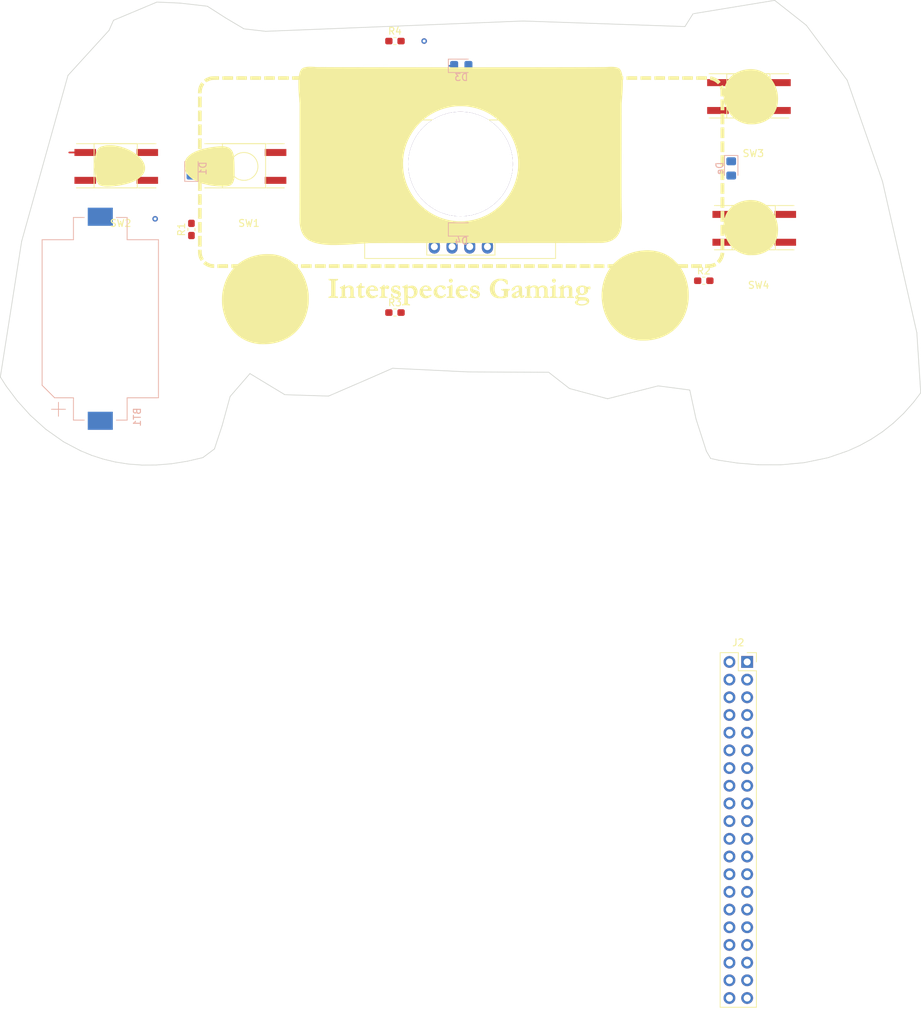
<source format=kicad_pcb>
(kicad_pcb (version 20171130) (host pcbnew 5.1.6-c6e7f7d~87~ubuntu18.04.1)

  (general
    (thickness 1.6)
    (drawings 32)
    (tracks 7)
    (zones 0)
    (modules 16)
    (nets 49)
  )

  (page A4)
  (layers
    (0 F.Cu signal)
    (31 B.Cu signal)
    (32 B.Adhes user)
    (33 F.Adhes user)
    (34 B.Paste user)
    (35 F.Paste user)
    (36 B.SilkS user)
    (37 F.SilkS user)
    (38 B.Mask user)
    (39 F.Mask user)
    (40 Dwgs.User user hide)
    (41 Cmts.User user)
    (42 Eco1.User user)
    (43 Eco2.User user)
    (44 Edge.Cuts user)
    (45 Margin user)
    (46 B.CrtYd user)
    (47 F.CrtYd user)
    (48 B.Fab user)
    (49 F.Fab user)
  )

  (setup
    (last_trace_width 0.25)
    (trace_clearance 0.2)
    (zone_clearance 0.508)
    (zone_45_only no)
    (trace_min 0.2)
    (via_size 0.8)
    (via_drill 0.4)
    (via_min_size 0.4)
    (via_min_drill 0.3)
    (uvia_size 0.3)
    (uvia_drill 0.1)
    (uvias_allowed no)
    (uvia_min_size 0.2)
    (uvia_min_drill 0.1)
    (edge_width 0.05)
    (segment_width 0.2)
    (pcb_text_width 0.3)
    (pcb_text_size 1.5 1.5)
    (mod_edge_width 0.12)
    (mod_text_size 1 1)
    (mod_text_width 0.15)
    (pad_size 1.7 1.7)
    (pad_drill 1)
    (pad_to_mask_clearance 0.05)
    (aux_axis_origin 0 0)
    (visible_elements FFFFFF7F)
    (pcbplotparams
      (layerselection 0x010fc_ffffffff)
      (usegerberextensions false)
      (usegerberattributes true)
      (usegerberadvancedattributes true)
      (creategerberjobfile true)
      (excludeedgelayer true)
      (linewidth 0.100000)
      (plotframeref false)
      (viasonmask false)
      (mode 1)
      (useauxorigin false)
      (hpglpennumber 1)
      (hpglpenspeed 20)
      (hpglpendiameter 15.000000)
      (psnegative false)
      (psa4output false)
      (plotreference true)
      (plotvalue true)
      (plotinvisibletext false)
      (padsonsilk false)
      (subtractmaskfromsilk false)
      (outputformat 1)
      (mirror false)
      (drillshape 1)
      (scaleselection 1)
      (outputdirectory ""))
  )

  (net 0 "")
  (net 1 GND)
  (net 2 "Net-(D1-Pad1)")
  (net 3 "Net-(D1-Pad2)")
  (net 4 "Net-(D2-Pad2)")
  (net 5 "Net-(D2-Pad1)")
  (net 6 "Net-(D3-Pad2)")
  (net 7 "Net-(D3-Pad1)")
  (net 8 "Net-(D4-Pad1)")
  (net 9 "Net-(D4-Pad2)")
  (net 10 SDA)
  (net 11 SCL)
  (net 12 +3V3)
  (net 13 "Net-(J2-Pad2)")
  (net 14 "Net-(J2-Pad4)")
  (net 15 "Net-(J2-Pad7)")
  (net 16 "Net-(J2-Pad8)")
  (net 17 "Net-(J2-Pad9)")
  (net 18 "Net-(J2-Pad10)")
  (net 19 "Net-(J2-Pad11)")
  (net 20 "Net-(J2-Pad12)")
  (net 21 "Net-(J2-Pad13)")
  (net 22 "Net-(J2-Pad14)")
  (net 23 "Net-(J2-Pad15)")
  (net 24 "Net-(J2-Pad16)")
  (net 25 "Net-(J2-Pad17)")
  (net 26 "Net-(J2-Pad18)")
  (net 27 "Net-(J2-Pad19)")
  (net 28 "Net-(J2-Pad20)")
  (net 29 "Net-(J2-Pad21)")
  (net 30 "Net-(J2-Pad22)")
  (net 31 "Net-(J2-Pad23)")
  (net 32 "Net-(J2-Pad24)")
  (net 33 "Net-(J2-Pad25)")
  (net 34 "Net-(J2-Pad26)")
  (net 35 "Net-(J2-Pad27)")
  (net 36 "Net-(J2-Pad28)")
  (net 37 "Net-(J2-Pad29)")
  (net 38 "Net-(J2-Pad30)")
  (net 39 "Net-(J2-Pad31)")
  (net 40 "Net-(J2-Pad32)")
  (net 41 "Net-(J2-Pad33)")
  (net 42 "Net-(J2-Pad34)")
  (net 43 "Net-(J2-Pad35)")
  (net 44 "Net-(J2-Pad36)")
  (net 45 "Net-(J2-Pad37)")
  (net 46 "Net-(J2-Pad38)")
  (net 47 "Net-(J2-Pad39)")
  (net 48 "Net-(J2-Pad40)")

  (net_class Default "This is the default net class."
    (clearance 0.2)
    (trace_width 0.25)
    (via_dia 0.8)
    (via_drill 0.4)
    (uvia_dia 0.3)
    (uvia_drill 0.1)
    (add_net +3V3)
    (add_net GND)
    (add_net "Net-(D1-Pad1)")
    (add_net "Net-(D1-Pad2)")
    (add_net "Net-(D2-Pad1)")
    (add_net "Net-(D2-Pad2)")
    (add_net "Net-(D3-Pad1)")
    (add_net "Net-(D3-Pad2)")
    (add_net "Net-(D4-Pad1)")
    (add_net "Net-(D4-Pad2)")
    (add_net "Net-(J2-Pad10)")
    (add_net "Net-(J2-Pad11)")
    (add_net "Net-(J2-Pad12)")
    (add_net "Net-(J2-Pad13)")
    (add_net "Net-(J2-Pad14)")
    (add_net "Net-(J2-Pad15)")
    (add_net "Net-(J2-Pad16)")
    (add_net "Net-(J2-Pad17)")
    (add_net "Net-(J2-Pad18)")
    (add_net "Net-(J2-Pad19)")
    (add_net "Net-(J2-Pad2)")
    (add_net "Net-(J2-Pad20)")
    (add_net "Net-(J2-Pad21)")
    (add_net "Net-(J2-Pad22)")
    (add_net "Net-(J2-Pad23)")
    (add_net "Net-(J2-Pad24)")
    (add_net "Net-(J2-Pad25)")
    (add_net "Net-(J2-Pad26)")
    (add_net "Net-(J2-Pad27)")
    (add_net "Net-(J2-Pad28)")
    (add_net "Net-(J2-Pad29)")
    (add_net "Net-(J2-Pad30)")
    (add_net "Net-(J2-Pad31)")
    (add_net "Net-(J2-Pad32)")
    (add_net "Net-(J2-Pad33)")
    (add_net "Net-(J2-Pad34)")
    (add_net "Net-(J2-Pad35)")
    (add_net "Net-(J2-Pad36)")
    (add_net "Net-(J2-Pad37)")
    (add_net "Net-(J2-Pad38)")
    (add_net "Net-(J2-Pad39)")
    (add_net "Net-(J2-Pad4)")
    (add_net "Net-(J2-Pad40)")
    (add_net "Net-(J2-Pad7)")
    (add_net "Net-(J2-Pad8)")
    (add_net "Net-(J2-Pad9)")
    (add_net SCL)
    (add_net SDA)
  )

  (module Battery:BatteryHolder_Keystone_1060_1x2032 (layer B.Cu) (tedit 5B98EF5E) (tstamp 60F81261)
    (at 77.089 126.746 90)
    (descr http://www.keyelco.com/product-pdf.cfm?p=726)
    (tags "CR2032 BR2032 BatteryHolder Battery")
    (path /609F1AB7)
    (attr smd)
    (fp_text reference BT1 (at -14.125 5.3 -90) (layer B.SilkS)
      (effects (font (size 1 1) (thickness 0.15)) (justify mirror))
    )
    (fp_text value CR2032 (at 0 11.75 -90) (layer B.Fab)
      (effects (font (size 1 1) (thickness 0.15)) (justify mirror))
    )
    (fp_line (start -12 -6) (end -14 -6) (layer B.SilkS) (width 0.12))
    (fp_line (start -13 -5) (end -13 -7) (layer B.SilkS) (width 0.12))
    (fp_line (start 11.5 8.5) (end 6.5 8.5) (layer B.CrtYd) (width 0.05))
    (fp_line (start 11.5 -4) (end 11.5 -8.5) (layer B.CrtYd) (width 0.05))
    (fp_line (start 14.7 -4) (end 11.5 -4) (layer B.CrtYd) (width 0.05))
    (fp_line (start 14.7 -2.3) (end 14.7 -4) (layer B.CrtYd) (width 0.05))
    (fp_line (start 16.45 -2.3) (end 14.7 -2.3) (layer B.CrtYd) (width 0.05))
    (fp_line (start 16.45 2.3) (end 16.45 -2.3) (layer B.CrtYd) (width 0.05))
    (fp_line (start 14.7 2.3) (end 16.45 2.3) (layer B.CrtYd) (width 0.05))
    (fp_line (start 14.7 4) (end 14.7 2.3) (layer B.CrtYd) (width 0.05))
    (fp_line (start 11.5 4) (end 14.7 4) (layer B.CrtYd) (width 0.05))
    (fp_line (start 11.5 8.5) (end 11.5 4) (layer B.CrtYd) (width 0.05))
    (fp_line (start -11.5 8.5) (end -6.5 8.5) (layer B.CrtYd) (width 0.05))
    (fp_line (start -11.5 4) (end -11.5 8.5) (layer B.CrtYd) (width 0.05))
    (fp_line (start -14.7 4) (end -11.5 4) (layer B.CrtYd) (width 0.05))
    (fp_line (start -14.7 2.3) (end -14.7 4) (layer B.CrtYd) (width 0.05))
    (fp_line (start -14.7 2.3) (end -16.45 2.3) (layer B.CrtYd) (width 0.05))
    (fp_line (start -16.45 -2.3) (end -16.45 2.3) (layer B.CrtYd) (width 0.05))
    (fp_line (start -14.7 -2.3) (end -16.45 -2.3) (layer B.CrtYd) (width 0.05))
    (fp_line (start -14.7 -4) (end -14.7 -2.3) (layer B.CrtYd) (width 0.05))
    (fp_line (start -14.7 -4) (end -11.5 -4) (layer B.CrtYd) (width 0.05))
    (fp_line (start -11.5 -4) (end -11.5 -8.5) (layer B.CrtYd) (width 0.05))
    (fp_line (start -6.5 -8.5) (end -11.5 -8.5) (layer B.CrtYd) (width 0.05))
    (fp_line (start 11.5 -8.5) (end 6.5 -8.5) (layer B.CrtYd) (width 0.05))
    (fp_line (start 11.35 8.35) (end 11.35 3.85) (layer B.SilkS) (width 0.12))
    (fp_line (start -11.35 8.35) (end -11.35 3.85) (layer B.SilkS) (width 0.12))
    (fp_line (start -11.35 8.35) (end 11.35 8.35) (layer B.SilkS) (width 0.12))
    (fp_line (start 14.55 3.85) (end 14.55 2.3) (layer B.SilkS) (width 0.12))
    (fp_line (start 11.35 3.85) (end 14.55 3.85) (layer B.SilkS) (width 0.12))
    (fp_line (start -14.55 3.85) (end -14.55 2.3) (layer B.SilkS) (width 0.12))
    (fp_line (start -11.35 3.85) (end -14.55 3.85) (layer B.SilkS) (width 0.12))
    (fp_line (start -14.55 -3.85) (end -14.55 -2.3) (layer B.SilkS) (width 0.12))
    (fp_line (start -11.35 -3.85) (end -14.55 -3.85) (layer B.SilkS) (width 0.12))
    (fp_line (start -9.55 -8.35) (end -11.35 -6.55) (layer B.SilkS) (width 0.12))
    (fp_line (start -11.35 -6.55) (end -11.35 -3.85) (layer B.SilkS) (width 0.12))
    (fp_line (start 11.35 -8.35) (end -9.55 -8.35) (layer B.SilkS) (width 0.12))
    (fp_line (start 11.35 -8.35) (end 11.35 -3.85) (layer B.SilkS) (width 0.12))
    (fp_line (start 14.55 -3.85) (end 14.55 -2.3) (layer B.SilkS) (width 0.12))
    (fp_line (start 11.35 -3.85) (end 14.55 -3.85) (layer B.SilkS) (width 0.12))
    (fp_line (start -9.4 -8) (end -11 -6.4) (layer B.Fab) (width 0.1))
    (fp_line (start 14.2 3.5) (end 11 3.5) (layer B.Fab) (width 0.1))
    (fp_line (start 14.2 -3.5) (end 14.2 3.5) (layer B.Fab) (width 0.1))
    (fp_line (start 11 -3.5) (end 14.2 -3.5) (layer B.Fab) (width 0.1))
    (fp_line (start -14.2 3.5) (end -11 3.5) (layer B.Fab) (width 0.1))
    (fp_line (start -14.2 -3.5) (end -14.2 3.5) (layer B.Fab) (width 0.1))
    (fp_line (start -11 -3.5) (end -14.2 -3.5) (layer B.Fab) (width 0.1))
    (fp_line (start -11 -6.4) (end -11 -3.5) (layer B.Fab) (width 0.1))
    (fp_line (start -11 8) (end -11 3.5) (layer B.Fab) (width 0.1))
    (fp_line (start 11 8) (end 11 3.5) (layer B.Fab) (width 0.1))
    (fp_line (start 11 -8) (end 11 -3.5) (layer B.Fab) (width 0.1))
    (fp_line (start 11 8) (end -11 8) (layer B.Fab) (width 0.1))
    (fp_line (start 11 -8) (end -9.4 -8) (layer B.Fab) (width 0.1))
    (fp_circle (center 0 0) (end -10.2 0) (layer Dwgs.User) (width 0.3))
    (fp_arc (start 0 0) (end -6.5 -8.5) (angle 74.81070976) (layer B.CrtYd) (width 0.05))
    (fp_arc (start 0 0) (end 6.5 8.5) (angle 74.81070976) (layer B.CrtYd) (width 0.05))
    (fp_text user %R (at 0 0 -90) (layer B.Fab)
      (effects (font (size 1 1) (thickness 0.15)) (justify mirror))
    )
    (pad 2 smd rect (at 14.65 0 270) (size 2.6 3.6) (layers B.Cu B.Paste B.Mask)
      (net 1 GND))
    (pad 1 smd rect (at -14.65 0 270) (size 2.6 3.6) (layers B.Cu B.Paste B.Mask)
      (net 12 +3V3))
    (model ${KISYS3DMOD}/Battery.3dshapes/BatteryHolder_Keystone_1060_1x2032.wrl
      (at (xyz 0 0 0))
      (scale (xyz 1 1 1))
      (rotate (xyz 0 0 0))
    )
  )

  (module Project:PSLayers1 (layer F.Cu) (tedit 0) (tstamp 60C2AC13)
    (at 127 115.824)
    (fp_text reference Ref** (at 0 0) (layer F.SilkS) hide
      (effects (font (size 1.27 1.27) (thickness 0.15)))
    )
    (fp_text value Val** (at 0 0) (layer F.SilkS) hide
      (effects (font (size 1.27 1.27) (thickness 0.15)))
    )
    (fp_line (start -34.538994 -33.954763) (end -38.45003 -34.405093) (layer Edge.Cuts) (width 0.1))
    (fp_line (start -31.937547 -32.287103) (end -34.538994 -33.954763) (layer Edge.Cuts) (width 0.1))
    (fp_line (start -29.284255 -30.708383) (end -31.937547 -32.287103) (layer Edge.Cuts) (width 0.1))
    (fp_line (start -26.175853 -30.354196) (end -29.284255 -30.708383) (layer Edge.Cuts) (width 0.1))
    (fp_line (start 10.745202 -31.835781) (end -26.175853 -30.354196) (layer Edge.Cuts) (width 0.1))
    (fp_line (start 34.00067 -31.035883) (end 10.745202 -31.835781) (layer Edge.Cuts) (width 0.1))
    (fp_line (start 35.15955 -32.875323) (end 34.00067 -31.035883) (layer Edge.Cuts) (width 0.1))
    (fp_line (start 46.88004 -34.801563) (end 35.15955 -32.875323) (layer Edge.Cuts) (width 0.1))
    (fp_line (start 51.42334 -31.218283) (end 46.88004 -34.801563) (layer Edge.Cuts) (width 0.1))
    (fp_line (start 57.28484 -23.332713) (end 51.42334 -31.218283) (layer Edge.Cuts) (width 0.1))
    (fp_line (start 62.3535 -8.794565) (end 57.28484 -23.332713) (layer Edge.Cuts) (width 0.1))
    (fp_line (start 67.2802 12.92783) (end 62.3535 -8.794565) (layer Edge.Cuts) (width 0.1))
    (fp_line (start 67.83791 21.548041) (end 67.2802 12.92783) (layer Edge.Cuts) (width 0.1))
    (fp_line (start 66.82856 22.891282) (end 67.83791 21.548041) (layer Edge.Cuts) (width 0.1))
    (fp_line (start 65.40221 24.497643) (end 66.82856 22.891282) (layer Edge.Cuts) (width 0.1))
    (fp_line (start 63.90318 25.91403) (end 65.40221 24.497643) (layer Edge.Cuts) (width 0.1))
    (fp_line (start 62.34234 27.15129) (end 63.90318 25.91403) (layer Edge.Cuts) (width 0.1))
    (fp_line (start 60.72897 28.21924) (end 62.34234 27.15129) (layer Edge.Cuts) (width 0.1))
    (fp_line (start 59.07445 29.12823) (end 60.72897 28.21924) (layer Edge.Cuts) (width 0.1))
    (fp_line (start 57.3886 29.88858) (end 59.07445 29.12823) (layer Edge.Cuts) (width 0.1))
    (fp_line (start 54.53713 30.87251) (end 57.3886 29.88858) (layer Edge.Cuts) (width 0.1))
    (fp_line (start 51.10161 31.58652) (end 54.53713 30.87251) (layer Edge.Cuts) (width 0.1))
    (fp_line (start 47.73273 31.89742) (end 51.10161 31.58652) (layer Edge.Cuts) (width 0.1))
    (fp_line (start 44.51316 31.88802) (end 47.73273 31.89742) (layer Edge.Cuts) (width 0.1))
    (fp_line (start 41.52404 31.63978) (end 44.51316 31.88802) (layer Edge.Cuts) (width 0.1))
    (fp_line (start 38.84908 31.23496) (end 41.52404 31.63978) (layer Edge.Cuts) (width 0.1))
    (fp_line (start 37.68771 30.97786) (end 38.84908 31.23496) (layer Edge.Cuts) (width 0.1))
    (fp_line (start 37.07306 29.92983) (end 37.68771 30.97786) (layer Edge.Cuts) (width 0.1))
    (fp_line (start 35.59324 25.32925) (end 37.07306 29.92983) (layer Edge.Cuts) (width 0.1))
    (fp_line (start 34.69141 21.152234) (end 35.59324 25.32925) (layer Edge.Cuts) (width 0.1))
    (fp_line (start 30.1546 20.558257) (end 34.69141 21.152234) (layer Edge.Cuts) (width 0.1))
    (fp_line (start 22.890452 22.407925) (end 30.1546 20.558257) (layer Edge.Cuts) (width 0.1))
    (fp_line (start 17.426205 20.936084) (end 22.890452 22.407925) (layer Edge.Cuts) (width 0.1))
    (fp_line (start 14.433846 18.60484) (end 17.426205 20.936084) (layer Edge.Cuts) (width 0.1))
    (fp_line (start 2.872608 18.55284) (end 14.433846 18.60484) (layer Edge.Cuts) (width 0.1))
    (fp_line (start -7.953642 18.028523) (end 2.872608 18.55284) (layer Edge.Cuts) (width 0.1))
    (fp_line (start -12.280275 19.91945) (end -7.953642 18.028523) (layer Edge.Cuts) (width 0.1))
    (fp_line (start -17.152159 22.024498) (end -12.280275 19.91945) (layer Edge.Cuts) (width 0.1))
    (fp_line (start -23.423313 21.826778) (end -17.152159 22.024498) (layer Edge.Cuts) (width 0.1))
    (fp_line (start -28.433961 18.7936) (end -23.423313 21.826778) (layer Edge.Cuts) (width 0.1))
    (fp_line (start -31.27779 22.080728) (end -28.433961 18.7936) (layer Edge.Cuts) (width 0.1))
    (fp_line (start -32.431738 26.293) (end -31.27779 22.080728) (layer Edge.Cuts) (width 0.1))
    (fp_line (start -33.524832 29.61162) (end -32.431738 26.293) (layer Edge.Cuts) (width 0.1))
    (fp_line (start -35.187395 30.85699) (end -33.524832 29.61162) (layer Edge.Cuts) (width 0.1))
    (fp_line (start -37.44246 31.38246) (end -35.187395 30.85699) (layer Edge.Cuts) (width 0.1))
    (fp_line (start -39.712738 31.74314) (end -37.44246 31.38246) (layer Edge.Cuts) (width 0.1))
    (fp_line (start -41.877001 31.92127) (end -39.712738 31.74314) (layer Edge.Cuts) (width 0.1))
    (fp_line (start -43.93783 31.92987) (end -41.877001 31.92127) (layer Edge.Cuts) (width 0.1))
    (fp_line (start -45.896781 31.78188) (end -43.93783 31.92987) (layer Edge.Cuts) (width 0.1))
    (fp_line (start -47.755399 31.48904) (end -45.896781 31.78188) (layer Edge.Cuts) (width 0.1))
    (fp_line (start -49.515754 31.06438) (end -47.755399 31.48904) (layer Edge.Cuts) (width 0.1))
    (fp_line (start -51.179914 30.52078) (end -49.515754 31.06438) (layer Edge.Cuts) (width 0.1))
    (fp_line (start -52.748394 29.87066) (end -51.179914 30.52078) (layer Edge.Cuts) (width 0.1))
    (fp_line (start -55.172471 28.59543) (end -52.748394 29.87066) (layer Edge.Cuts) (width 0.1))
    (fp_line (start -57.733373 26.78615) (end -55.172471 28.59543) (layer Edge.Cuts) (width 0.1))
    (fp_line (start -59.948446 24.785603) (end -57.733373 26.78615) (layer Edge.Cuts) (width 0.1))
    (fp_line (start -61.832166 22.695605) (end -59.948446 24.785603) (layer Edge.Cuts) (width 0.1))
    (fp_line (start -63.397962 20.616927) (end -61.832166 22.695605) (layer Edge.Cuts) (width 0.1))
    (fp_line (start -64.253786 19.274863) (end -63.397962 20.616927) (layer Edge.Cuts) (width 0.1))
    (fp_line (start -61.198314 -0.188258) (end -64.253786 19.274863) (layer Edge.Cuts) (width 0.1))
    (fp_line (start -54.548774 -24.021923) (end -61.198314 -0.188258) (layer Edge.Cuts) (width 0.1))
    (fp_line (start -48.650749 -30.495493) (end -54.548774 -24.021923) (layer Edge.Cuts) (width 0.1))
    (fp_line (start -48.011833 -31.939053) (end -48.650749 -30.495493) (layer Edge.Cuts) (width 0.1))
    (fp_line (start -41.775165 -34.556203) (end -48.011833 -31.939053) (layer Edge.Cuts) (width 0.1))
    (fp_line (start -38.45003 -34.405093) (end -41.775165 -34.556203) (layer Edge.Cuts) (width 0.1))
    (fp_poly (pts (xy 37.1475 -23.389167) (xy 35.6235 -23.389167) (xy 35.6235 -23.897167) (xy 37.1475 -23.897167)
      (xy 37.1475 -23.389167)) (layer F.SilkS) (width 0.01))
    (fp_poly (pts (xy 35.136666 -23.389167) (xy 33.612666 -23.389167) (xy 33.612666 -23.897167) (xy 35.136666 -23.897167)
      (xy 35.136666 -23.389167)) (layer F.SilkS) (width 0.01))
    (fp_poly (pts (xy 33.147 -23.389167) (xy 31.623 -23.389167) (xy 31.623 -23.897167) (xy 33.147 -23.897167)
      (xy 33.147 -23.389167)) (layer F.SilkS) (width 0.01))
    (fp_poly (pts (xy 31.136166 -23.389167) (xy 29.612166 -23.389167) (xy 29.612166 -23.897167) (xy 31.136166 -23.897167)
      (xy 31.136166 -23.389167)) (layer F.SilkS) (width 0.01))
    (fp_poly (pts (xy 29.1465 -23.389167) (xy 27.6225 -23.389167) (xy 27.6225 -23.897167) (xy 29.1465 -23.897167)
      (xy 29.1465 -23.389167)) (layer F.SilkS) (width 0.01))
    (fp_poly (pts (xy 27.135666 -23.389167) (xy 25.611666 -23.389167) (xy 25.611666 -23.897167) (xy 27.135666 -23.897167)
      (xy 27.135666 -23.389167)) (layer F.SilkS) (width 0.01))
    (fp_poly (pts (xy -22.86 -23.389167) (xy -24.384 -23.389167) (xy -24.384 -23.897167) (xy -22.86 -23.897167)
      (xy -22.86 -23.389167)) (layer F.SilkS) (width 0.01))
    (fp_poly (pts (xy -24.870834 -23.389167) (xy -26.373667 -23.389167) (xy -26.373667 -23.897167) (xy -24.870834 -23.897167)
      (xy -24.870834 -23.389167)) (layer F.SilkS) (width 0.01))
    (fp_poly (pts (xy -26.8605 -23.389167) (xy -28.3845 -23.389167) (xy -28.3845 -23.897167) (xy -26.8605 -23.897167)
      (xy -26.8605 -23.389167)) (layer F.SilkS) (width 0.01))
    (fp_poly (pts (xy -28.871334 -23.389167) (xy -30.374167 -23.389167) (xy -30.374167 -23.897167) (xy -28.871334 -23.897167)
      (xy -28.871334 -23.389167)) (layer F.SilkS) (width 0.01))
    (fp_poly (pts (xy -30.861 -23.389167) (xy -32.385 -23.389167) (xy -32.385 -23.897167) (xy -30.861 -23.897167)
      (xy -30.861 -23.389167)) (layer F.SilkS) (width 0.01))
    (fp_poly (pts (xy -32.871834 -23.393962) (xy -33.385125 -23.383553) (xy -33.565828 -23.379164) (xy -33.710104 -23.373858)
      (xy -33.823857 -23.367206) (xy -33.912992 -23.358779) (xy -33.983411 -23.348148) (xy -34.036 -23.336252)
      (xy -34.16886 -23.29305) (xy -34.316999 -23.232767) (xy -34.461782 -23.163652) (xy -34.58457 -23.093958)
      (xy -34.587511 -23.092079) (xy -34.64362 -23.057382) (xy -34.684382 -23.034596) (xy -34.697437 -23.029334)
      (xy -34.714614 -23.044905) (xy -34.752271 -23.087255) (xy -34.804779 -23.14984) (xy -34.863977 -23.222939)
      (xy -35.018369 -23.416544) (xy -34.951191 -23.472627) (xy -34.838588 -23.552642) (xy -34.693922 -23.633866)
      (xy -34.527064 -23.711694) (xy -34.347884 -23.781521) (xy -34.166953 -23.838547) (xy -34.111993 -23.852475)
      (xy -34.055891 -23.863459) (xy -33.992346 -23.871963) (xy -33.915058 -23.878449) (xy -33.817724 -23.88338)
      (xy -33.694045 -23.887217) (xy -33.53772 -23.890424) (xy -33.438042 -23.892048) (xy -32.871834 -23.900751)
      (xy -32.871834 -23.393962)) (layer F.SilkS) (width 0.01))
    (fp_poly (pts (xy 37.77221 -23.868112) (xy 37.94696 -23.833916) (xy 38.138616 -23.772878) (xy 38.336169 -23.689977)
      (xy 38.528611 -23.590196) (xy 38.704931 -23.478515) (xy 38.809382 -23.398834) (xy 38.888715 -23.330151)
      (xy 38.965175 -23.259194) (xy 39.032239 -23.192567) (xy 39.083387 -23.136876) (xy 39.112097 -23.098726)
      (xy 39.116 -23.088284) (xy 39.101078 -23.072136) (xy 39.06143 -23.0354) (xy 39.004726 -22.984735)
      (xy 38.938638 -22.926799) (xy 38.870838 -22.868252) (xy 38.808998 -22.815751) (xy 38.76079 -22.775957)
      (xy 38.733886 -22.755528) (xy 38.73105 -22.754167) (xy 38.713511 -22.768178) (xy 38.674259 -22.805328)
      (xy 38.620975 -22.858292) (xy 38.607276 -22.872211) (xy 38.431365 -23.025146) (xy 38.227269 -23.157482)
      (xy 38.00664 -23.262946) (xy 37.781129 -23.335264) (xy 37.724291 -23.347638) (xy 37.653661 -23.365191)
      (xy 37.606365 -23.384367) (xy 37.592 -23.399139) (xy 37.594749 -23.43584) (xy 37.601942 -23.501998)
      (xy 37.611996 -23.58517) (xy 37.623326 -23.67291) (xy 37.63435 -23.752775) (xy 37.643484 -23.81232)
      (xy 37.646969 -23.83116) (xy 37.656136 -23.859806) (xy 37.67523 -23.872957) (xy 37.715603 -23.873962)
      (xy 37.77221 -23.868112)) (layer F.SilkS) (width 0.01))
    (fp_poly (pts (xy -35.373978 -23.015887) (xy -35.326309 -22.98184) (xy -35.259945 -22.931717) (xy -35.185427 -22.873483)
      (xy -34.990771 -22.719088) (xy -35.059692 -22.622149) (xy -35.173744 -22.428659) (xy -35.263315 -22.205895)
      (xy -35.326254 -21.960548) (xy -35.360407 -21.69931) (xy -35.361434 -21.684215) (xy -35.375735 -21.463)
      (xy -35.883504 -21.463) (xy -35.871078 -21.743459) (xy -35.852644 -21.972654) (xy -35.81719 -22.177986)
      (xy -35.761725 -22.37553) (xy -35.743984 -22.42669) (xy -35.708645 -22.514135) (xy -35.66261 -22.612404)
      (xy -35.610024 -22.714334) (xy -35.55503 -22.812762) (xy -35.50177 -22.900526) (xy -35.454389 -22.970462)
      (xy -35.417028 -23.015408) (xy -35.395826 -23.028606) (xy -35.373978 -23.015887)) (layer F.SilkS) (width 0.01))
    (fp_poly (pts (xy -35.3695 -19.452167) (xy -35.8775 -19.452167) (xy -35.8775 -20.976167) (xy -35.3695 -20.976167)
      (xy -35.3695 -19.452167)) (layer F.SilkS) (width 0.01))
    (fp_poly (pts (xy -35.3695 -17.4625) (xy -35.8775 -17.4625) (xy -35.8775 -18.965334) (xy -35.3695 -18.965334)
      (xy -35.3695 -17.4625)) (layer F.SilkS) (width 0.01))
    (fp_poly (pts (xy 39.645166 -17.018) (xy 39.116 -17.018) (xy 39.116 -18.542) (xy 39.645166 -18.542)
      (xy 39.645166 -17.018)) (layer F.SilkS) (width 0.01))
    (fp_poly (pts (xy 43.926561 -24.897685) (xy 44.307544 -24.829703) (xy 44.677311 -24.72377) (xy 45.03207 -24.580869)
      (xy 45.368028 -24.401986) (xy 45.53276 -24.29595) (xy 45.845665 -24.056262) (xy 46.134193 -23.783589)
      (xy 46.396771 -23.48061) (xy 46.631825 -23.150008) (xy 46.837782 -22.794463) (xy 47.013068 -22.416657)
      (xy 47.15611 -22.01927) (xy 47.265335 -21.604984) (xy 47.332007 -21.230167) (xy 47.345363 -21.098509)
      (xy 47.353994 -20.937643) (xy 47.358002 -20.758471) (xy 47.357486 -20.571893) (xy 47.352549 -20.388808)
      (xy 47.343291 -20.220117) (xy 47.329813 -20.07672) (xy 47.320723 -20.013084) (xy 47.234818 -19.613763)
      (xy 47.115842 -19.23974) (xy 46.964171 -18.891614) (xy 46.780186 -18.569979) (xy 46.564263 -18.275432)
      (xy 46.316782 -18.00857) (xy 46.03812 -17.76999) (xy 45.7884 -17.596996) (xy 45.475104 -17.423099)
      (xy 45.132931 -17.275989) (xy 44.76713 -17.157401) (xy 44.382949 -17.06907) (xy 44.03725 -17.01812)
      (xy 43.925539 -17.009318) (xy 43.785344 -17.003494) (xy 43.627883 -17.000616) (xy 43.464372 -17.00065)
      (xy 43.306028 -17.003565) (xy 43.164068 -17.009328) (xy 43.049707 -17.017905) (xy 43.022004 -17.02108)
      (xy 42.629568 -17.09209) (xy 42.252243 -17.201713) (xy 41.891758 -17.348398) (xy 41.549844 -17.530596)
      (xy 41.22823 -17.746756) (xy 40.928646 -17.995329) (xy 40.652822 -18.274763) (xy 40.402487 -18.58351)
      (xy 40.179371 -18.920018) (xy 39.985205 -19.282738) (xy 39.821718 -19.67012) (xy 39.718678 -19.981334)
      (xy 39.647158 -20.22475) (xy 39.645166 -19.028834) (xy 39.116 -19.028834) (xy 39.116 -20.552834)
      (xy 39.586072 -20.552834) (xy 39.572179 -20.727459) (xy 39.564259 -20.817153) (xy 39.555814 -20.897206)
      (xy 39.548426 -20.952907) (xy 39.547127 -20.960292) (xy 39.535969 -21.0185) (xy 39.116 -21.0185)
      (xy 39.116 -21.429867) (xy 39.114177 -21.619851) (xy 39.10797 -21.775998) (xy 39.09627 -21.906674)
      (xy 39.077968 -22.020249) (xy 39.051955 -22.125091) (xy 39.017121 -22.229567) (xy 39.006194 -22.258451)
      (xy 38.980955 -22.326132) (xy 38.963345 -22.377816) (xy 38.957523 -22.400339) (xy 38.975194 -22.413064)
      (xy 39.022351 -22.439002) (xy 39.089978 -22.473766) (xy 39.169058 -22.512971) (xy 39.250577 -22.552227)
      (xy 39.325519 -22.58715) (xy 39.384867 -22.613352) (xy 39.419607 -22.626447) (xy 39.4237 -22.627167)
      (xy 39.437308 -22.608194) (xy 39.459055 -22.557172) (xy 39.486131 -22.482944) (xy 39.515728 -22.394353)
      (xy 39.545036 -22.300244) (xy 39.571247 -22.20946) (xy 39.591553 -22.130845) (xy 39.603144 -22.073243)
      (xy 39.60475 -22.057117) (xy 39.610285 -22.051431) (xy 39.623563 -22.080976) (xy 39.642273 -22.139861)
      (xy 39.654052 -22.182667) (xy 39.748082 -22.492202) (xy 39.862645 -22.788714) (xy 39.993706 -23.062891)
      (xy 40.137228 -23.305414) (xy 40.146284 -23.318959) (xy 40.372419 -23.617293) (xy 40.629144 -23.887121)
      (xy 40.915117 -24.127728) (xy 41.228994 -24.338399) (xy 41.569433 -24.51842) (xy 41.93509 -24.667074)
      (xy 42.324623 -24.783648) (xy 42.736689 -24.867426) (xy 43.146114 -24.915854) (xy 43.538154 -24.92673)
      (xy 43.926561 -24.897685)) (layer F.SilkS) (width 0.01))
    (fp_poly (pts (xy -35.3695 -15.451667) (xy -35.8775 -15.451667) (xy -35.8775 -16.975667) (xy -35.3695 -16.975667)
      (xy -35.3695 -15.451667)) (layer F.SilkS) (width 0.01))
    (fp_poly (pts (xy 39.645166 -15.028334) (xy 39.116 -15.028334) (xy 39.116 -16.552334) (xy 39.645166 -16.552334)
      (xy 39.645166 -15.028334)) (layer F.SilkS) (width 0.01))
    (fp_poly (pts (xy -35.3695 -13.462) (xy -35.8775 -13.462) (xy -35.8775 -14.964834) (xy -35.3695 -14.964834)
      (xy -35.3695 -13.462)) (layer F.SilkS) (width 0.01))
    (fp_poly (pts (xy 39.645166 -13.0175) (xy 39.116 -13.0175) (xy 39.116 -14.5415) (xy 39.645166 -14.5415)
      (xy 39.645166 -13.0175)) (layer F.SilkS) (width 0.01))
    (fp_poly (pts (xy 39.645166 -11.027834) (xy 39.116 -11.027834) (xy 39.116 -12.551834) (xy 39.645166 -12.551834)
      (xy 39.645166 -11.027834)) (layer F.SilkS) (width 0.01))
    (fp_poly (pts (xy 39.645166 -9.017) (xy 39.116 -9.017) (xy 39.116 -10.541) (xy 39.645166 -10.541)
      (xy 39.645166 -9.017)) (layer F.SilkS) (width 0.01))
    (fp_poly (pts (xy -48.439682 -13.999718) (xy -48.243906 -13.993795) (xy -48.054998 -13.983168) (xy -47.882729 -13.96799)
      (xy -47.762584 -13.952538) (xy -47.335271 -13.872287) (xy -46.912656 -13.76435) (xy -46.498306 -13.63071)
      (xy -46.095791 -13.47335) (xy -45.708681 -13.294253) (xy -45.340544 -13.095403) (xy -44.99495 -12.878782)
      (xy -44.675468 -12.646373) (xy -44.385666 -12.400161) (xy -44.129116 -12.142128) (xy -43.909384 -11.874258)
      (xy -43.836929 -11.771262) (xy -43.690123 -11.521872) (xy -43.582245 -11.270148) (xy -43.513535 -11.018487)
      (xy -43.484235 -10.769286) (xy -43.494586 -10.524941) (xy -43.544831 -10.287849) (xy -43.635211 -10.060407)
      (xy -43.659733 -10.013319) (xy -43.79589 -9.801868) (xy -43.970495 -9.594847) (xy -44.179693 -9.395031)
      (xy -44.419631 -9.205192) (xy -44.686456 -9.028102) (xy -44.976314 -8.866534) (xy -45.285352 -8.72326)
      (xy -45.609716 -8.601053) (xy -45.633662 -8.593107) (xy -45.973803 -8.489023) (xy -46.331982 -8.39379)
      (xy -46.702255 -8.308271) (xy -47.078681 -8.233325) (xy -47.455316 -8.169816) (xy -47.826218 -8.118604)
      (xy -48.185443 -8.080551) (xy -48.52705 -8.056519) (xy -48.845095 -8.04737) (xy -49.133636 -8.053964)
      (xy -49.278381 -8.064689) (xy -49.494568 -8.094827) (xy -49.694817 -8.141253) (xy -49.872997 -8.201806)
      (xy -50.022978 -8.274325) (xy -50.138629 -8.35665) (xy -50.157524 -8.374524) (xy -50.255322 -8.495969)
      (xy -50.346015 -8.655402) (xy -50.429072 -8.848989) (xy -50.503964 -9.072899) (xy -50.570161 -9.323299)
      (xy -50.627133 -9.596357) (xy -50.67435 -9.88824) (xy -50.711282 -10.195116) (xy -50.7374 -10.513153)
      (xy -50.752173 -10.838519) (xy -50.755072 -11.16738) (xy -50.745566 -11.495905) (xy -50.723126 -11.820261)
      (xy -50.687223 -12.136617) (xy -50.682418 -12.170834) (xy -50.634349 -12.448664) (xy -50.572882 -12.709189)
      (xy -50.499615 -12.948459) (xy -50.416144 -13.162525) (xy -50.324066 -13.347436) (xy -50.22498 -13.499244)
      (xy -50.120482 -13.613999) (xy -50.08792 -13.640912) (xy -49.971986 -13.713309) (xy -49.819834 -13.782855)
      (xy -49.637571 -13.847502) (xy -49.431306 -13.905204) (xy -49.207146 -13.953914) (xy -49.096084 -13.973322)
      (xy -48.970528 -13.987739) (xy -48.812763 -13.996842) (xy -48.632557 -14.000784) (xy -48.439682 -13.999718)) (layer F.SilkS) (width 0.01))
    (fp_poly (pts (xy -32.294624 -13.837337) (xy -32.119258 -13.822771) (xy -31.943849 -13.794273) (xy -31.77129 -13.754488)
      (xy -31.61337 -13.706691) (xy -31.48188 -13.654158) (xy -31.444398 -13.635319) (xy -31.331464 -13.560695)
      (xy -31.21348 -13.459602) (xy -31.102821 -13.344152) (xy -31.011863 -13.226455) (xy -30.987964 -13.188653)
      (xy -30.896961 -13.005912) (xy -30.82205 -12.791695) (xy -30.762677 -12.543776) (xy -30.718291 -12.259932)
      (xy -30.692895 -12.0015) (xy -30.688154 -11.924799) (xy -30.682701 -11.811506) (xy -30.676742 -11.667353)
      (xy -30.67048 -11.498071) (xy -30.664121 -11.309392) (xy -30.657868 -11.107047) (xy -30.651927 -10.896769)
      (xy -30.647918 -10.742084) (xy -30.641355 -10.456499) (xy -30.637019 -10.208908) (xy -30.635099 -9.99502)
      (xy -30.63578 -9.810546) (xy -30.639249 -9.651194) (xy -30.645693 -9.512675) (xy -30.655297 -9.390697)
      (xy -30.668248 -9.280972) (xy -30.684733 -9.179208) (xy -30.704938 -9.081115) (xy -30.723427 -9.004285)
      (xy -30.795252 -8.776956) (xy -30.88666 -8.586052) (xy -30.99885 -8.429869) (xy -31.13302 -8.306701)
      (xy -31.271407 -8.223696) (xy -31.374436 -8.181483) (xy -31.493386 -8.147352) (xy -31.63267 -8.120765)
      (xy -31.796699 -8.101187) (xy -31.989886 -8.088079) (xy -32.216644 -8.080904) (xy -32.459084 -8.079082)
      (xy -32.979522 -8.093443) (xy -33.486837 -8.136196) (xy -33.994824 -8.208866) (xy -34.459334 -8.300084)
      (xy -34.577185 -8.327249) (xy -34.711089 -8.360175) (xy -34.851987 -8.396423) (xy -34.990822 -8.433555)
      (xy -35.118534 -8.469134) (xy -35.226066 -8.500722) (xy -35.304359 -8.525881) (xy -35.321875 -8.53222)
      (xy -35.3695 -8.550286) (xy -35.3695 -7.450667) (xy -35.8775 -7.450667) (xy -35.8775 -8.735741)
      (xy -36.179125 -8.884927) (xy -36.435249 -9.019192) (xy -36.658805 -9.153758) (xy -36.859108 -9.29509)
      (xy -37.045471 -9.449657) (xy -37.191332 -9.587732) (xy -37.316909 -9.716552) (xy -37.416827 -9.82866)
      (xy -37.498443 -9.93384) (xy -37.569114 -10.041878) (xy -37.636198 -10.162559) (xy -37.662809 -10.214829)
      (xy -37.767674 -10.470889) (xy -37.833399 -10.737352) (xy -37.860012 -11.009273) (xy -37.847538 -11.281709)
      (xy -37.796005 -11.549714) (xy -37.705438 -11.808345) (xy -37.653684 -11.917023) (xy -37.51044 -12.148627)
      (xy -37.327239 -12.367551) (xy -37.104627 -12.57343) (xy -36.843149 -12.765901) (xy -36.54335 -12.9446)
      (xy -36.205776 -13.109164) (xy -35.830971 -13.259228) (xy -35.454167 -13.384039) (xy -35.185112 -13.459583)
      (xy -34.895767 -13.530452) (xy -34.591684 -13.595913) (xy -34.278415 -13.655238) (xy -33.961511 -13.707696)
      (xy -33.646523 -13.752557) (xy -33.339003 -13.78909) (xy -33.044501 -13.816564) (xy -32.76857 -13.834251)
      (xy -32.516761 -13.841418) (xy -32.294624 -13.837337)) (layer F.SilkS) (width 0.01))
    (fp_poly (pts (xy 39.645166 -7.027334) (xy 39.116 -7.027334) (xy 39.116 -8.551334) (xy 39.645166 -8.551334)
      (xy 39.645166 -7.027334)) (layer F.SilkS) (width 0.01))
    (fp_poly (pts (xy -35.3695 -5.461) (xy -35.8775 -5.461) (xy -35.8775 -6.963834) (xy -35.3695 -6.963834)
      (xy -35.3695 -5.461)) (layer F.SilkS) (width 0.01))
    (fp_poly (pts (xy 39.645166 -5.0165) (xy 39.116 -5.0165) (xy 39.116 -6.5405) (xy 39.645166 -6.5405)
      (xy 39.645166 -5.0165)) (layer F.SilkS) (width 0.01))
    (fp_poly (pts (xy -35.3695 -3.450167) (xy -35.8775 -3.450167) (xy -35.8775 -4.974167) (xy -35.3695 -4.974167)
      (xy -35.3695 -3.450167)) (layer F.SilkS) (width 0.01))
    (fp_poly (pts (xy -35.3695 -1.4605) (xy -35.8775 -1.4605) (xy -35.8775 -2.963334) (xy -35.3695 -2.963334)
      (xy -35.3695 -1.4605)) (layer F.SilkS) (width 0.01))
    (fp_poly (pts (xy -19.680613 -25.266275) (xy -19.531579 -25.26121) (xy -19.357787 -25.25253) (xy -19.153889 -25.240093)
      (xy -18.914534 -25.223758) (xy -18.848917 -25.219077) (xy -18.802057 -25.217243) (xy -18.713993 -25.215459)
      (xy -18.585858 -25.213726) (xy -18.418782 -25.212044) (xy -18.213896 -25.210412) (xy -17.972329 -25.208831)
      (xy -17.695214 -25.2073) (xy -17.38368 -25.20582) (xy -17.038859 -25.204391) (xy -16.661881 -25.203012)
      (xy -16.253877 -25.201683) (xy -15.815977 -25.200405) (xy -15.349313 -25.199177) (xy -14.855015 -25.197999)
      (xy -14.334213 -25.196872) (xy -13.788039 -25.195795) (xy -13.217623 -25.194769) (xy -12.624096 -25.193792)
      (xy -12.008588 -25.192866) (xy -11.372231 -25.19199) (xy -10.716155 -25.191165) (xy -10.04149 -25.190389)
      (xy -9.349368 -25.189664) (xy -8.64092 -25.188988) (xy -7.917275 -25.188363) (xy -7.179564 -25.187788)
      (xy -6.428919 -25.187262) (xy -5.66647 -25.186787) (xy -4.893348 -25.186361) (xy -4.110683 -25.185986)
      (xy -3.319607 -25.18566) (xy -2.521249 -25.185385) (xy -1.716741 -25.185159) (xy -0.907213 -25.184983)
      (xy -0.093796 -25.184857) (xy 0.722379 -25.18478) (xy 1.540181 -25.184753) (xy 2.35848 -25.184776)
      (xy 3.176146 -25.184849) (xy 3.992047 -25.184971) (xy 4.805052 -25.185143) (xy 5.614031 -25.185364)
      (xy 6.417854 -25.185635) (xy 7.215389 -25.185956) (xy 8.005506 -25.186326) (xy 8.787074 -25.186745)
      (xy 9.558962 -25.187214) (xy 10.32004 -25.187733) (xy 11.069177 -25.1883) (xy 11.805242 -25.188918)
      (xy 12.527104 -25.189584) (xy 13.233634 -25.1903) (xy 13.923699 -25.191065) (xy 14.59617 -25.191879)
      (xy 15.249915 -25.192743) (xy 15.883805 -25.193656) (xy 16.496707 -25.194618) (xy 17.087492 -25.195629)
      (xy 17.655029 -25.196689) (xy 18.198187 -25.197799) (xy 18.715835 -25.198957) (xy 19.206843 -25.200165)
      (xy 19.670079 -25.201421) (xy 20.104414 -25.202727) (xy 20.508716 -25.204081) (xy 20.881855 -25.205484)
      (xy 21.2227 -25.206937) (xy 21.530121 -25.208438) (xy 21.802986 -25.209988) (xy 22.040165 -25.211587)
      (xy 22.240527 -25.213234) (xy 22.402941 -25.214931) (xy 22.526277 -25.216676) (xy 22.609405 -25.21847)
      (xy 22.648333 -25.220084) (xy 23.001865 -25.241298) (xy 23.316751 -25.25108) (xy 23.595209 -25.249054)
      (xy 23.839456 -25.234844) (xy 24.05171 -25.208075) (xy 24.234188 -25.168372) (xy 24.389109 -25.115359)
      (xy 24.51869 -25.04866) (xy 24.625149 -24.967901) (xy 24.710703 -24.872706) (xy 24.712165 -24.870721)
      (xy 24.788407 -24.744802) (xy 24.859281 -24.585119) (xy 24.921893 -24.400167) (xy 24.973351 -24.198445)
      (xy 25.009455 -23.997709) (xy 25.0203 -23.936981) (xy 25.035526 -23.907371) (xy 25.063414 -23.897846)
      (xy 25.084903 -23.897167) (xy 25.146 -23.897167) (xy 25.146 -23.643167) (xy 25.145431 -23.535345)
      (xy 25.143056 -23.462961) (xy 25.137869 -23.419126) (xy 25.128866 -23.396952) (xy 25.115043 -23.389551)
      (xy 25.108958 -23.389176) (xy 25.095729 -23.386285) (xy 25.086302 -23.373785) (xy 25.080227 -23.345949)
      (xy 25.077055 -23.297047) (xy 25.076338 -23.221353) (xy 25.077626 -23.113136) (xy 25.07951 -23.013468)
      (xy 25.080776 -22.753737) (xy 25.074971 -22.454328) (xy 25.062191 -22.117283) (xy 25.042536 -21.744645)
      (xy 25.016104 -21.338457) (xy 24.982992 -20.900762) (xy 24.970964 -20.753917) (xy 24.903908 -19.949584)
      (xy 24.896481 -12.79525) (xy 24.895808 -12.133361) (xy 24.895211 -11.512308) (xy 24.894695 -10.930597)
      (xy 24.894265 -10.386731) (xy 24.893927 -9.879215) (xy 24.893686 -9.406552) (xy 24.893547 -8.967247)
      (xy 24.893516 -8.559803) (xy 24.893598 -8.182725) (xy 24.893798 -7.834516) (xy 24.894123 -7.513681)
      (xy 24.894576 -7.218724) (xy 24.895164 -6.948149) (xy 24.895892 -6.70046) (xy 24.896765 -6.47416)
      (xy 24.897788 -6.267755) (xy 24.898967 -6.079747) (xy 24.900308 -5.908642) (xy 24.901815 -5.752942)
      (xy 24.903494 -5.611153) (xy 24.90535 -5.481777) (xy 24.907389 -5.36332) (xy 24.909615 -5.254285)
      (xy 24.912036 -5.153177) (xy 24.914654 -5.058498) (xy 24.917477 -4.968754) (xy 24.920509 -4.882449)
      (xy 24.923756 -4.798086) (xy 24.9252 -4.7625) (xy 24.940556 -4.329816) (xy 24.949098 -3.935837)
      (xy 24.95047 -3.577427) (xy 24.944314 -3.251454) (xy 24.930273 -2.954784) (xy 24.907992 -2.684282)
      (xy 24.877113 -2.436815) (xy 24.83728 -2.20925) (xy 24.788136 -1.998452) (xy 24.729324 -1.801287)
      (xy 24.660487 -1.614622) (xy 24.581269 -1.435323) (xy 24.536122 -1.344477) (xy 24.377712 -1.07666)
      (xy 24.193616 -0.839086) (xy 23.9828 -0.631156) (xy 23.744231 -0.452271) (xy 23.476877 -0.301831)
      (xy 23.179706 -0.179238) (xy 22.851684 -0.083893) (xy 22.491779 -0.015196) (xy 22.182666 0.020763)
      (xy 22.144456 0.022225) (xy 22.06404 0.023636) (xy 21.941549 0.024998) (xy 21.77711 0.026308)
      (xy 21.570851 0.027568) (xy 21.322902 0.028777) (xy 21.033391 0.029935) (xy 20.702447 0.031041)
      (xy 20.330197 0.032096) (xy 19.916771 0.0331) (xy 19.462297 0.034052) (xy 18.966904 0.034952)
      (xy 18.430719 0.0358) (xy 17.853873 0.036596) (xy 17.236493 0.037339) (xy 16.578707 0.03803)
      (xy 15.880645 0.038668) (xy 15.142434 0.039253) (xy 14.364204 0.039786) (xy 13.546083 0.040265)
      (xy 12.688199 0.04069) (xy 11.790681 0.041062) (xy 10.853658 0.041381) (xy 9.877258 0.041645)
      (xy 8.861609 0.041856) (xy 7.806841 0.042012) (xy 6.713081 0.042114) (xy 5.580458 0.042162)
      (xy 5.439833 0.042164) (xy 4.296877 0.042205) (xy 3.192785 0.042302) (xy 2.127686 0.042455)
      (xy 1.101708 0.042662) (xy 0.114979 0.042925) (xy -0.832371 0.043242) (xy -1.740215 0.043614)
      (xy -2.608424 0.044041) (xy -3.436869 0.044521) (xy -4.225422 0.045057) (xy -4.973954 0.045646)
      (xy -5.682337 0.046289) (xy -6.350442 0.046985) (xy -6.978141 0.047736) (xy -7.565306 0.048539)
      (xy -8.111807 0.049396) (xy -8.617516 0.050306) (xy -9.082305 0.051269) (xy -9.506045 0.052284)
      (xy -9.888608 0.053352) (xy -10.229865 0.054473) (xy -10.529688 0.055645) (xy -10.787948 0.05687)
      (xy -11.004516 0.058147) (xy -11.179265 0.059475) (xy -11.312065 0.060855) (xy -11.402788 0.062286)
      (xy -11.451167 0.063761) (xy -11.548213 0.069164) (xy -11.644401 0.074756) (xy -11.74365 0.080811)
      (xy -11.849874 0.087603) (xy -11.966992 0.095404) (xy -12.098919 0.104488) (xy -12.249573 0.115129)
      (xy -12.42287 0.127599) (xy -12.622727 0.142173) (xy -12.85306 0.159123) (xy -13.117786 0.178723)
      (xy -13.419667 0.201161) (xy -13.621269 0.215926) (xy -13.838215 0.231398) (xy -14.059332 0.246807)
      (xy -14.273448 0.261387) (xy -14.46939 0.274367) (xy -14.635985 0.28498) (xy -14.657917 0.28633)
      (xy -14.835448 0.295759) (xy -15.040135 0.304182) (xy -15.265568 0.311519) (xy -15.505335 0.317693)
      (xy -15.753024 0.322624) (xy -16.002224 0.326234) (xy -16.246525 0.328445) (xy -16.479514 0.329177)
      (xy -16.694781 0.328353) (xy -16.885913 0.325895) (xy -17.046501 0.321722) (xy -17.152247 0.316886)
      (xy -17.663027 0.276649) (xy -18.135876 0.219046) (xy -18.571558 0.143881) (xy -18.970836 0.050959)
      (xy -19.334474 -0.059915) (xy -19.663236 -0.188935) (xy -19.957885 -0.336297) (xy -20.13731 -0.445861)
      (xy -20.372724 -0.626906) (xy -20.583287 -0.841675) (xy -20.768412 -1.089202) (xy -20.927508 -1.368521)
      (xy -21.059989 -1.678664) (xy -21.165264 -2.018666) (xy -21.208706 -2.205245) (xy -21.23537 -2.337272)
      (xy -21.257655 -2.459301) (xy -21.275891 -2.576654) (xy -21.290409 -2.694651) (xy -21.30154 -2.818615)
      (xy -21.309611 -2.953866) (xy -21.314955 -3.105726) (xy -21.317901 -3.279516) (xy -21.318779 -3.480558)
      (xy -21.317919 -3.714173) (xy -21.316118 -3.937) (xy -21.315429 -4.031463) (xy -21.314746 -4.166489)
      (xy -21.314071 -4.340308) (xy -21.313406 -4.551149) (xy -21.312752 -4.797242) (xy -21.312114 -5.076817)
      (xy -21.311491 -5.388103) (xy -21.310888 -5.72933) (xy -21.310305 -6.098728) (xy -21.309746 -6.494526)
      (xy -21.309211 -6.914955) (xy -21.308705 -7.358243) (xy -21.308227 -7.822621) (xy -21.307782 -8.306317)
      (xy -21.30737 -8.807563) (xy -21.306995 -9.324587) (xy -21.306658 -9.855619) (xy -21.306361 -10.398889)
      (xy -21.306108 -10.952626) (xy -21.305912 -11.482688) (xy -6.46783 -11.482688) (xy -6.458001 -10.921224)
      (xy -6.410185 -10.361077) (xy -6.324354 -9.804301) (xy -6.200481 -9.252952) (xy -6.038539 -8.709084)
      (xy -5.838499 -8.174754) (xy -5.600334 -7.652016) (xy -5.324017 -7.142924) (xy -5.009521 -6.649535)
      (xy -4.980909 -6.608218) (xy -4.770807 -6.324193) (xy -4.532145 -6.032015) (xy -4.273317 -5.740669)
      (xy -4.00272 -5.45914) (xy -3.728751 -5.196416) (xy -3.459806 -4.961481) (xy -3.386667 -4.902001)
      (xy -2.908389 -4.5462) (xy -2.410469 -4.227062) (xy -1.89461 -3.945295) (xy -1.362517 -3.701612)
      (xy -0.815892 -3.496721) (xy -0.256441 -3.331334) (xy 0.314133 -3.206161) (xy 0.878416 -3.123637)
      (xy 0.996413 -3.11091) (xy 1.10905 -3.099367) (xy 1.204806 -3.09015) (xy 1.272158 -3.0844)
      (xy 1.280583 -3.083808) (xy 1.40697 -3.077925) (xy 1.563602 -3.074438) (xy 1.738462 -3.073272)
      (xy 1.919533 -3.074352) (xy 2.094799 -3.077605) (xy 2.252243 -3.082956) (xy 2.379849 -3.090332)
      (xy 2.383467 -3.090613) (xy 2.984095 -3.158185) (xy 3.570872 -3.265133) (xy 4.142625 -3.410929)
      (xy 4.69818 -3.595041) (xy 5.236363 -3.81694) (xy 5.756001 -4.076096) (xy 6.255921 -4.371978)
      (xy 6.734948 -4.704055) (xy 7.19191 -5.071799) (xy 7.596533 -5.445818) (xy 8.008891 -5.881818)
      (xy 8.385429 -6.340155) (xy 8.725713 -6.819923) (xy 9.029306 -7.32022) (xy 9.295773 -7.840141)
      (xy 9.524678 -8.378782) (xy 9.715585 -8.935238) (xy 9.868058 -9.508605) (xy 9.981662 -10.09798)
      (xy 10.036689 -10.50925) (xy 10.046847 -10.631384) (xy 10.054688 -10.787131) (xy 10.06021 -10.967833)
      (xy 10.063415 -11.164832) (xy 10.064302 -11.369473) (xy 10.062871 -11.573098) (xy 10.059122 -11.767048)
      (xy 10.053055 -11.942668) (xy 10.04467 -12.0913) (xy 10.036689 -12.181417) (xy 9.950103 -12.779112)
      (xy 9.824315 -13.362081) (xy 9.659878 -13.929183) (xy 9.457343 -14.479275) (xy 9.217264 -15.011215)
      (xy 8.940194 -15.523859) (xy 8.626683 -16.016067) (xy 8.277286 -16.486696) (xy 7.892554 -16.934602)
      (xy 7.584542 -17.25162) (xy 7.141777 -17.656139) (xy 6.679807 -18.023018) (xy 6.19846 -18.352338)
      (xy 5.697561 -18.644181) (xy 5.17694 -18.89863) (xy 4.636423 -19.115765) (xy 4.075838 -19.29567)
      (xy 3.495012 -19.438424) (xy 2.893772 -19.544111) (xy 2.687955 -19.571218) (xy 2.543843 -19.584861)
      (xy 2.367196 -19.595573) (xy 2.167418 -19.603284) (xy 1.95391 -19.607927) (xy 1.736076 -19.609432)
      (xy 1.523318 -19.607732) (xy 1.325039 -19.602757) (xy 1.150641 -19.59444) (xy 1.016 -19.583416)
      (xy 0.414652 -19.4984) (xy -0.171511 -19.374547) (xy -0.741252 -19.212563) (xy -1.293331 -19.013148)
      (xy -1.826508 -18.777007) (xy -2.339546 -18.504841) (xy -2.831204 -18.197353) (xy -3.300244 -17.855247)
      (xy -3.745427 -17.479224) (xy -4.165512 -17.069987) (xy -4.559263 -16.628239) (xy -4.851434 -16.256)
      (xy -5.182245 -15.77517) (xy -5.475319 -15.277161) (xy -5.730625 -14.764026) (xy -5.948138 -14.237822)
      (xy -6.12783 -13.700603) (xy -6.269672 -13.154425) (xy -6.373638 -12.601343) (xy -6.4397 -12.043412)
      (xy -6.46783 -11.482688) (xy -21.305912 -11.482688) (xy -21.305899 -11.515061) (xy -21.305737 -12.084422)
      (xy -21.305664 -12.424834) (xy -21.30425 -19.949584) (xy -21.361548 -20.648084) (xy -21.385323 -20.941764)
      (xy -21.405385 -21.199374) (xy -21.422048 -21.426982) (xy -21.435626 -21.630659) (xy -21.446433 -21.816474)
      (xy -21.454783 -21.990499) (xy -21.460989 -22.158802) (xy -21.465366 -22.327454) (xy -21.468228 -22.502526)
      (xy -21.469888 -22.690086) (xy -21.470195 -22.748875) (xy -21.473102 -23.389167) (xy -22.373167 -23.389167)
      (xy -22.373167 -23.896372) (xy -21.414997 -23.90775) (xy -21.367286 -24.140584) (xy -21.306882 -24.388766)
      (xy -21.23471 -24.598414) (xy -21.149409 -24.77203) (xy -21.049616 -24.912113) (xy -20.933966 -25.021166)
      (xy -20.860619 -25.070289) (xy -20.74473 -25.124476) (xy -20.595258 -25.172796) (xy -20.420793 -25.213081)
      (xy -20.229924 -25.24316) (xy -20.136182 -25.25323) (xy -20.032675 -25.261203) (xy -19.925812 -25.26613)
      (xy -19.810241 -25.267868) (xy -19.680613 -25.266275)) (layer F.SilkS) (width 0.01))
    (fp_poly (pts (xy -35.3695 0.550333) (xy -35.8775 0.550333) (xy -35.8775 -0.973667) (xy -35.3695 -0.973667)
      (xy -35.3695 0.550333)) (layer F.SilkS) (width 0.01))
    (fp_poly (pts (xy 39.645166 0.973666) (xy 39.116 0.973666) (xy 39.116 -0.550334) (xy 39.645166 -0.550334)
      (xy 39.645166 0.973666)) (layer F.SilkS) (width 0.01))
    (fp_poly (pts (xy 43.604678 -6.125825) (xy 43.801979 -6.111163) (xy 43.999305 -6.088872) (xy 44.183027 -6.060033)
      (xy 44.22775 -6.051421) (xy 44.595785 -5.955865) (xy 44.951614 -5.820446) (xy 45.292834 -5.646488)
      (xy 45.617042 -5.435309) (xy 45.921836 -5.188231) (xy 46.090416 -5.027336) (xy 46.372097 -4.712211)
      (xy 46.620715 -4.371185) (xy 46.835625 -4.005582) (xy 47.016186 -3.616723) (xy 47.161751 -3.205933)
      (xy 47.271679 -2.774533) (xy 47.321597 -2.497667) (xy 47.342006 -2.320999) (xy 47.354549 -2.117563)
      (xy 47.359326 -1.899339) (xy 47.356434 -1.678301) (xy 47.345971 -1.466428) (xy 47.328035 -1.275697)
      (xy 47.310647 -1.158731) (xy 47.223311 -0.769647) (xy 47.10617 -0.409444) (xy 46.958139 -0.0759)
      (xy 46.778128 0.23321) (xy 46.565051 0.520108) (xy 46.398694 0.705746) (xy 46.137453 0.949447)
      (xy 45.852708 1.162065) (xy 45.542587 1.344543) (xy 45.205218 1.497823) (xy 44.838729 1.622849)
      (xy 44.441246 1.720563) (xy 44.347454 1.738862) (xy 44.25043 1.75474) (xy 44.14627 1.766909)
      (xy 44.026938 1.775923) (xy 43.8844 1.782336) (xy 43.710622 1.7867) (xy 43.635083 1.787931)
      (xy 43.491168 1.789575) (xy 43.357488 1.790286) (xy 43.24121 1.790092) (xy 43.149501 1.789019)
      (xy 43.089527 1.787091) (xy 43.074166 1.785877) (xy 42.671252 1.715827) (xy 42.284508 1.607009)
      (xy 41.915402 1.46035) (xy 41.565399 1.276779) (xy 41.235968 1.057226) (xy 40.928574 0.802619)
      (xy 40.644684 0.513887) (xy 40.385765 0.191959) (xy 40.25383 0) (xy 40.079783 -0.296927)
      (xy 39.922942 -0.622653) (xy 39.788606 -0.965352) (xy 39.708474 -1.217084) (xy 39.647737 -1.42875)
      (xy 39.646452 -1.222375) (xy 39.645166 -1.016) (xy 39.116 -1.016) (xy 39.116 -2.54)
      (xy 39.534401 -2.54) (xy 39.547953 -2.682875) (xy 39.557167 -2.775787) (xy 39.56704 -2.868926)
      (xy 39.573572 -2.926292) (xy 39.585639 -3.026834) (xy 39.116 -3.026834) (xy 39.116 -4.550834)
      (xy 39.645166 -4.550834) (xy 39.647622 -3.963459) (xy 39.648606 -3.813311) (xy 39.650168 -3.6803)
      (xy 39.652196 -3.5693) (xy 39.654573 -3.485184) (xy 39.657187 -3.432826) (xy 39.659923 -3.417102)
      (xy 39.660391 -3.418417) (xy 39.69389 -3.537554) (xy 39.740798 -3.679813) (xy 39.795747 -3.830377)
      (xy 39.85337 -3.974426) (xy 39.899702 -4.079104) (xy 40.078912 -4.412374) (xy 40.289837 -4.71813)
      (xy 40.531541 -4.995803) (xy 40.803087 -5.244821) (xy 41.103539 -5.464615) (xy 41.431959 -5.654614)
      (xy 41.78741 -5.814248) (xy 42.168956 -5.942946) (xy 42.57566 -6.040138) (xy 43.006585 -6.105253)
      (xy 43.264666 -6.127928) (xy 43.421031 -6.131774) (xy 43.604678 -6.125825)) (layer F.SilkS) (width 0.01))
    (fp_poly (pts (xy -35.362887 1.317625) (xy -35.348207 1.527265) (xy -35.322423 1.706764) (xy -35.282909 1.867457)
      (xy -35.227043 2.020676) (xy -35.173266 2.136641) (xy -35.133773 2.215698) (xy -35.101773 2.280142)
      (xy -35.081797 2.320831) (xy -35.077605 2.329703) (xy -35.091668 2.345878) (xy -35.133482 2.378365)
      (xy -35.194565 2.421583) (xy -35.266435 2.469952) (xy -35.34061 2.517893) (xy -35.408608 2.559824)
      (xy -35.461947 2.590165) (xy -35.492144 2.603338) (xy -35.493788 2.6035) (xy -35.514008 2.586304)
      (xy -35.54713 2.540947) (xy -35.58642 2.476774) (xy -35.591297 2.468133) (xy -35.685419 2.284806)
      (xy -35.757234 2.107578) (xy -35.809382 1.926106) (xy -35.844507 1.730044) (xy -35.865248 1.50905)
      (xy -35.871565 1.370541) (xy -35.882915 1.016) (xy -35.376091 1.016) (xy -35.362887 1.317625)) (layer F.SilkS) (width 0.01))
    (fp_poly (pts (xy 39.36778 1.451063) (xy 39.465818 1.457835) (xy 39.547905 1.465426) (xy 39.605065 1.472876)
      (xy 39.62801 1.478861) (xy 39.634321 1.508209) (xy 39.631753 1.569855) (xy 39.62164 1.655014)
      (xy 39.60532 1.754901) (xy 39.584128 1.860731) (xy 39.5594 1.963719) (xy 39.548002 2.004979)
      (xy 39.470032 2.223987) (xy 39.364861 2.444706) (xy 39.248212 2.638088) (xy 39.196398 2.709989)
      (xy 39.136654 2.786243) (xy 39.075504 2.859328) (xy 39.019475 2.921723) (xy 38.975094 2.965907)
      (xy 38.948887 2.984358) (xy 38.947622 2.9845) (xy 38.927404 2.970085) (xy 38.884556 2.930878)
      (xy 38.825441 2.872932) (xy 38.759103 2.8051) (xy 38.586872 2.6257) (xy 38.723578 2.45637)
      (xy 38.879609 2.23123) (xy 38.997988 1.990131) (xy 39.077131 1.736777) (xy 39.107688 1.559701)
      (xy 39.122143 1.436653) (xy 39.36778 1.451063)) (layer F.SilkS) (width 0.01))
    (fp_poly (pts (xy 38.266984 2.895933) (xy 38.297886 2.942862) (xy 38.340179 3.012144) (xy 38.385893 3.090584)
      (xy 38.439945 3.188085) (xy 38.473155 3.255956) (xy 38.487864 3.299991) (xy 38.486414 3.32598)
      (xy 38.483143 3.331167) (xy 38.446061 3.358114) (xy 38.376697 3.393075) (xy 38.283542 3.432686)
      (xy 38.175091 3.473584) (xy 38.059836 3.512406) (xy 37.946271 3.54579) (xy 37.930666 3.549923)
      (xy 37.848699 3.569677) (xy 37.76936 3.584544) (xy 37.683345 3.5955) (xy 37.581351 3.603525)
      (xy 37.454074 3.609594) (xy 37.322125 3.61386) (xy 36.914666 3.625366) (xy 36.914666 3.090333)
      (xy 37.243642 3.090333) (xy 37.443548 3.086531) (xy 37.612094 3.073959) (xy 37.759667 3.050867)
      (xy 37.896655 3.015504) (xy 38.033443 2.966121) (xy 38.06912 2.951254) (xy 38.146931 2.918654)
      (xy 38.209245 2.893637) (xy 38.246382 2.880045) (xy 38.252089 2.878666) (xy 38.266984 2.895933)) (layer F.SilkS) (width 0.01))
    (fp_poly (pts (xy 36.427833 3.6195) (xy 34.903833 3.6195) (xy 34.903833 3.090333) (xy 36.427833 3.090333)
      (xy 36.427833 3.6195)) (layer F.SilkS) (width 0.01))
    (fp_poly (pts (xy 21.669375 3.095357) (xy 22.426083 3.100916) (xy 22.437969 3.6195) (xy 20.912666 3.6195)
      (xy 20.912666 3.089798) (xy 21.669375 3.095357)) (layer F.SilkS) (width 0.01))
    (fp_poly (pts (xy 20.425833 3.6195) (xy 18.901833 3.6195) (xy 18.901833 3.090333) (xy 20.425833 3.090333)
      (xy 20.425833 3.6195)) (layer F.SilkS) (width 0.01))
    (fp_poly (pts (xy 17.668875 3.095357) (xy 18.425583 3.100916) (xy 18.437469 3.6195) (xy 16.912166 3.6195)
      (xy 16.912166 3.089798) (xy 17.668875 3.095357)) (layer F.SilkS) (width 0.01))
    (fp_poly (pts (xy 16.425333 3.6195) (xy 14.901333 3.6195) (xy 14.901333 3.090333) (xy 16.425333 3.090333)
      (xy 16.425333 3.6195)) (layer F.SilkS) (width 0.01))
    (fp_poly (pts (xy 13.668375 3.095357) (xy 14.425083 3.100916) (xy 14.436969 3.6195) (xy 12.911666 3.6195)
      (xy 12.911666 3.089798) (xy 13.668375 3.095357)) (layer F.SilkS) (width 0.01))
    (fp_poly (pts (xy 12.424833 3.6195) (xy 10.900833 3.6195) (xy 10.900833 3.090333) (xy 12.424833 3.090333)
      (xy 12.424833 3.6195)) (layer F.SilkS) (width 0.01))
    (fp_poly (pts (xy 10.435166 3.6195) (xy 8.911166 3.6195) (xy 8.911166 3.090333) (xy 10.435166 3.090333)
      (xy 10.435166 3.6195)) (layer F.SilkS) (width 0.01))
    (fp_poly (pts (xy 8.424333 3.6195) (xy 6.900333 3.6195) (xy 6.900333 3.090333) (xy 8.424333 3.090333)
      (xy 8.424333 3.6195)) (layer F.SilkS) (width 0.01))
    (fp_poly (pts (xy 6.434666 3.6195) (xy 4.910666 3.6195) (xy 4.910666 3.090333) (xy 6.434666 3.090333)
      (xy 6.434666 3.6195)) (layer F.SilkS) (width 0.01))
    (fp_poly (pts (xy 4.423833 3.6195) (xy 2.899833 3.6195) (xy 2.899833 3.090333) (xy 4.423833 3.090333)
      (xy 4.423833 3.6195)) (layer F.SilkS) (width 0.01))
    (fp_poly (pts (xy 2.434166 3.6195) (xy 0.910166 3.6195) (xy 0.910166 3.090333) (xy 2.434166 3.090333)
      (xy 2.434166 3.6195)) (layer F.SilkS) (width 0.01))
    (fp_poly (pts (xy 0.423333 3.6195) (xy -1.100667 3.6195) (xy -1.100667 3.090333) (xy 0.423333 3.090333)
      (xy 0.423333 3.6195)) (layer F.SilkS) (width 0.01))
    (fp_poly (pts (xy -1.566334 3.6195) (xy -3.090334 3.6195) (xy -3.090334 3.090333) (xy -1.566334 3.090333)
      (xy -1.566334 3.6195)) (layer F.SilkS) (width 0.01))
    (fp_poly (pts (xy -3.577167 3.6195) (xy -5.101167 3.6195) (xy -5.101167 3.090333) (xy -3.577167 3.090333)
      (xy -3.577167 3.6195)) (layer F.SilkS) (width 0.01))
    (fp_poly (pts (xy -5.566834 3.6195) (xy -7.090834 3.6195) (xy -7.090834 3.090333) (xy -5.566834 3.090333)
      (xy -5.566834 3.6195)) (layer F.SilkS) (width 0.01))
    (fp_poly (pts (xy -7.577667 3.6195) (xy -9.101667 3.6195) (xy -9.101667 3.090333) (xy -7.577667 3.090333)
      (xy -7.577667 3.6195)) (layer F.SilkS) (width 0.01))
    (fp_poly (pts (xy -9.567334 3.6195) (xy -11.091334 3.6195) (xy -11.091334 3.090333) (xy -9.567334 3.090333)
      (xy -9.567334 3.6195)) (layer F.SilkS) (width 0.01))
    (fp_poly (pts (xy -11.578167 3.6195) (xy -13.10347 3.6195) (xy -13.091584 3.100916) (xy -12.334875 3.095357)
      (xy -11.578167 3.089798) (xy -11.578167 3.6195)) (layer F.SilkS) (width 0.01))
    (fp_poly (pts (xy -13.567834 3.6195) (xy -15.091834 3.6195) (xy -15.091834 3.090333) (xy -13.567834 3.090333)
      (xy -13.567834 3.6195)) (layer F.SilkS) (width 0.01))
    (fp_poly (pts (xy -15.578667 3.6195) (xy -17.10397 3.6195) (xy -17.092084 3.100916) (xy -16.335375 3.095357)
      (xy -15.578667 3.089798) (xy -15.578667 3.6195)) (layer F.SilkS) (width 0.01))
    (fp_poly (pts (xy -17.568334 3.6195) (xy -19.092334 3.6195) (xy -19.092334 3.090333) (xy -17.568334 3.090333)
      (xy -17.568334 3.6195)) (layer F.SilkS) (width 0.01))
    (fp_poly (pts (xy -19.579167 3.6195) (xy -21.10447 3.6195) (xy -21.092584 3.100916) (xy -20.335875 3.095357)
      (xy -19.579167 3.089798) (xy -19.579167 3.6195)) (layer F.SilkS) (width 0.01))
    (fp_poly (pts (xy -31.580667 3.6195) (xy -33.10597 3.6195) (xy -33.094084 3.100916) (xy -32.337375 3.095357)
      (xy -31.580667 3.089798) (xy -31.580667 3.6195)) (layer F.SilkS) (width 0.01))
    (fp_poly (pts (xy -34.695463 2.7259) (xy -34.584137 2.802933) (xy -34.446884 2.881374) (xy -34.299076 2.953337)
      (xy -34.156085 3.010936) (xy -34.110084 3.026222) (xy -34.016663 3.049394) (xy -33.902485 3.069435)
      (xy -33.789123 3.082697) (xy -33.766125 3.084362) (xy -33.570334 3.096553) (xy -33.570334 3.6195)
      (xy -33.681459 3.616822) (xy -33.765653 3.61237) (xy -33.865357 3.603722) (xy -33.931116 3.596228)
      (xy -34.164925 3.550081) (xy -34.40512 3.473685) (xy -34.640122 3.372122) (xy -34.858354 3.250478)
      (xy -35.048239 3.113834) (xy -35.068294 3.096907) (xy -35.137505 3.037416) (xy -35.028496 2.910416)
      (xy -34.966559 2.838421) (xy -34.906557 2.768944) (xy -34.860909 2.716368) (xy -34.85887 2.714032)
      (xy -34.798254 2.644648) (xy -34.695463 2.7259)) (layer F.SilkS) (width 0.01))
    (fp_poly (pts (xy 15.279586 5.182286) (xy 15.369773 5.228565) (xy 15.426946 5.281372) (xy 15.465486 5.362017)
      (xy 15.471999 5.455172) (xy 15.449341 5.549365) (xy 15.400368 5.633122) (xy 15.327936 5.694968)
      (xy 15.323361 5.697489) (xy 15.230265 5.731192) (xy 15.140555 5.7262) (xy 15.07609 5.701354)
      (xy 14.999245 5.64153) (xy 14.947068 5.556392) (xy 14.922959 5.457228) (xy 14.930314 5.355327)
      (xy 14.953317 5.293469) (xy 15.002428 5.236471) (xy 15.07672 5.190993) (xy 15.159089 5.166519)
      (xy 15.18567 5.164666) (xy 15.279586 5.182286)) (layer F.SilkS) (width 0.01))
    (fp_poly (pts (xy 0.469639 5.178852) (xy 0.523175 5.200014) (xy 0.603648 5.258768) (xy 0.65431 5.338293)
      (xy 0.675084 5.429233) (xy 0.665898 5.522231) (xy 0.626677 5.607929) (xy 0.557346 5.676971)
      (xy 0.527097 5.694889) (xy 0.439846 5.728709) (xy 0.362686 5.730418) (xy 0.278533 5.700364)
      (xy 0.277738 5.699973) (xy 0.195574 5.637424) (xy 0.144698 5.547817) (xy 0.12708 5.434629)
      (xy 0.127079 5.433796) (xy 0.142525 5.326064) (xy 0.189448 5.24628) (xy 0.26823 5.193528)
      (xy 0.370964 5.166968) (xy 0.469639 5.178852)) (layer F.SilkS) (width 0.01))
    (fp_poly (pts (xy -9.157833 6.057741) (xy -9.129899 6.074527) (xy -9.114817 6.110871) (xy -9.110261 6.173617)
      (xy -9.113906 6.26961) (xy -9.116081 6.303411) (xy -9.127074 6.466416) (xy -9.053451 6.359958)
      (xy -8.960492 6.249396) (xy -8.861893 6.176067) (xy -8.760857 6.141121) (xy -8.660589 6.145709)
      (xy -8.570647 6.186593) (xy -8.49477 6.254347) (xy -8.456947 6.333601) (xy -8.452789 6.430983)
      (xy -8.479987 6.527571) (xy -8.535349 6.597932) (xy -8.611735 6.639202) (xy -8.702006 6.648515)
      (xy -8.799022 6.623009) (xy -8.854242 6.592038) (xy -8.910344 6.560399) (xy -8.957565 6.544633)
      (xy -8.97028 6.544413) (xy -9.000266 6.566003) (xy -9.036377 6.613574) (xy -9.055064 6.646333)
      (xy -9.0714 6.679839) (xy -9.083384 6.711696) (xy -9.091466 6.748531) (xy -9.096094 6.79697)
      (xy -9.097719 6.863639) (xy -9.096789 6.955165) (xy -9.093753 7.078174) (xy -9.090941 7.1755)
      (xy -9.086642 7.309329) (xy -9.08206 7.430798) (xy -9.077519 7.532776) (xy -9.073342 7.608134)
      (xy -9.069853 7.649741) (xy -9.06926 7.653412) (xy -9.043227 7.696907) (xy -8.982878 7.729873)
      (xy -8.884881 7.753951) (xy -8.855717 7.758542) (xy -8.772266 7.775485) (xy -8.723615 7.799771)
      (xy -8.702292 7.836499) (xy -8.6995 7.865127) (xy -8.6995 7.91457) (xy -9.270811 7.913737)
      (xy -9.422109 7.91284) (xy -9.559227 7.910731) (xy -9.676559 7.907603) (xy -9.7685 7.903646)
      (xy -9.829445 7.89905) (xy -9.85379 7.894007) (xy -9.853873 7.893889) (xy -9.855575 7.855516)
      (xy -9.819837 7.81365) (xy -9.750908 7.772171) (xy -9.695294 7.749049) (xy -9.567334 7.702392)
      (xy -9.567334 7.189655) (xy -9.567581 7.017815) (xy -9.569109 6.883285) (xy -9.573097 6.781044)
      (xy -9.580723 6.706069) (xy -9.593166 6.653338) (xy -9.611606 6.617829) (xy -9.63722 6.59452)
      (xy -9.671188 6.578387) (xy -9.71405 6.564602) (xy -9.769242 6.54418) (xy -9.79415 6.519574)
      (xy -9.800159 6.479144) (xy -9.800167 6.476553) (xy -9.791888 6.428577) (xy -9.758917 6.405067)
      (xy -9.741959 6.400291) (xy -9.61287 6.350697) (xy -9.484831 6.267339) (xy -9.381742 6.171423)
      (xy -9.321442 6.108787) (xy -9.276605 6.072835) (xy -9.236794 6.05677) (xy -9.200945 6.053666)
      (xy -9.157833 6.057741)) (layer F.SilkS) (width 0.01))
    (fp_poly (pts (xy 16.576704 6.229879) (xy 16.569325 6.416676) (xy 16.697635 6.329092) (xy 16.85142 6.238043)
      (xy 16.999862 6.181424) (xy 17.155317 6.15521) (xy 17.24025 6.152248) (xy 17.389552 6.164131)
      (xy 17.513334 6.20161) (xy 17.622467 6.268653) (xy 17.668896 6.308776) (xy 17.708313 6.347827)
      (xy 17.74045 6.386803) (xy 17.766091 6.430388) (xy 17.786015 6.483263) (xy 17.801003 6.550112)
      (xy 17.811837 6.635615) (xy 17.819298 6.744457) (xy 17.824166 6.88132) (xy 17.827223 7.050885)
      (xy 17.829249 7.257836) (xy 17.829349 7.27075) (xy 17.832916 7.736416) (xy 17.932403 7.760974)
      (xy 18.008277 7.78158) (xy 18.051563 7.800953) (xy 18.07124 7.825889) (xy 18.076283 7.863187)
      (xy 18.076333 7.869957) (xy 18.076333 7.926916) (xy 17.0815 7.926916) (xy 17.0815 7.860563)
      (xy 17.083871 7.822218) (xy 17.097907 7.800719) (xy 17.133994 7.788775) (xy 17.196435 7.77985)
      (xy 17.26521 7.766707) (xy 17.317719 7.74847) (xy 17.33561 7.736283) (xy 17.343671 7.710895)
      (xy 17.349483 7.655199) (xy 17.353126 7.566596) (xy 17.354676 7.442489) (xy 17.354213 7.280282)
      (xy 17.352967 7.160829) (xy 17.350239 6.978693) (xy 17.346453 6.833777) (xy 17.340549 6.720966)
      (xy 17.33147 6.635149) (xy 17.318157 6.57121) (xy 17.29955 6.524037) (xy 17.274592 6.488516)
      (xy 17.242223 6.459534) (xy 17.20218 6.432476) (xy 17.119025 6.403658) (xy 17.016137 6.404691)
      (xy 16.901566 6.433484) (xy 16.783364 6.487948) (xy 16.669578 6.565991) (xy 16.661184 6.572959)
      (xy 16.594666 6.628929) (xy 16.594666 7.123086) (xy 16.595494 7.266399) (xy 16.597815 7.39793)
      (xy 16.601386 7.510962) (xy 16.605963 7.598777) (xy 16.611303 7.654659) (xy 16.614465 7.669318)
      (xy 16.653665 7.717328) (xy 16.72559 7.751707) (xy 16.783005 7.774351) (xy 16.811126 7.800242)
      (xy 16.821929 7.842057) (xy 16.823203 7.855019) (xy 16.82949 7.928016) (xy 16.338969 7.927466)
      (xy 16.169053 7.926618) (xy 16.038157 7.92439) (xy 15.942982 7.92061) (xy 15.880233 7.915109)
      (xy 15.846612 7.907718) (xy 15.838767 7.901694) (xy 15.831775 7.850164) (xy 15.858584 7.81157)
      (xy 15.922664 7.782199) (xy 15.959888 7.77211) (xy 16.029086 7.750759) (xy 16.082864 7.72557)
      (xy 16.102541 7.709857) (xy 16.110907 7.678081) (xy 16.11777 7.6114) (xy 16.123099 7.517214)
      (xy 16.126861 7.402924) (xy 16.129023 7.275933) (xy 16.129552 7.143642) (xy 16.128415 7.013453)
      (xy 16.12558 6.892767) (xy 16.121015 6.788986) (xy 16.114685 6.709511) (xy 16.107168 6.663831)
      (xy 16.08289 6.607172) (xy 16.03967 6.566767) (xy 15.99477 6.542123) (xy 15.935791 6.51597)
      (xy 15.89074 6.50023) (xy 15.8789 6.498166) (xy 15.861078 6.479842) (xy 15.853833 6.436777)
      (xy 15.857476 6.400282) (xy 15.875251 6.377733) (xy 15.917427 6.36101) (xy 15.964958 6.3489)
      (xy 16.122952 6.300859) (xy 16.25029 6.237522) (xy 16.357442 6.153623) (xy 16.361833 6.149401)
      (xy 16.438467 6.086161) (xy 16.504724 6.05321) (xy 16.520583 6.050075) (xy 16.584083 6.043083)
      (xy 16.576704 6.229879)) (layer F.SilkS) (width 0.01))
    (fp_poly (pts (xy 15.340135 6.057656) (xy 15.419916 6.06425) (xy 15.41066 7.724558) (xy 15.489371 7.74507)
      (xy 15.567874 7.763637) (xy 15.647464 7.779823) (xy 15.648607 7.780028) (xy 15.700704 7.79251)
      (xy 15.721914 7.812404) (xy 15.723431 7.851745) (xy 15.72269 7.859673) (xy 15.71625 7.92487)
      (xy 14.62621 7.926916) (xy 14.626188 7.849619) (xy 14.626166 7.772323) (xy 14.753807 7.757508)
      (xy 14.827512 7.744592) (xy 14.886624 7.726442) (xy 14.912557 7.711585) (xy 14.922112 7.695777)
      (xy 14.929561 7.666634) (xy 14.935146 7.619517) (xy 14.939107 7.549787) (xy 14.941684 7.452804)
      (xy 14.943117 7.323929) (xy 14.943647 7.158522) (xy 14.943666 7.110976) (xy 14.943666 6.541475)
      (xy 14.890444 6.506603) (xy 14.835407 6.482174) (xy 14.763531 6.464077) (xy 14.742277 6.461029)
      (xy 14.683856 6.45232) (xy 14.656194 6.437333) (xy 14.647844 6.406531) (xy 14.647333 6.381945)
      (xy 14.650038 6.340461) (xy 14.665558 6.318531) (xy 14.704999 6.307305) (xy 14.748104 6.301628)
      (xy 14.887818 6.271736) (xy 15.02499 6.218793) (xy 15.142635 6.149816) (xy 15.172481 6.126278)
      (xy 15.232361 6.080395) (xy 15.281186 6.059679) (xy 15.335627 6.057307) (xy 15.340135 6.057656)) (layer F.SilkS) (width 0.01))
    (fp_poly (pts (xy 11.746743 6.083394) (xy 11.774784 6.128858) (xy 11.787854 6.212836) (xy 11.789544 6.270589)
      (xy 11.789833 6.371096) (xy 11.895808 6.29496) (xy 12.037551 6.208922) (xy 12.180273 6.157674)
      (xy 12.33876 6.136453) (xy 12.39156 6.13523) (xy 12.558247 6.14696) (xy 12.696744 6.184803)
      (xy 12.8141 6.251415) (xy 12.895541 6.325098) (xy 12.989785 6.425852) (xy 13.0935 6.334588)
      (xy 13.23412 6.237277) (xy 13.397031 6.174079) (xy 13.584875 6.14398) (xy 13.590798 6.143586)
      (xy 13.768867 6.148364) (xy 13.921969 6.187254) (xy 14.05045 6.260439) (xy 14.154655 6.3681)
      (xy 14.217418 6.472253) (xy 14.276916 6.593416) (xy 14.2875 7.154333) (xy 14.298083 7.71525)
      (xy 14.402201 7.748192) (xy 14.482006 7.784616) (xy 14.524899 7.830361) (xy 14.52834 7.8826)
      (xy 14.526837 7.886969) (xy 14.50559 7.89588) (xy 14.448237 7.902731) (xy 14.353185 7.907608)
      (xy 14.218839 7.910596) (xy 14.066126 7.911734) (xy 13.916945 7.912017) (xy 13.804662 7.911608)
      (xy 13.723841 7.909983) (xy 13.669047 7.906619) (xy 13.634846 7.900993) (xy 13.615801 7.89258)
      (xy 13.606477 7.880858) (xy 13.601898 7.867014) (xy 13.592509 7.825517) (xy 13.598439 7.800515)
      (xy 13.627909 7.781219) (xy 13.684491 7.758616) (xy 13.745705 7.729037) (xy 13.790394 7.696286)
      (xy 13.800908 7.683048) (xy 13.809206 7.645421) (xy 13.815156 7.572716) (xy 13.818746 7.472125)
      (xy 13.819964 7.350839) (xy 13.818797 7.216049) (xy 13.815234 7.074947) (xy 13.809263 6.934722)
      (xy 13.802357 6.822609) (xy 13.789271 6.687132) (xy 13.770068 6.586222) (xy 13.741269 6.512191)
      (xy 13.699395 6.457355) (xy 13.64097 6.414028) (xy 13.609682 6.396916) (xy 13.533879 6.365562)
      (xy 13.467417 6.358274) (xy 13.43025 6.362411) (xy 13.289475 6.406438) (xy 13.161387 6.488821)
      (xy 13.113941 6.532986) (xy 13.038666 6.610493) (xy 13.038666 7.146509) (xy 13.03875 7.310723)
      (xy 13.039287 7.437738) (xy 13.040712 7.532684) (xy 13.043454 7.600697) (xy 13.047946 7.646908)
      (xy 13.054619 7.67645) (xy 13.063905 7.694456) (xy 13.076237 7.706059) (xy 13.086291 7.712727)
      (xy 13.137751 7.735377) (xy 13.206578 7.754201) (xy 13.225336 7.757656) (xy 13.300774 7.783202)
      (xy 13.339645 7.829125) (xy 13.341222 7.894528) (xy 13.339955 7.899668) (xy 13.316164 7.932116)
      (xy 13.280977 7.935397) (xy 13.267447 7.926392) (xy 13.244005 7.923136) (xy 13.1843 7.920052)
      (xy 13.094401 7.917304) (xy 12.98038 7.915053) (xy 12.848306 7.913465) (xy 12.766503 7.912915)
      (xy 12.276666 7.910545) (xy 12.276666 7.842001) (xy 12.282372 7.792872) (xy 12.30813 7.769458)
      (xy 12.342812 7.760229) (xy 12.412223 7.750372) (xy 12.469067 7.747) (xy 12.500082 7.744792)
      (xy 12.524441 7.73519) (xy 12.542862 7.713728) (xy 12.55606 7.675939) (xy 12.564754 7.617356)
      (xy 12.56966 7.533512) (xy 12.571495 7.41994) (xy 12.570975 7.272175) (xy 12.569297 7.122509)
      (xy 12.566985 6.956979) (xy 12.564508 6.828362) (xy 12.561406 6.73124) (xy 12.557223 6.660196)
      (xy 12.551499 6.60981) (xy 12.543775 6.574663) (xy 12.533595 6.549339) (xy 12.520498 6.528417)
      (xy 12.518844 6.526129) (xy 12.459382 6.468545) (xy 12.376989 6.417475) (xy 12.289151 6.382081)
      (xy 12.223106 6.371166) (xy 12.111926 6.386085) (xy 11.994771 6.42578) (xy 11.892139 6.48266)
      (xy 11.865154 6.503733) (xy 11.784455 6.573492) (xy 11.787994 7.133579) (xy 11.789484 7.283418)
      (xy 11.791871 7.419105) (xy 11.794972 7.534961) (xy 11.798603 7.625305) (xy 11.80258 7.684457)
      (xy 11.806558 7.706629) (xy 11.834364 7.719296) (xy 11.888334 7.737034) (xy 11.923237 7.746941)
      (xy 11.983565 7.765176) (xy 12.012573 7.783688) (xy 12.020208 7.812197) (xy 12.018487 7.84002)
      (xy 12.012083 7.90575) (xy 11.530541 7.909369) (xy 11.049 7.912989) (xy 11.049 7.842564)
      (xy 11.051595 7.799971) (xy 11.066735 7.777175) (xy 11.105453 7.765008) (xy 11.150553 7.758171)
      (xy 11.199559 7.751758) (xy 11.237641 7.744353) (xy 11.266239 7.731041) (xy 11.286794 7.706903)
      (xy 11.300745 7.667025) (xy 11.309533 7.606488) (xy 11.314598 7.520375) (xy 11.31738 7.403771)
      (xy 11.31932 7.251757) (xy 11.320194 7.179013) (xy 11.32215 7.016262) (xy 11.323165 6.890417)
      (xy 11.322845 6.796052) (xy 11.320798 6.727743) (xy 11.31663 6.680065) (xy 11.309948 6.647593)
      (xy 11.300358 6.624903) (xy 11.287466 6.60657) (xy 11.277861 6.595264) (xy 11.224818 6.551075)
      (xy 11.156956 6.514731) (xy 11.14425 6.509999) (xy 11.085762 6.483602) (xy 11.058503 6.450596)
      (xy 11.052956 6.426937) (xy 11.055886 6.385463) (xy 11.085907 6.364686) (xy 11.105873 6.359453)
      (xy 11.299753 6.303247) (xy 11.460099 6.228424) (xy 11.548307 6.167628) (xy 11.635954 6.103825)
      (xy 11.701283 6.075398) (xy 11.746743 6.083394)) (layer F.SilkS) (width 0.01))
    (fp_poly (pts (xy 0.624658 6.204238) (xy 0.627916 6.262865) (xy 0.629948 6.357254) (xy 0.630757 6.480852)
      (xy 0.630346 6.627104) (xy 0.628719 6.789458) (xy 0.625878 6.96136) (xy 0.624234 7.038813)
      (xy 0.608689 7.722816) (xy 0.690636 7.744199) (xy 0.769563 7.762969) (xy 0.84912 7.779305)
      (xy 0.853107 7.780028) (xy 0.905204 7.79251) (xy 0.926414 7.812404) (xy 0.927931 7.851745)
      (xy 0.92719 7.859673) (xy 0.92075 7.92487) (xy -0.16929 7.926916) (xy -0.169312 7.849619)
      (xy -0.169334 7.772323) (xy -0.041693 7.757508) (xy 0.032012 7.744592) (xy 0.091124 7.726442)
      (xy 0.117057 7.711585) (xy 0.126612 7.695777) (xy 0.134061 7.666634) (xy 0.139646 7.619517)
      (xy 0.143607 7.549787) (xy 0.146184 7.452804) (xy 0.147617 7.323929) (xy 0.148147 7.158522)
      (xy 0.148166 7.110976) (xy 0.148166 6.541475) (xy 0.094944 6.506603) (xy 0.039907 6.482174)
      (xy -0.031969 6.464077) (xy -0.053223 6.461029) (xy -0.111644 6.45232) (xy -0.139306 6.437333)
      (xy -0.147656 6.406531) (xy -0.148167 6.381945) (xy -0.145462 6.340461) (xy -0.129942 6.318531)
      (xy -0.090501 6.307305) (xy -0.047396 6.301628) (xy 0.090343 6.272308) (xy 0.225965 6.220539)
      (xy 0.342524 6.153293) (xy 0.37546 6.12758) (xy 0.447584 6.076104) (xy 0.512373 6.05503)
      (xy 0.535674 6.053666) (xy 0.609536 6.053666) (xy 0.624658 6.204238)) (layer F.SilkS) (width 0.01))
    (fp_poly (pts (xy -14.7955 6.415494) (xy -14.716125 6.352019) (xy -14.592766 6.271528) (xy -14.44981 6.207506)
      (xy -14.299987 6.163871) (xy -14.156027 6.144541) (xy -14.055985 6.148858) (xy -13.905247 6.188108)
      (xy -13.774455 6.256492) (xy -13.670138 6.3496) (xy -13.602326 6.455134) (xy -13.589372 6.486343)
      (xy -13.579107 6.520231) (xy -13.571129 6.562195) (xy -13.565033 6.617632) (xy -13.560415 6.691939)
      (xy -13.556871 6.790513) (xy -13.553998 6.918749) (xy -13.551391 7.082047) (xy -13.550474 7.147988)
      (xy -13.542354 7.744894) (xy -13.428094 7.768614) (xy -13.362628 7.783793) (xy -13.32859 7.799643)
      (xy -13.315742 7.82432) (xy -13.313833 7.859625) (xy -13.313833 7.926916) (xy -13.795375 7.926916)
      (xy -13.933969 7.92619) (xy -14.05807 7.924153) (xy -14.161527 7.92102) (xy -14.238189 7.917007)
      (xy -14.281904 7.912328) (xy -14.289595 7.909673) (xy -14.295902 7.877342) (xy -14.292743 7.842572)
      (xy -14.279911 7.811011) (xy -14.249101 7.792237) (xy -14.188836 7.779773) (xy -14.178973 7.778379)
      (xy -14.127773 7.771075) (xy -14.087883 7.761686) (xy -14.057993 7.745359) (xy -14.036794 7.717241)
      (xy -14.022975 7.672479) (xy -14.015226 7.60622) (xy -14.012239 7.513611) (xy -14.012702 7.389799)
      (xy -14.015308 7.22993) (xy -14.016287 7.175576) (xy -14.019432 7.012045) (xy -14.022662 6.884916)
      (xy -14.026519 6.788258) (xy -14.031545 6.716142) (xy -14.038282 6.662638) (xy -14.047273 6.621816)
      (xy -14.05906 6.587748) (xy -14.072816 6.557316) (xy -14.131777 6.47292) (xy -14.209435 6.415532)
      (xy -14.295585 6.392475) (xy -14.302733 6.392333) (xy -14.386778 6.405162) (xy -14.488776 6.439864)
      (xy -14.59454 6.490756) (xy -14.675616 6.541649) (xy -14.796426 6.628159) (xy -14.793037 7.040656)
      (xy -14.791287 7.17793) (xy -14.78848 7.309192) (xy -14.784897 7.42527) (xy -14.780819 7.516993)
      (xy -14.776699 7.573618) (xy -14.767506 7.642808) (xy -14.752686 7.684255) (xy -14.723044 7.712398)
      (xy -14.669803 7.741463) (xy -14.599671 7.778822) (xy -14.561141 7.807255) (xy -14.547083 7.834916)
      (xy -14.550363 7.869956) (xy -14.551882 7.876244) (xy -14.564607 7.926944) (xy -15.538225 7.926916)
      (xy -15.531988 7.864258) (xy -15.523637 7.826201) (xy -15.500885 7.801268) (xy -15.452988 7.780691)
      (xy -15.415282 7.769008) (xy -15.348764 7.746368) (xy -15.298001 7.723663) (xy -15.28103 7.712231)
      (xy -15.273202 7.683527) (xy -15.266909 7.61967) (xy -15.262139 7.527814) (xy -15.258881 7.41511)
      (xy -15.257122 7.288711) (xy -15.256852 7.15577) (xy -15.25806 7.023439) (xy -15.260733 6.898872)
      (xy -15.264861 6.789219) (xy -15.270431 6.701635) (xy -15.277434 6.643272) (xy -15.282764 6.624363)
      (xy -15.314925 6.591144) (xy -15.372364 6.553141) (xy -15.421709 6.528226) (xy -15.488798 6.495138)
      (xy -15.52401 6.466773) (xy -15.535967 6.435513) (xy -15.536334 6.426923) (xy -15.531781 6.398914)
      (xy -15.512214 6.378702) (xy -15.468771 6.360922) (xy -15.393459 6.340427) (xy -15.240486 6.290475)
      (xy -15.108784 6.224501) (xy -15.007558 6.147358) (xy -14.987707 6.126459) (xy -14.925068 6.074168)
      (xy -14.862164 6.049615) (xy -14.7955 6.039831) (xy -14.7955 6.415494)) (layer F.SilkS) (width 0.01))
    (fp_poly (pts (xy -17.053031 5.201124) (xy -16.96732 5.20384) (xy -16.859477 5.207782) (xy -16.742153 5.212488)
      (xy -16.592682 5.217015) (xy -16.433324 5.218949) (xy -16.278756 5.218298) (xy -16.143659 5.215067)
      (xy -16.082751 5.21218) (xy -15.979679 5.206726) (xy -15.892845 5.203463) (xy -15.830448 5.202602)
      (xy -15.800688 5.204352) (xy -15.799462 5.204927) (xy -15.793494 5.230064) (xy -15.790438 5.280412)
      (xy -15.790334 5.292332) (xy -15.790334 5.370608) (xy -15.975542 5.423069) (xy -16.16075 5.475531)
      (xy -16.16623 6.577173) (xy -16.171709 7.678816) (xy -16.123896 7.690445) (xy -16.077476 7.698977)
      (xy -16.006297 7.709144) (xy -15.943792 7.716687) (xy -15.8115 7.731301) (xy -15.8115 7.941994)
      (xy -16.007292 7.923872) (xy -16.104844 7.917165) (xy -16.22841 7.912149) (xy -16.368963 7.908838)
      (xy -16.517473 7.907247) (xy -16.664915 7.907388) (xy -16.80226 7.909277) (xy -16.92048 7.912929)
      (xy -17.010549 7.918356) (xy -17.045664 7.922226) (xy -17.147411 7.93702) (xy -17.140914 7.848983)
      (xy -17.134417 7.760945) (xy -16.98625 7.719982) (xy -16.895966 7.693542) (xy -16.838328 7.670817)
      (xy -16.804754 7.645907) (xy -16.786663 7.612912) (xy -16.777521 7.576476) (xy -16.773919 7.5377)
      (xy -16.770852 7.463399) (xy -16.768309 7.358531) (xy -16.766283 7.228052) (xy -16.764763 7.07692)
      (xy -16.763741 6.910093) (xy -16.763206 6.732529) (xy -16.763151 6.549183) (xy -16.763565 6.365014)
      (xy -16.764439 6.18498) (xy -16.765764 6.014037) (xy -16.76753 5.857143) (xy -16.769729 5.719255)
      (xy -16.772351 5.605331) (xy -16.775387 5.520328) (xy -16.778827 5.469204) (xy -16.781491 5.456209)
      (xy -16.810952 5.443813) (xy -16.87046 5.429383) (xy -16.948012 5.415752) (xy -16.960739 5.413912)
      (xy -17.120044 5.391558) (xy -17.127502 5.297786) (xy -17.131223 5.240576) (xy -17.131945 5.205214)
      (xy -17.131176 5.200215) (xy -17.10989 5.199845) (xy -17.053031 5.201124)) (layer F.SilkS) (width 0.01))
    (fp_poly (pts (xy 10.220737 6.164925) (xy 10.327662 6.182136) (xy 10.411516 6.213507) (xy 10.477602 6.258084)
      (xy 10.516009 6.291738) (xy 10.546507 6.324333) (xy 10.570118 6.361117) (xy 10.587865 6.407337)
      (xy 10.60077 6.46824) (xy 10.609856 6.549071) (xy 10.616145 6.655079) (xy 10.62066 6.79151)
      (xy 10.624423 6.96361) (xy 10.62544 7.01675) (xy 10.628915 7.169015) (xy 10.633222 7.307961)
      (xy 10.638088 7.427793) (xy 10.643244 7.522717) (xy 10.64842 7.586937) (xy 10.653343 7.61466)
      (xy 10.653374 7.614708) (xy 10.682015 7.634843) (xy 10.720103 7.640564) (xy 10.748309 7.63084)
      (xy 10.752666 7.62) (xy 10.766333 7.590864) (xy 10.795485 7.556014) (xy 10.83464 7.527374)
      (xy 10.871498 7.531312) (xy 10.880151 7.535592) (xy 10.914743 7.576039) (xy 10.918061 7.640779)
      (xy 10.890073 7.725535) (xy 10.881726 7.742551) (xy 10.822238 7.836571) (xy 10.754108 7.895189)
      (xy 10.667411 7.925319) (xy 10.609501 7.93217) (xy 10.493493 7.926924) (xy 10.400611 7.891233)
      (xy 10.322581 7.820644) (xy 10.274713 7.751974) (xy 10.20951 7.644467) (xy 10.175025 7.702847)
      (xy 10.117751 7.769782) (xy 10.030872 7.834865) (xy 9.926585 7.889564) (xy 9.884833 7.905885)
      (xy 9.804371 7.926285) (xy 9.702099 7.941226) (xy 9.593223 7.949604) (xy 9.492949 7.950319)
      (xy 9.416482 7.942269) (xy 9.408583 7.94039) (xy 9.309986 7.903626) (xy 9.232759 7.845966)
      (xy 9.199199 7.809353) (xy 9.16573 7.761189) (xy 9.149059 7.708599) (xy 9.14406 7.634066)
      (xy 9.144 7.620768) (xy 9.148391 7.538931) (xy 9.160809 7.4952) (xy 9.660391 7.4952)
      (xy 9.666033 7.58503) (xy 9.710033 7.666528) (xy 9.719515 7.67719) (xy 9.783269 7.716179)
      (xy 9.865119 7.724817) (xy 9.952755 7.702212) (xy 9.967409 7.695164) (xy 10.018468 7.659822)
      (xy 10.075324 7.608018) (xy 10.093357 7.588594) (xy 10.123115 7.553112) (xy 10.142361 7.521347)
      (xy 10.153385 7.483081) (xy 10.158476 7.428093) (xy 10.159925 7.346164) (xy 10.16 7.29118)
      (xy 10.157937 7.182958) (xy 10.15197 7.109096) (xy 10.142427 7.072878) (xy 10.137782 7.069666)
      (xy 10.094313 7.0823) (xy 10.024367 7.117792) (xy 9.934502 7.172527) (xy 9.858986 7.223329)
      (xy 9.75833 7.309588) (xy 9.691644 7.401799) (xy 9.660391 7.4952) (xy 9.160809 7.4952)
      (xy 9.166272 7.475966) (xy 9.204701 7.408903) (xy 9.212791 7.396898) (xy 9.262501 7.335345)
      (xy 9.327136 7.277565) (xy 9.411797 7.220525) (xy 9.521585 7.161191) (xy 9.661598 7.096529)
      (xy 9.836938 7.023508) (xy 9.848265 7.018966) (xy 10.16 6.894182) (xy 10.159881 6.722632)
      (xy 10.153229 6.570767) (xy 10.132509 6.456371) (xy 10.096226 6.376492) (xy 10.042884 6.328176)
      (xy 9.970988 6.308469) (xy 9.949711 6.307666) (xy 9.824746 6.324361) (xy 9.726161 6.374103)
      (xy 9.654582 6.456381) (xy 9.610638 6.570681) (xy 9.607118 6.5872) (xy 9.588174 6.661832)
      (xy 9.560242 6.717437) (xy 9.515539 6.761494) (xy 9.446281 6.801482) (xy 9.344683 6.84488)
      (xy 9.33494 6.848717) (xy 9.241511 6.881771) (xy 9.179384 6.892979) (xy 9.142846 6.881038)
      (xy 9.126185 6.844645) (xy 9.123298 6.800455) (xy 9.144507 6.682584) (xy 9.207074 6.565976)
      (xy 9.311474 6.449756) (xy 9.316906 6.444756) (xy 9.471867 6.322734) (xy 9.633441 6.236769)
      (xy 9.809638 6.183871) (xy 10.008472 6.161054) (xy 10.081666 6.159618) (xy 10.220737 6.164925)) (layer F.SilkS) (width 0.01))
    (fp_poly (pts (xy -12.480362 5.803817) (xy -12.41425 5.81025) (xy -12.408249 6.037177) (xy -12.402247 6.264105)
      (xy -12.204717 6.25113) (xy -12.007188 6.238155) (xy -11.999052 6.299369) (xy -11.995225 6.368036)
      (xy -11.997615 6.418791) (xy -12.004312 6.477) (xy -12.424834 6.477) (xy -12.424834 7.018141)
      (xy -12.424359 7.196022) (xy -12.422574 7.336464) (xy -12.418936 7.444352) (xy -12.412905 7.524575)
      (xy -12.403937 7.582018) (xy -12.391493 7.621568) (xy -12.375029 7.648113) (xy -12.354004 7.666538)
      (xy -12.352873 7.6673) (xy -12.295676 7.68326) (xy -12.222152 7.674535) (xy -12.148329 7.643745)
      (xy -12.128604 7.630659) (xy -12.056983 7.577819) (xy -12.008075 7.623766) (xy -11.97095 7.665692)
      (xy -11.964028 7.701774) (xy -11.988712 7.743338) (xy -12.027959 7.784096) (xy -12.140733 7.865998)
      (xy -12.27641 7.921495) (xy -12.422367 7.94721) (xy -12.565982 7.939763) (xy -12.590428 7.934683)
      (xy -12.682039 7.894925) (xy -12.768158 7.826167) (xy -12.835779 7.740867) (xy -12.867841 7.668999)
      (xy -12.874566 7.623055) (xy -12.880348 7.540214) (xy -12.884995 7.425905) (xy -12.888313 7.28556)
      (xy -12.890111 7.124607) (xy -12.890382 7.032625) (xy -12.8905 6.477) (xy -13.1445 6.477)
      (xy -13.144272 6.408208) (xy -13.141425 6.373346) (xy -13.128174 6.346021) (xy -13.097046 6.319137)
      (xy -13.040568 6.285595) (xy -12.982702 6.25475) (xy -12.822266 6.150927) (xy -12.691501 6.021202)
      (xy -12.599937 5.888483) (xy -12.564155 5.833502) (xy -12.533644 5.807891) (xy -12.495731 5.80268)
      (xy -12.480362 5.803817)) (layer F.SilkS) (width 0.01))
    (fp_poly (pts (xy 7.577666 5.177947) (xy 7.772894 5.183175) (xy 7.936604 5.196845) (xy 8.079109 5.2209)
      (xy 8.210721 5.257286) (xy 8.341755 5.307947) (xy 8.395087 5.332068) (xy 8.524592 5.392667)
      (xy 8.551003 5.637852) (xy 8.563658 5.778883) (xy 8.566717 5.881171) (xy 8.559926 5.947262)
      (xy 8.543035 5.979703) (xy 8.516965 5.981507) (xy 8.469102 5.971157) (xy 8.436921 5.969)
      (xy 8.403598 5.957722) (xy 8.363038 5.920521) (xy 8.31017 5.852343) (xy 8.288227 5.820823)
      (xy 8.200272 5.704447) (xy 8.110013 5.614993) (xy 8.003887 5.541006) (xy 7.881348 5.47711)
      (xy 7.801144 5.441909) (xy 7.734342 5.421254) (xy 7.663102 5.411379) (xy 7.569585 5.408519)
      (xy 7.556123 5.408468) (xy 7.460513 5.410114) (xy 7.390111 5.417959) (xy 7.327871 5.435637)
      (xy 7.256745 5.46678) (xy 7.236729 5.476528) (xy 7.075332 5.579015) (xy 6.939839 5.714226)
      (xy 6.831211 5.880679) (xy 6.750409 6.076893) (xy 6.698396 6.301386) (xy 6.697424 6.307666)
      (xy 6.674592 6.551261) (xy 6.681238 6.781206) (xy 6.715685 6.994457) (xy 6.776255 7.187968)
      (xy 6.861271 7.358697) (xy 6.969055 7.503597) (xy 7.09793 7.619626) (xy 7.246218 7.703737)
      (xy 7.412241 7.752888) (xy 7.499501 7.763283) (xy 7.63717 7.763656) (xy 7.764604 7.748196)
      (xy 7.871757 7.718884) (xy 7.948584 7.677701) (xy 7.953255 7.673837) (xy 7.97432 7.654594)
      (xy 7.989558 7.634155) (xy 8.000127 7.605578) (xy 8.007184 7.561923) (xy 8.011888 7.496251)
      (xy 8.015396 7.401619) (xy 8.018582 7.282246) (xy 8.020826 7.138566) (xy 8.019514 7.028215)
      (xy 8.014748 6.954049) (xy 8.00663 6.918928) (xy 8.005559 6.917592) (xy 7.975935 6.902023)
      (xy 7.916703 6.880094) (xy 7.839271 6.855921) (xy 7.817779 6.849836) (xy 7.735319 6.825926)
      (xy 7.685263 6.806877) (xy 7.658943 6.78729) (xy 7.647692 6.761766) (xy 7.644642 6.742)
      (xy 7.649399 6.686564) (xy 7.667869 6.65796) (xy 7.700419 6.650518) (xy 7.774427 6.645114)
      (xy 7.889066 6.64177) (xy 8.043508 6.640508) (xy 8.236927 6.64135) (xy 8.274119 6.64171)
      (xy 8.850035 6.64767) (xy 8.843559 6.734736) (xy 8.83733 6.785693) (xy 8.821275 6.816962)
      (xy 8.784909 6.840185) (xy 8.727876 6.863173) (xy 8.64841 6.901578) (xy 8.609554 6.941586)
      (xy 8.606457 6.950064) (xy 8.602381 6.985774) (xy 8.598848 7.055745) (xy 8.596105 7.151904)
      (xy 8.5944 7.26618) (xy 8.593955 7.355998) (xy 8.593124 7.495059) (xy 8.590551 7.598014)
      (xy 8.585734 7.671071) (xy 8.578169 7.720439) (xy 8.567354 7.752328) (xy 8.560996 7.763057)
      (xy 8.52202 7.793505) (xy 8.448765 7.827939) (xy 8.348769 7.863757) (xy 8.229572 7.898357)
      (xy 8.098711 7.929136) (xy 8.053916 7.938076) (xy 7.953659 7.951937) (xy 7.824229 7.962203)
      (xy 7.676434 7.968764) (xy 7.521082 7.971509) (xy 7.368979 7.970328) (xy 7.230935 7.965111)
      (xy 7.117755 7.955747) (xy 7.066585 7.948151) (xy 6.845533 7.890562) (xy 6.653177 7.805654)
      (xy 6.483339 7.690102) (xy 6.349161 7.562136) (xy 6.219065 7.397499) (xy 6.124374 7.224126)
      (xy 6.073722 7.085375) (xy 6.01941 6.840652) (xy 6.002989 6.598712) (xy 6.022891 6.363539)
      (xy 6.077547 6.139123) (xy 6.165388 5.929449) (xy 6.284845 5.738504) (xy 6.434351 5.570277)
      (xy 6.612336 5.428753) (xy 6.758432 5.345043) (xy 6.885192 5.285514) (xy 6.995501 5.241528)
      (xy 7.099968 5.210922) (xy 7.209206 5.191529) (xy 7.333822 5.181187) (xy 7.484429 5.177732)
      (xy 7.577666 5.177947)) (layer F.SilkS) (width 0.01))
    (fp_poly (pts (xy 4.109429 6.165525) (xy 4.226925 6.187299) (xy 4.309641 6.208361) (xy 4.364692 6.234079)
      (xy 4.399192 6.269823) (xy 4.420256 6.320961) (xy 4.434998 6.392862) (xy 4.438379 6.41376)
      (xy 4.451121 6.503355) (xy 4.460601 6.5874) (xy 4.464816 6.648055) (xy 4.464838 6.649157)
      (xy 4.461466 6.701737) (xy 4.442841 6.726782) (xy 4.409299 6.736935) (xy 4.363116 6.742102)
      (xy 4.326035 6.733242) (xy 4.290148 6.704418) (xy 4.247549 6.649695) (xy 4.202085 6.581363)
      (xy 4.102021 6.4526) (xy 3.995379 6.365604) (xy 3.882018 6.320304) (xy 3.761796 6.316625)
      (xy 3.710652 6.327086) (xy 3.610073 6.369632) (xy 3.544127 6.432636) (xy 3.514961 6.513808)
      (xy 3.513666 6.537296) (xy 3.532692 6.620456) (xy 3.590234 6.689627) (xy 3.68699 6.745406)
      (xy 3.801902 6.783069) (xy 3.993447 6.835494) (xy 4.14768 6.886323) (xy 4.269447 6.937813)
      (xy 4.363592 6.992222) (xy 4.434963 7.051806) (xy 4.472139 7.095325) (xy 4.539353 7.218494)
      (xy 4.569447 7.3505) (xy 4.564673 7.484618) (xy 4.527281 7.614125) (xy 4.459522 7.732296)
      (xy 4.363646 7.832406) (xy 4.241904 7.907731) (xy 4.193823 7.926917) (xy 4.102653 7.948815)
      (xy 3.984014 7.963568) (xy 3.852283 7.970419) (xy 3.721841 7.968612) (xy 3.608916 7.957681)
      (xy 3.514788 7.939716) (xy 3.416416 7.915601) (xy 3.327011 7.889069) (xy 3.259781 7.86385)
      (xy 3.239142 7.85323) (xy 3.224491 7.825947) (xy 3.207549 7.766933) (xy 3.190231 7.68658)
      (xy 3.17445 7.59528) (xy 3.16212 7.503426) (xy 3.155155 7.42141) (xy 3.15429 7.392458)
      (xy 3.157212 7.3474) (xy 3.17511 7.328114) (xy 3.220455 7.323732) (xy 3.233208 7.323688)
      (xy 3.279501 7.326789) (xy 3.311847 7.342033) (xy 3.341713 7.378376) (xy 3.374602 7.434128)
      (xy 3.47201 7.577517) (xy 3.583271 7.688423) (xy 3.704461 7.764252) (xy 3.83166 7.802409)
      (xy 3.934126 7.804177) (xy 4.030498 7.777736) (xy 4.112193 7.725992) (xy 4.17199 7.656796)
      (xy 4.202669 7.577997) (xy 4.201447 7.513547) (xy 4.178285 7.461431) (xy 4.130429 7.414904)
      (xy 4.05363 7.371627) (xy 3.943638 7.329262) (xy 3.796201 7.285471) (xy 3.77825 7.280661)
      (xy 3.637981 7.241543) (xy 3.531301 7.206622) (xy 3.450199 7.172243) (xy 3.386664 7.134751)
      (xy 3.332688 7.090489) (xy 3.308191 7.06615) (xy 3.231594 6.957401) (xy 3.187604 6.830723)
      (xy 3.175931 6.69483) (xy 3.196283 6.558435) (xy 3.24837 6.43025) (xy 3.331901 6.318989)
      (xy 3.333192 6.317692) (xy 3.447748 6.232479) (xy 3.591416 6.174985) (xy 3.760734 6.145887)
      (xy 3.952244 6.145866) (xy 4.109429 6.165525)) (layer F.SilkS) (width 0.01))
    (fp_poly (pts (xy 2.163185 6.147844) (xy 2.307618 6.179048) (xy 2.434247 6.235949) (xy 2.553401 6.322551)
      (xy 2.615961 6.380776) (xy 2.703155 6.478551) (xy 2.763381 6.576836) (xy 2.8037 6.689991)
      (xy 2.828208 6.812567) (xy 2.842444 6.904717) (xy 1.608666 6.873489) (xy 1.608666 6.956547)
      (xy 1.62612 7.116398) (xy 1.675503 7.266863) (xy 1.752352 7.400943) (xy 1.8522 7.51164)
      (xy 1.970582 7.591956) (xy 2.029866 7.616715) (xy 2.159701 7.641381) (xy 2.304783 7.636602)
      (xy 2.451978 7.604349) (xy 2.588156 7.54659) (xy 2.619005 7.528356) (xy 2.708593 7.471769)
      (xy 2.77356 7.530009) (xy 2.838526 7.58825) (xy 2.747471 7.676916) (xy 2.588075 7.803611)
      (xy 2.407196 7.89755) (xy 2.212045 7.956768) (xy 2.009833 7.979298) (xy 1.80777 7.963173)
      (xy 1.74625 7.950009) (xy 1.574255 7.886584) (xy 1.424636 7.788636) (xy 1.300192 7.659177)
      (xy 1.203724 7.501219) (xy 1.138031 7.317774) (xy 1.130978 7.288123) (xy 1.111466 7.1265)
      (xy 1.118488 6.952342) (xy 1.150337 6.78319) (xy 1.185761 6.682027) (xy 1.629286 6.682027)
      (xy 1.639663 6.708898) (xy 1.672236 6.723568) (xy 1.732718 6.729714) (xy 1.826822 6.731016)
      (xy 1.891462 6.731) (xy 2.003325 6.729885) (xy 2.109683 6.726859) (xy 2.197881 6.722395)
      (xy 2.251704 6.717483) (xy 2.350317 6.703967) (xy 2.33696 6.627525) (xy 2.299402 6.510625)
      (xy 2.234313 6.411312) (xy 2.149028 6.340176) (xy 2.131449 6.330866) (xy 2.066518 6.304073)
      (xy 2.009733 6.288286) (xy 1.992887 6.2865) (xy 1.902187 6.305643) (xy 1.811789 6.357302)
      (xy 1.731843 6.43282) (xy 1.672501 6.523542) (xy 1.652272 6.576963) (xy 1.635393 6.639274)
      (xy 1.629286 6.682027) (xy 1.185761 6.682027) (xy 1.191569 6.665441) (xy 1.28271 6.509729)
      (xy 1.404792 6.375286) (xy 1.550856 6.266701) (xy 1.713944 6.188565) (xy 1.887099 6.145467)
      (xy 1.990619 6.138333) (xy 2.163185 6.147844)) (layer F.SilkS) (width 0.01))
    (fp_poly (pts (xy -0.877322 6.141729) (xy -0.741507 6.155087) (xy -0.627019 6.178636) (xy -0.565116 6.201238)
      (xy -0.461656 6.267644) (xy -0.389671 6.349764) (xy -0.351965 6.441665) (xy -0.351344 6.537414)
      (xy -0.374696 6.603975) (xy -0.433779 6.679103) (xy -0.512527 6.71957) (xy -0.602904 6.721878)
      (xy -0.7005 6.68327) (xy -0.780621 6.606914) (xy -0.837461 6.507666) (xy -0.894605 6.405743)
      (xy -0.961462 6.34174) (xy -1.043401 6.311468) (xy -1.093782 6.307666) (xy -1.209768 6.327796)
      (xy -1.32046 6.384137) (xy -1.418497 6.470619) (xy -1.496517 6.581171) (xy -1.536301 6.672669)
      (xy -1.560468 6.790036) (xy -1.566388 6.928878) (xy -1.555044 7.072957) (xy -1.527423 7.206036)
      (xy -1.499292 7.283163) (xy -1.418055 7.417415) (xy -1.313474 7.525172) (xy -1.191761 7.603682)
      (xy -1.059133 7.650188) (xy -0.921802 7.661938) (xy -0.785984 7.636176) (xy -0.742133 7.618782)
      (xy -0.677045 7.579634) (xy -0.603591 7.521339) (xy -0.549551 7.468877) (xy -0.45092 7.361593)
      (xy -0.38421 7.39609) (xy -0.337494 7.42905) (xy -0.321094 7.46905) (xy -0.334747 7.523896)
      (xy -0.377289 7.59998) (xy -0.486006 7.732877) (xy -0.623241 7.838965) (xy -0.783221 7.916257)
      (xy -0.96017 7.962766) (xy -1.148314 7.976505) (xy -1.341879 7.955487) (xy -1.383579 7.946253)
      (xy -1.541788 7.89292) (xy -1.690177 7.81463) (xy -1.819884 7.717642) (xy -1.92205 7.608216)
      (xy -1.970317 7.531773) (xy -2.01748 7.415086) (xy -2.053189 7.280136) (xy -2.072128 7.148976)
      (xy -2.073816 7.102261) (xy -2.052565 6.912896) (xy -1.993291 6.73402) (xy -1.899909 6.570333)
      (xy -1.776334 6.426534) (xy -1.626478 6.307323) (xy -1.454256 6.2174) (xy -1.295887 6.168097)
      (xy -1.166196 6.147704) (xy -1.02278 6.139091) (xy -0.877322 6.141729)) (layer F.SilkS) (width 0.01))
    (fp_poly (pts (xy -3.106068 6.144851) (xy -2.945967 6.168643) (xy -2.807016 6.212277) (xy -2.783179 6.223115)
      (xy -2.651755 6.308794) (xy -2.538243 6.425708) (xy -2.449477 6.564231) (xy -2.392289 6.714742)
      (xy -2.377265 6.794835) (xy -2.364304 6.90427) (xy -3.604492 6.873064) (xy -3.589452 7.006004)
      (xy -3.553045 7.186986) (xy -3.489165 7.341189) (xy -3.400131 7.466144) (xy -3.288263 7.559382)
      (xy -3.155879 7.618432) (xy -3.005298 7.640826) (xy -2.993156 7.640959) (xy -2.822263 7.623847)
      (xy -2.666779 7.573744) (xy -2.582037 7.527066) (xy -2.501182 7.473558) (xy -2.441216 7.518968)
      (xy -2.398844 7.551076) (xy -2.37341 7.570389) (xy -2.371943 7.571509) (xy -2.380925 7.588819)
      (xy -2.413289 7.627729) (xy -2.46225 7.680142) (xy -2.467193 7.685199) (xy -2.610196 7.802066)
      (xy -2.778459 7.891281) (xy -2.963378 7.950589) (xy -3.156343 7.977734) (xy -3.348747 7.970462)
      (xy -3.466462 7.947016) (xy -3.586054 7.908084) (xy -3.682897 7.858145) (xy -3.776575 7.786438)
      (xy -3.804812 7.761079) (xy -3.929549 7.620705) (xy -4.017128 7.462408) (xy -4.068505 7.283881)
      (xy -4.08465 7.086209) (xy -4.07463 6.903705) (xy -4.043342 6.750103) (xy -4.037487 6.736107)
      (xy -3.582837 6.736107) (xy -3.231889 6.727635) (xy -3.11389 6.723891) (xy -3.010838 6.718928)
      (xy -2.930119 6.713235) (xy -2.879118 6.707305) (xy -2.865013 6.703234) (xy -2.859111 6.671522)
      (xy -2.868901 6.614938) (xy -2.890417 6.546104) (xy -2.919698 6.47764) (xy -2.95278 6.42217)
      (xy -2.953618 6.421064) (xy -3.020188 6.360378) (xy -3.107815 6.315295) (xy -3.199912 6.292605)
      (xy -3.262796 6.294534) (xy -3.362845 6.335091) (xy -3.450421 6.4102) (xy -3.519341 6.512545)
      (xy -3.563424 6.634815) (xy -3.567651 6.655163) (xy -3.582837 6.736107) (xy -4.037487 6.736107)
      (xy -3.987169 6.615831) (xy -3.902498 6.491314) (xy -3.829225 6.409803) (xy -3.679371 6.283751)
      (xy -3.515477 6.196964) (xy -3.339138 6.150205) (xy -3.27261 6.143299) (xy -3.106068 6.144851)) (layer F.SilkS) (width 0.01))
    (fp_poly (pts (xy -7.472187 6.150022) (xy -7.339897 6.153128) (xy -7.235484 6.162214) (xy -7.144705 6.178988)
      (xy -7.07822 6.197266) (xy -6.928022 6.243404) (xy -6.903568 6.41841) (xy -6.887825 6.537988)
      (xy -6.879984 6.622358) (xy -6.880706 6.678024) (xy -6.890654 6.711486) (xy -6.910492 6.729247)
      (xy -6.936034 6.736935) (xy -6.985198 6.742117) (xy -7.02339 6.731368) (xy -7.059521 6.698294)
      (xy -7.102502 6.636502) (xy -7.123574 6.60237) (xy -7.215409 6.478432) (xy -7.317832 6.38764)
      (xy -7.426414 6.331425) (xy -7.536728 6.311221) (xy -7.644345 6.328461) (xy -7.744836 6.384576)
      (xy -7.759296 6.396675) (xy -7.816185 6.468889) (xy -7.832094 6.547023) (xy -7.806543 6.626714)
      (xy -7.787692 6.654195) (xy -7.756741 6.690019) (xy -7.723217 6.71737) (xy -7.678386 6.74032)
      (xy -7.61351 6.762939) (xy -7.519854 6.789296) (xy -7.468997 6.802679) (xy -7.278357 6.857618)
      (xy -7.125551 6.914203) (xy -7.006093 6.975049) (xy -6.915494 7.042773) (xy -6.849268 7.11999)
      (xy -6.813257 7.184902) (xy -6.784184 7.285861) (xy -6.774711 7.406335) (xy -6.78552 7.527964)
      (xy -6.798497 7.582658) (xy -6.846869 7.682842) (xy -6.925833 7.77966) (xy -7.024373 7.861943)
      (xy -7.128771 7.917509) (xy -7.243822 7.94847) (xy -7.385503 7.967052) (xy -7.539694 7.972347)
      (xy -7.692276 7.963451) (xy -7.742211 7.956889) (xy -7.860729 7.933129) (xy -7.966991 7.901406)
      (xy -8.052815 7.86498) (xy -8.110017 7.827114) (xy -8.128015 7.80317) (xy -8.139863 7.759226)
      (xy -8.153827 7.686401) (xy -8.167937 7.597951) (xy -8.180224 7.507131) (xy -8.188721 7.427195)
      (xy -8.1915 7.375718) (xy -8.186475 7.341658) (xy -8.163369 7.326878) (xy -8.110198 7.323666)
      (xy -8.063081 7.326508) (xy -8.030832 7.341039) (xy -8.001952 7.376264) (xy -7.968512 7.43461)
      (xy -7.878816 7.568439) (xy -7.772123 7.676244) (xy -7.654366 7.754153) (xy -7.53148 7.798293)
      (xy -7.4094 7.80479) (xy -7.402546 7.803941) (xy -7.312001 7.776547) (xy -7.233657 7.725162)
      (xy -7.174519 7.658029) (xy -7.141594 7.583394) (xy -7.141888 7.509502) (xy -7.144691 7.500493)
      (xy -7.171946 7.451274) (xy -7.219774 7.408131) (xy -7.293362 7.36834) (xy -7.397898 7.329174)
      (xy -7.53857 7.287908) (xy -7.560308 7.282108) (xy -7.667236 7.252385) (xy -7.765944 7.222331)
      (xy -7.845499 7.19544) (xy -7.894966 7.175207) (xy -7.895167 7.175103) (xy -8.008799 7.094672)
      (xy -8.09299 6.989308) (xy -8.146316 6.865814) (xy -8.167353 6.730992) (xy -8.154677 6.591645)
      (xy -8.106863 6.454576) (xy -8.061999 6.378114) (xy -8.003081 6.310861) (xy -7.921312 6.252555)
      (xy -7.858321 6.218957) (xy -7.794461 6.188616) (xy -7.742286 6.168647) (xy -7.689979 6.156941)
      (xy -7.625728 6.151389) (xy -7.537717 6.14988) (xy -7.472187 6.150022)) (layer F.SilkS) (width 0.01))
    (fp_poly (pts (xy -10.81687 6.144931) (xy -10.667818 6.161175) (xy -10.548404 6.190199) (xy -10.44672 6.236641)
      (xy -10.350862 6.305142) (xy -10.307482 6.343447) (xy -10.185324 6.481139) (xy -10.103723 6.630607)
      (xy -10.062566 6.791399) (xy -10.048132 6.904715) (xy -10.668205 6.889021) (xy -11.288278 6.873326)
      (xy -11.274182 7.010912) (xy -11.261009 7.102319) (xy -11.241845 7.193512) (xy -11.227037 7.245491)
      (xy -11.172421 7.353889) (xy -11.088817 7.458547) (xy -10.98845 7.546046) (xy -10.912224 7.591094)
      (xy -10.77831 7.631811) (xy -10.629647 7.640435) (xy -10.477702 7.618116) (xy -10.333938 7.566004)
      (xy -10.264164 7.526157) (xy -10.181937 7.471742) (xy -10.115651 7.530969) (xy -10.049364 7.590195)
      (xy -10.171135 7.701487) (xy -10.246679 7.764789) (xy -10.327391 7.823511) (xy -10.395381 7.864707)
      (xy -10.561012 7.929023) (xy -10.744438 7.966876) (xy -10.931507 7.976724) (xy -11.108067 7.957023)
      (xy -11.149962 7.947016) (xy -11.324835 7.879461) (xy -11.474431 7.778615) (xy -11.597366 7.646132)
      (xy -11.692259 7.483667) (xy -11.757728 7.292873) (xy -11.777577 7.196078) (xy -11.781748 7.114853)
      (xy -11.774483 7.008133) (xy -11.75783 6.89055) (xy -11.733835 6.77674) (xy -11.706209 6.685726)
      (xy -11.704748 6.682883) (xy -11.260603 6.682883) (xy -11.250444 6.709256) (xy -11.21781 6.723665)
      (xy -11.15705 6.729716) (xy -11.062515 6.73101) (xy -10.999038 6.731) (xy -10.886992 6.729868)
      (xy -10.780274 6.726797) (xy -10.69161 6.722267) (xy -10.637434 6.717296) (xy -10.53746 6.703593)
      (xy -10.551581 6.628323) (xy -10.590938 6.506957) (xy -10.655735 6.408612) (xy -10.740029 6.337603)
      (xy -10.83788 6.298248) (xy -10.943346 6.294866) (xy -10.993849 6.306928) (xy -11.069004 6.349136)
      (xy -11.142685 6.419584) (xy -11.20344 6.505373) (xy -11.236102 6.579837) (xy -11.253939 6.640944)
      (xy -11.260603 6.682883) (xy -11.704748 6.682883) (xy -11.651192 6.578728) (xy -11.56847 6.466844)
      (xy -11.468896 6.362673) (xy -11.363318 6.278811) (xy -11.346387 6.267992) (xy -11.197116 6.193101)
      (xy -11.042927 6.152121) (xy -10.871967 6.142298) (xy -10.81687 6.144931)) (layer F.SilkS) (width 0.01))
    (fp_poly (pts (xy -5.845609 6.013613) (xy -5.830949 6.026218) (xy -5.823624 6.057795) (xy -5.8211 6.116992)
      (xy -5.820834 6.179623) (xy -5.820834 6.347913) (xy -5.667375 6.275232) (xy -5.510271 6.216542)
      (xy -5.337987 6.178655) (xy -5.167661 6.164528) (xy -5.059155 6.170313) (xy -4.895139 6.210766)
      (xy -4.748457 6.286703) (xy -4.62227 6.393717) (xy -4.519739 6.527401) (xy -4.444023 6.683349)
      (xy -4.398284 6.857154) (xy -4.385682 7.044409) (xy -4.389012 7.104664) (xy -4.412831 7.267931)
      (xy -4.457854 7.408275) (xy -4.530035 7.542261) (xy -4.564578 7.593205) (xy -4.687522 7.739736)
      (xy -4.822677 7.847499) (xy -4.974914 7.918981) (xy -5.149106 7.956668) (xy -5.291667 7.964273)
      (xy -5.386767 7.962723) (xy -5.462063 7.956481) (xy -5.531044 7.942535) (xy -5.607198 7.917875)
      (xy -5.704015 7.879489) (xy -5.741459 7.863859) (xy -5.753802 7.861162) (xy -5.763059 7.868249)
      (xy -5.769671 7.89021) (xy -5.774078 7.932134) (xy -5.776721 7.999109) (xy -5.778039 8.096224)
      (xy -5.778475 8.22857) (xy -5.7785 8.291788) (xy -5.778261 8.449085) (xy -5.776469 8.569381)
      (xy -5.771512 8.658008) (xy -5.761779 8.720298) (xy -5.745656 8.761583) (xy -5.721534 8.787195)
      (xy -5.687798 8.802466) (xy -5.642838 8.812728) (xy -5.61975 8.816911) (xy -5.536456 8.836168)
      (xy -5.487572 8.86096) (xy -5.465177 8.897228) (xy -5.461 8.935955) (xy -5.461 9.001587)
      (xy -5.709709 8.983313) (xy -5.868312 8.972696) (xy -5.999038 8.966842) (xy -6.116066 8.965673)
      (xy -6.233575 8.969108) (xy -6.365742 8.977071) (xy -6.398931 8.979476) (xy -6.606611 8.99487)
      (xy -6.600014 8.929316) (xy -6.592836 8.893548) (xy -6.573956 8.867146) (xy -6.534407 8.842779)
      (xy -6.465221 8.813114) (xy -6.450961 8.80745) (xy -6.376837 8.776091) (xy -6.316908 8.746992)
      (xy -6.283617 8.726219) (xy -6.282879 8.725512) (xy -6.275568 8.696765) (xy -6.269866 8.62884)
      (xy -6.265771 8.52486) (xy -6.263284 8.387948) (xy -6.262405 8.221229) (xy -6.263131 8.027827)
      (xy -6.265464 7.810865) (xy -6.269401 7.573467) (xy -6.274944 7.318757) (xy -6.275131 7.311684)
      (xy -5.797393 7.311684) (xy -5.795219 7.413982) (xy -5.790058 7.490853) (xy -5.781284 7.547927)
      (xy -5.768277 7.590833) (xy -5.750411 7.625203) (xy -5.727064 7.656666) (xy -5.722962 7.661588)
      (xy -5.646244 7.722659) (xy -5.543078 7.762879) (xy -5.424573 7.780939) (xy -5.301833 7.77553)
      (xy -5.185965 7.745344) (xy -5.149922 7.729109) (xy -5.039971 7.650143) (xy -4.958546 7.540635)
      (xy -4.906271 7.401882) (xy -4.883773 7.235179) (xy -4.882972 7.1755) (xy -4.901515 7.005394)
      (xy -4.950225 6.848169) (xy -5.025541 6.710781) (xy -5.123904 6.600189) (xy -5.207989 6.5405)
      (xy -5.267547 6.511478) (xy -5.32623 6.495735) (xy -5.400456 6.489995) (xy -5.461 6.490016)
      (xy -5.55293 6.495585) (xy -5.640636 6.50783) (xy -5.704417 6.523881) (xy -5.789084 6.555314)
      (xy -5.795267 7.008282) (xy -5.797201 7.178327) (xy -5.797393 7.311684) (xy -6.275131 7.311684)
      (xy -6.28209 7.049859) (xy -6.283191 7.012199) (xy -6.288063 6.851634) (xy -6.293128 6.727847)
      (xy -6.300085 6.635308) (xy -6.310633 6.568487) (xy -6.326472 6.521856) (xy -6.3493 6.489884)
      (xy -6.380815 6.467042) (xy -6.422718 6.447801) (xy -6.461256 6.432691) (xy -6.519682 6.404954)
      (xy -6.548116 6.374179) (xy -6.55741 6.335638) (xy -6.558746 6.303811) (xy -6.549294 6.282646)
      (xy -6.520778 6.2667) (xy -6.46492 6.250532) (xy -6.4067 6.23654) (xy -6.287231 6.19925)
      (xy -6.158508 6.144175) (xy -6.084553 6.105426) (xy -6.004723 6.062974) (xy -5.933455 6.030478)
      (xy -5.882266 6.012993) (xy -5.870138 6.011333) (xy -5.845609 6.013613)) (layer F.SilkS) (width 0.01))
    (fp_poly (pts (xy 19.402394 6.164189) (xy 19.538091 6.182367) (xy 19.60532 6.199971) (xy 19.693343 6.235036)
      (xy 19.780009 6.278813) (xy 19.83188 6.311618) (xy 19.921922 6.377835) (xy 20.13312 6.327978)
      (xy 20.241836 6.304312) (xy 20.316281 6.293219) (xy 20.362389 6.29403) (xy 20.379329 6.300205)
      (xy 20.413097 6.341607) (xy 20.432263 6.40647) (xy 20.437839 6.484136) (xy 20.430839 6.563946)
      (xy 20.412273 6.635242) (xy 20.383153 6.687364) (xy 20.344493 6.709654) (xy 20.340438 6.709833)
      (xy 20.31151 6.702581) (xy 20.257388 6.683948) (xy 20.214166 6.6675) (xy 20.132654 6.637342)
      (xy 20.083704 6.62617) (xy 20.061538 6.63502) (xy 20.060379 6.664931) (xy 20.067477 6.693818)
      (xy 20.085442 6.807278) (xy 20.082273 6.93219) (xy 20.059219 7.048153) (xy 20.04321 7.090833)
      (xy 19.96168 7.221635) (xy 19.847982 7.330988) (xy 19.707662 7.416671) (xy 19.546264 7.476464)
      (xy 19.369334 7.508147) (xy 19.182419 7.509498) (xy 19.045017 7.490493) (xy 18.981075 7.47889)
      (xy 18.936268 7.478152) (xy 18.894907 7.491944) (xy 18.8413 7.523931) (xy 18.808101 7.545835)
      (xy 18.721403 7.609565) (xy 18.671441 7.662458) (xy 18.655215 7.708277) (xy 18.659656 7.732016)
      (xy 18.674894 7.75759) (xy 18.70193 7.778) (xy 18.745458 7.794014) (xy 18.810172 7.8064)
      (xy 18.900768 7.815928) (xy 19.021938 7.823365) (xy 19.178377 7.829481) (xy 19.27225 7.83231)
      (xy 19.432133 7.83715) (xy 19.556261 7.841984) (xy 19.651208 7.847478) (xy 19.723545 7.854298)
      (xy 19.779846 7.863112) (xy 19.826684 7.874586) (xy 19.870631 7.889387) (xy 19.88356 7.894314)
      (xy 20.024596 7.967041) (xy 20.13407 8.061066) (xy 20.209924 8.171904) (xy 20.250104 8.295067)
      (xy 20.252552 8.426068) (xy 20.215212 8.560421) (xy 20.201937 8.589013) (xy 20.129178 8.700298)
      (xy 20.029639 8.792161) (xy 19.899227 8.867251) (xy 19.733846 8.928216) (xy 19.63751 8.954048)
      (xy 19.490929 8.981087) (xy 19.320238 8.999241) (xy 19.142917 9.007539) (xy 18.976445 9.005008)
      (xy 18.876648 8.996389) (xy 18.695332 8.962923) (xy 18.539574 8.913108) (xy 18.411946 8.849216)
      (xy 18.315024 8.773519) (xy 18.251378 8.688289) (xy 18.223584 8.5958) (xy 18.228669 8.54916)
      (xy 18.624283 8.54916) (xy 18.638272 8.630396) (xy 18.68628 8.705943) (xy 18.769193 8.769296)
      (xy 18.82306 8.794003) (xy 18.906769 8.818586) (xy 19.011297 8.839196) (xy 19.119281 8.853297)
      (xy 19.213357 8.858352) (xy 19.251083 8.856556) (xy 19.309858 8.850174) (xy 19.387502 8.841618)
      (xy 19.427497 8.83717) (xy 19.558456 8.812428) (xy 19.679985 8.770733) (xy 19.785438 8.716191)
      (xy 19.868172 8.652907) (xy 19.921541 8.584987) (xy 19.939 8.52108) (xy 19.91885 8.449901)
      (xy 19.861932 8.380358) (xy 19.773542 8.318843) (xy 19.769666 8.316767) (xy 19.724868 8.304444)
      (xy 19.646476 8.294238) (xy 19.543187 8.286338) (xy 19.423697 8.280938) (xy 19.296702 8.278227)
      (xy 19.170898 8.278398) (xy 19.054981 8.281641) (xy 18.957647 8.288148) (xy 18.89077 8.297432)
      (xy 18.777555 8.336371) (xy 18.694811 8.395643) (xy 18.643425 8.46874) (xy 18.624283 8.54916)
      (xy 18.228669 8.54916) (xy 18.234213 8.498321) (xy 18.255168 8.447592) (xy 18.28677 8.400671)
      (xy 18.333501 8.359451) (xy 18.403107 8.318809) (xy 18.503334 8.273623) (xy 18.542401 8.257664)
      (xy 18.690302 8.198241) (xy 18.600276 8.171871) (xy 18.468471 8.119532) (xy 18.364352 8.049862)
      (xy 18.291728 7.967006) (xy 18.254403 7.87511) (xy 18.25314 7.793812) (xy 18.265246 7.744654)
      (xy 18.287928 7.701919) (xy 18.327157 7.659854) (xy 18.388907 7.612711) (xy 18.479148 7.554736)
      (xy 18.538857 7.518674) (xy 18.736942 7.400466) (xy 18.676713 7.356774) (xy 18.539767 7.238241)
      (xy 18.444047 7.110813) (xy 18.38921 6.973615) (xy 18.374914 6.825767) (xy 18.388199 6.744026)
      (xy 18.893388 6.744026) (xy 18.893585 6.839353) (xy 18.895899 6.945849) (xy 18.901488 7.021322)
      (xy 18.912237 7.077057) (xy 18.93003 7.124343) (xy 18.946502 7.156322) (xy 19.018623 7.250879)
      (xy 19.109328 7.314737) (xy 19.210734 7.345332) (xy 19.31496 7.340097) (xy 19.401652 7.304489)
      (xy 19.451256 7.260131) (xy 19.500027 7.194213) (xy 19.518068 7.161693) (xy 19.541101 7.109654)
      (xy 19.555904 7.058508) (xy 19.564185 6.996803) (xy 19.567654 6.913087) (xy 19.568121 6.82625)
      (xy 19.566674 6.716749) (xy 19.56171 6.638105) (xy 19.551523 6.578878) (xy 19.534406 6.527629)
      (xy 19.518328 6.492297) (xy 19.459775 6.403784) (xy 19.384085 6.350169) (xy 19.284058 6.327192)
      (xy 19.236386 6.325621) (xy 19.12366 6.341546) (xy 19.03503 6.389852) (xy 18.964555 6.474284)
      (xy 18.945089 6.509108) (xy 18.920537 6.561241) (xy 18.904958 6.609941) (xy 18.896519 6.666953)
      (xy 18.893388 6.744026) (xy 18.388199 6.744026) (xy 18.400817 6.666394) (xy 18.40368 6.656315)
      (xy 18.455111 6.543059) (xy 18.538569 6.431558) (xy 18.644513 6.331556) (xy 18.763398 6.2528)
      (xy 18.82775 6.223253) (xy 18.94798 6.189565) (xy 19.093234 6.16821) (xy 19.249407 6.159611)
      (xy 19.402394 6.164189)) (layer F.SilkS) (width 0.01))
    (fp_poly (pts (xy 29.132619 1.108575) (xy 29.524866 1.154184) (xy 29.909287 1.221819) (xy 30.273565 1.309874)
      (xy 30.435385 1.3582) (xy 30.844209 1.504369) (xy 31.225677 1.674172) (xy 31.585565 1.871171)
      (xy 31.929651 2.098926) (xy 32.26371 2.360997) (xy 32.59352 2.660944) (xy 32.66781 2.734094)
      (xy 33.024704 3.090333) (xy 34.438166 3.090333) (xy 34.438166 3.6195) (xy 33.402672 3.6195)
      (xy 33.519549 3.804708) (xy 33.597061 3.935463) (xy 33.684286 4.095909) (xy 33.776353 4.275998)
      (xy 33.868388 4.465679) (xy 33.955522 4.654903) (xy 34.032881 4.83362) (xy 34.095594 4.99178)
      (xy 34.097502 4.996922) (xy 34.213318 5.336264) (xy 34.311877 5.683794) (xy 34.395754 6.049832)
      (xy 34.46753 6.444695) (xy 34.481682 6.534692) (xy 34.500436 6.68632) (xy 34.516046 6.870672)
      (xy 34.528273 7.078242) (xy 34.536879 7.299521) (xy 34.541625 7.525) (xy 34.542272 7.745172)
      (xy 34.538581 7.950529) (xy 34.530313 8.131561) (xy 34.523898 8.215445) (xy 34.456265 8.750957)
      (xy 34.352646 9.268495) (xy 34.213915 9.766743) (xy 34.040946 10.24438) (xy 33.834613 10.700089)
      (xy 33.595789 11.132551) (xy 33.325349 11.540449) (xy 33.024167 11.922462) (xy 32.693116 12.277274)
      (xy 32.33307 12.603566) (xy 31.944904 12.900018) (xy 31.52949 13.165314) (xy 31.088964 13.397534)
      (xy 30.639656 13.589207) (xy 30.164252 13.749715) (xy 29.66627 13.878141) (xy 29.149231 13.973572)
      (xy 28.649083 14.032364) (xy 28.543982 14.039055) (xy 28.407482 14.044281) (xy 28.249909 14.047974)
      (xy 28.081588 14.050062) (xy 27.912843 14.050477) (xy 27.754 14.049149) (xy 27.615384 14.046009)
      (xy 27.50732 14.040985) (xy 27.4955 14.040149) (xy 27.232874 14.011926) (xy 26.947064 13.966124)
      (xy 26.651658 13.905751) (xy 26.36024 13.833817) (xy 26.086398 13.753332) (xy 25.885907 13.6836)
      (xy 25.448075 13.495666) (xy 25.031017 13.271774) (xy 24.635929 13.013504) (xy 24.264006 12.722432)
      (xy 23.916445 12.400137) (xy 23.594441 12.048195) (xy 23.299191 11.668185) (xy 23.031891 11.261684)
      (xy 22.793735 10.83027) (xy 22.585921 10.37552) (xy 22.409644 9.899012) (xy 22.2661 9.402323)
      (xy 22.156485 8.887032) (xy 22.130473 8.72956) (xy 22.066647 8.188659) (xy 22.042019 7.650365)
      (xy 22.056087 7.117122) (xy 22.108345 6.591371) (xy 22.198289 6.075557) (xy 22.325415 5.572121)
      (xy 22.489218 5.083507) (xy 22.689193 4.612156) (xy 22.924837 4.160513) (xy 23.148393 3.800505)
      (xy 23.262566 3.630083) (xy 23.082449 3.623967) (xy 22.902333 3.617851) (xy 22.902333 3.090333)
      (xy 23.69018 3.090333) (xy 23.915381 2.874938) (xy 24.299085 2.535959) (xy 24.704043 2.232822)
      (xy 25.130635 1.965375) (xy 25.579243 1.733466) (xy 26.050247 1.536943) (xy 26.544027 1.375652)
      (xy 27.060965 1.249442) (xy 27.601441 1.15816) (xy 28.165837 1.101654) (xy 28.373916 1.089843)
      (xy 28.744864 1.086593) (xy 29.132619 1.108575)) (layer F.SilkS) (width 0.01))
    (fp_poly (pts (xy -25.65411 1.642307) (xy -25.498471 1.6442) (xy -25.370007 1.647589) (xy -25.261142 1.652872)
      (xy -25.1643 1.66045) (xy -25.071905 1.670721) (xy -24.976381 1.684085) (xy -24.944917 1.688923)
      (xy -24.457394 1.783631) (xy -23.994908 1.911834) (xy -23.555489 2.074424) (xy -23.137165 2.272296)
      (xy -22.737968 2.506344) (xy -22.355927 2.777462) (xy -22.119167 2.971143) (xy -21.981584 3.089746)
      (xy -21.775209 3.09004) (xy -21.568834 3.090333) (xy -21.568736 3.307291) (xy -21.568638 3.52425)
      (xy -21.430408 3.693583) (xy -21.153066 4.065501) (xy -20.901846 4.46883) (xy -20.677827 4.90085)
      (xy -20.482089 5.35884) (xy -20.31571 5.840079) (xy -20.17977 6.341847) (xy -20.075348 6.861423)
      (xy -20.01974 7.249583) (xy -20.008427 7.37681) (xy -20.00016 7.537519) (xy -19.994879 7.722972)
      (xy -19.992526 7.924431) (xy -19.993041 8.133158) (xy -19.996365 8.340415) (xy -20.002441 8.537466)
      (xy -20.011208 8.715571) (xy -20.022607 8.865994) (xy -20.031154 8.942916) (xy -20.121626 9.487677)
      (xy -20.246431 10.010265) (xy -20.404766 10.509727) (xy -20.595825 10.985108) (xy -20.818802 11.435453)
      (xy -21.072892 11.859807) (xy -21.35729 12.257217) (xy -21.67119 12.626726) (xy -22.013788 12.967381)
      (xy -22.384277 13.278226) (xy -22.781852 13.558308) (xy -23.205709 13.806672) (xy -23.655041 14.022362)
      (xy -24.129044 14.204425) (xy -24.585084 14.341105) (xy -25.00364 14.437112) (xy -25.427943 14.506791)
      (xy -25.868006 14.551462) (xy -26.333843 14.572444) (xy -26.341917 14.572601) (xy -26.493748 14.574252)
      (xy -26.648683 14.573745) (xy -26.795388 14.571271) (xy -26.922527 14.567023) (xy -27.018763 14.561192)
      (xy -27.01925 14.56115) (xy -27.224901 14.539006) (xy -27.450932 14.506894) (xy -27.682777 14.467359)
      (xy -27.905869 14.422948) (xy -28.105641 14.376204) (xy -28.15962 14.361895) (xy -28.617112 14.214989)
      (xy -29.058121 14.03015) (xy -29.48015 13.808951) (xy -29.880701 13.552966) (xy -30.257276 13.263768)
      (xy -30.607376 12.942932) (xy -30.881796 12.647083) (xy -31.194804 12.250776) (xy -31.474256 11.828939)
      (xy -31.719897 11.382178) (xy -31.931473 10.911101) (xy -32.10873 10.416312) (xy -32.251413 9.898419)
      (xy -32.359268 9.358028) (xy -32.409205 9.006416) (xy -32.419274 8.894419) (xy -32.427114 8.749326)
      (xy -32.432722 8.57954) (xy -32.436096 8.393465) (xy -32.437233 8.199505) (xy -32.436132 8.006064)
      (xy -32.43279 7.821545) (xy -32.427205 7.654353) (xy -32.419374 7.512891) (xy -32.409646 7.408333)
      (xy -32.320979 6.849299) (xy -32.198298 6.315072) (xy -32.04166 5.80579) (xy -31.851124 5.321587)
      (xy -31.626746 4.8626) (xy -31.368582 4.428965) (xy -31.076691 4.020818) (xy -30.895058 3.799416)
      (xy -30.749198 3.630083) (xy -31.093834 3.617787) (xy -31.093834 3.090333) (xy -30.184342 3.090333)
      (xy -30.009379 2.955521) (xy -29.604349 2.670135) (xy -29.173678 2.418293) (xy -28.717778 2.200171)
      (xy -28.237063 2.015948) (xy -27.731944 1.865799) (xy -27.202834 1.749903) (xy -27.199167 1.749235)
      (xy -27.016837 1.717293) (xy -26.854507 1.692101) (xy -26.702965 1.672926) (xy -26.552998 1.659036)
      (xy -26.395392 1.649698) (xy -26.220934 1.644178) (xy -26.020412 1.641745) (xy -25.8445 1.641511)
      (xy -25.65411 1.642307)) (layer F.SilkS) (width 0.01))
    (pad 1 thru_hole circle (at 1.791534 -11.299332) (size 15 15) (drill 15) (layers *.Cu *.Mask))
  )

  (module SSD1306:128x64OLED (layer F.Cu) (tedit 5CF23EAC) (tstamp 6154CD98)
    (at 129.032 105.791 180)
    (path /60C06724)
    (fp_text reference Brd1 (at 0 0.254) (layer F.SilkS)
      (effects (font (size 1 1) (thickness 0.15)))
    )
    (fp_text value SSD1306 (at -7.747 -7.62) (layer F.Fab)
      (effects (font (size 1 1) (thickness 0.15)))
    )
    (fp_line (start 13.462 -9.017) (end 13.208 -9.005) (layer F.SilkS) (width 0.12))
    (fp_line (start 13.462 7.62) (end 13.462 -9.017) (layer F.SilkS) (width 0.12))
    (fp_line (start 10.122 7.595) (end 13.462 7.62) (layer F.SilkS) (width 0.12))
    (fp_line (start 10.122 -9.005) (end 13.208 -9.005) (layer F.SilkS) (width 0.12))
    (fp_line (start -4.699 -11.811) (end -4.699 -9.398) (layer F.SilkS) (width 0.12))
    (fp_line (start 5.08 -9.398) (end -4.699 -9.398) (layer F.SilkS) (width 0.12))
    (fp_line (start 5.08 -11.811) (end 5.08 -9.398) (layer F.SilkS) (width 0.12))
    (fp_line (start -4.699 -11.811) (end 5.08 -11.811) (layer F.SilkS) (width 0.12))
    (fp_line (start -12.978 -9.005) (end 10.122 -9.005) (layer F.SilkS) (width 0.12))
    (fp_line (start -12.978 7.595) (end -12.978 -9.005) (layer F.SilkS) (width 0.12))
    (fp_line (start 10.122 7.595) (end -12.978 7.595) (layer F.SilkS) (width 0.12))
    (fp_line (start -13.4 15) (end -13.4 -12.3) (layer F.SilkS) (width 0.12))
    (fp_line (start 14 15) (end -13.4 15) (layer F.SilkS) (width 0.12))
    (fp_line (start 14 -12.3) (end 14 15) (layer F.SilkS) (width 0.12))
    (fp_line (start -13.4 -12.3) (end 14 -12.3) (layer F.SilkS) (width 0.12))
    (pad 4 thru_hole oval (at 4 -10.6 270) (size 2 1.6) (drill 1) (layers *.Cu *.Mask)
      (net 10 SDA))
    (pad 3 thru_hole oval (at 1.46 -10.6 270) (size 2 1.6) (drill 1) (layers *.Cu *.Mask)
      (net 11 SCL))
    (pad 1 thru_hole oval (at -3.62 -10.6 270) (size 2 1.6) (drill 1) (layers *.Cu *.Mask)
      (net 1 GND))
    (pad 2 thru_hole oval (at -1.08 -10.6 270) (size 2 1.6) (drill 1) (layers *.Cu *.Mask)
      (net 12 +3V3))
  )

  (module LED_SMD:LED_0805_2012Metric_Pad1.15x1.40mm_HandSolder (layer B.Cu) (tedit 5B4B45C9) (tstamp 60F81274)
    (at 90.17 105.156 90)
    (descr "LED SMD 0805 (2012 Metric), square (rectangular) end terminal, IPC_7351 nominal, (Body size source: https://docs.google.com/spreadsheets/d/1BsfQQcO9C6DZCsRaXUlFlo91Tg2WpOkGARC1WS5S8t0/edit?usp=sharing), generated with kicad-footprint-generator")
    (tags "LED handsolder")
    (path /60A2D797)
    (attr smd)
    (fp_text reference D1 (at 0 1.65 270) (layer B.SilkS)
      (effects (font (size 1 1) (thickness 0.15)) (justify mirror))
    )
    (fp_text value LED (at 0 -1.65 270) (layer B.Fab)
      (effects (font (size 1 1) (thickness 0.15)) (justify mirror))
    )
    (fp_line (start 1.85 -0.95) (end -1.85 -0.95) (layer B.CrtYd) (width 0.05))
    (fp_line (start 1.85 0.95) (end 1.85 -0.95) (layer B.CrtYd) (width 0.05))
    (fp_line (start -1.85 0.95) (end 1.85 0.95) (layer B.CrtYd) (width 0.05))
    (fp_line (start -1.85 -0.95) (end -1.85 0.95) (layer B.CrtYd) (width 0.05))
    (fp_line (start -1.86 -0.96) (end 1 -0.96) (layer B.SilkS) (width 0.12))
    (fp_line (start -1.86 0.96) (end -1.86 -0.96) (layer B.SilkS) (width 0.12))
    (fp_line (start 1 0.96) (end -1.86 0.96) (layer B.SilkS) (width 0.12))
    (fp_line (start 1 -0.6) (end 1 0.6) (layer B.Fab) (width 0.1))
    (fp_line (start -1 -0.6) (end 1 -0.6) (layer B.Fab) (width 0.1))
    (fp_line (start -1 0.3) (end -1 -0.6) (layer B.Fab) (width 0.1))
    (fp_line (start -0.7 0.6) (end -1 0.3) (layer B.Fab) (width 0.1))
    (fp_line (start 1 0.6) (end -0.7 0.6) (layer B.Fab) (width 0.1))
    (fp_text user %R (at 0 0 270) (layer B.Fab)
      (effects (font (size 0.5 0.5) (thickness 0.08)) (justify mirror))
    )
    (pad 1 smd roundrect (at -1.025 0 90) (size 1.15 1.4) (layers B.Cu B.Paste B.Mask) (roundrect_rratio 0.217391)
      (net 2 "Net-(D1-Pad1)"))
    (pad 2 smd roundrect (at 1.025 0 90) (size 1.15 1.4) (layers B.Cu B.Paste B.Mask) (roundrect_rratio 0.217391)
      (net 3 "Net-(D1-Pad2)"))
    (model ${KISYS3DMOD}/LED_SMD.3dshapes/LED_0805_2012Metric.wrl
      (at (xyz 0 0 0))
      (scale (xyz 1 1 1))
      (rotate (xyz 0 0 0))
    )
  )

  (module LED_SMD:LED_0805_2012Metric_Pad1.15x1.40mm_HandSolder (layer B.Cu) (tedit 5B4B45C9) (tstamp 60F81287)
    (at 167.64 105.156 270)
    (descr "LED SMD 0805 (2012 Metric), square (rectangular) end terminal, IPC_7351 nominal, (Body size source: https://docs.google.com/spreadsheets/d/1BsfQQcO9C6DZCsRaXUlFlo91Tg2WpOkGARC1WS5S8t0/edit?usp=sharing), generated with kicad-footprint-generator")
    (tags "LED handsolder")
    (path /60A906A4)
    (attr smd)
    (fp_text reference De (at 0 1.65 270) (layer B.SilkS)
      (effects (font (size 1 1) (thickness 0.15)) (justify mirror))
    )
    (fp_text value LED (at 0 -1.65 270) (layer B.Fab)
      (effects (font (size 1 1) (thickness 0.15)) (justify mirror))
    )
    (fp_line (start 1 0.6) (end -0.7 0.6) (layer B.Fab) (width 0.1))
    (fp_line (start -0.7 0.6) (end -1 0.3) (layer B.Fab) (width 0.1))
    (fp_line (start -1 0.3) (end -1 -0.6) (layer B.Fab) (width 0.1))
    (fp_line (start -1 -0.6) (end 1 -0.6) (layer B.Fab) (width 0.1))
    (fp_line (start 1 -0.6) (end 1 0.6) (layer B.Fab) (width 0.1))
    (fp_line (start 1 0.96) (end -1.86 0.96) (layer B.SilkS) (width 0.12))
    (fp_line (start -1.86 0.96) (end -1.86 -0.96) (layer B.SilkS) (width 0.12))
    (fp_line (start -1.86 -0.96) (end 1 -0.96) (layer B.SilkS) (width 0.12))
    (fp_line (start -1.85 -0.95) (end -1.85 0.95) (layer B.CrtYd) (width 0.05))
    (fp_line (start -1.85 0.95) (end 1.85 0.95) (layer B.CrtYd) (width 0.05))
    (fp_line (start 1.85 0.95) (end 1.85 -0.95) (layer B.CrtYd) (width 0.05))
    (fp_line (start 1.85 -0.95) (end -1.85 -0.95) (layer B.CrtYd) (width 0.05))
    (fp_text user %R (at 0 0 270) (layer B.Fab)
      (effects (font (size 0.5 0.5) (thickness 0.08)) (justify mirror))
    )
    (pad 2 smd roundrect (at 1.025 0 270) (size 1.15 1.4) (layers B.Cu B.Paste B.Mask) (roundrect_rratio 0.217391)
      (net 4 "Net-(D2-Pad2)"))
    (pad 1 smd roundrect (at -1.025 0 270) (size 1.15 1.4) (layers B.Cu B.Paste B.Mask) (roundrect_rratio 0.217391)
      (net 5 "Net-(D2-Pad1)"))
    (model ${KISYS3DMOD}/LED_SMD.3dshapes/LED_0805_2012Metric.wrl
      (at (xyz 0 0 0))
      (scale (xyz 1 1 1))
      (rotate (xyz 0 0 0))
    )
  )

  (module LED_SMD:LED_0805_2012Metric_Pad1.15x1.40mm_HandSolder (layer B.Cu) (tedit 5B4B45C9) (tstamp 60F8129A)
    (at 128.9 90.424)
    (descr "LED SMD 0805 (2012 Metric), square (rectangular) end terminal, IPC_7351 nominal, (Body size source: https://docs.google.com/spreadsheets/d/1BsfQQcO9C6DZCsRaXUlFlo91Tg2WpOkGARC1WS5S8t0/edit?usp=sharing), generated with kicad-footprint-generator")
    (tags "LED handsolder")
    (path /60ABE36E)
    (attr smd)
    (fp_text reference D3 (at 0 1.65) (layer B.SilkS)
      (effects (font (size 1 1) (thickness 0.15)) (justify mirror))
    )
    (fp_text value LED (at 0 -1.65) (layer B.Fab)
      (effects (font (size 1 1) (thickness 0.15)) (justify mirror))
    )
    (fp_line (start 1 0.6) (end -0.7 0.6) (layer B.Fab) (width 0.1))
    (fp_line (start -0.7 0.6) (end -1 0.3) (layer B.Fab) (width 0.1))
    (fp_line (start -1 0.3) (end -1 -0.6) (layer B.Fab) (width 0.1))
    (fp_line (start -1 -0.6) (end 1 -0.6) (layer B.Fab) (width 0.1))
    (fp_line (start 1 -0.6) (end 1 0.6) (layer B.Fab) (width 0.1))
    (fp_line (start 1 0.96) (end -1.86 0.96) (layer B.SilkS) (width 0.12))
    (fp_line (start -1.86 0.96) (end -1.86 -0.96) (layer B.SilkS) (width 0.12))
    (fp_line (start -1.86 -0.96) (end 1 -0.96) (layer B.SilkS) (width 0.12))
    (fp_line (start -1.85 -0.95) (end -1.85 0.95) (layer B.CrtYd) (width 0.05))
    (fp_line (start -1.85 0.95) (end 1.85 0.95) (layer B.CrtYd) (width 0.05))
    (fp_line (start 1.85 0.95) (end 1.85 -0.95) (layer B.CrtYd) (width 0.05))
    (fp_line (start 1.85 -0.95) (end -1.85 -0.95) (layer B.CrtYd) (width 0.05))
    (fp_text user %R (at 0 0) (layer B.Fab)
      (effects (font (size 0.5 0.5) (thickness 0.08)) (justify mirror))
    )
    (pad 2 smd roundrect (at 1.025 0) (size 1.15 1.4) (layers B.Cu B.Paste B.Mask) (roundrect_rratio 0.217391)
      (net 6 "Net-(D3-Pad2)"))
    (pad 1 smd roundrect (at -1.025 0) (size 1.15 1.4) (layers B.Cu B.Paste B.Mask) (roundrect_rratio 0.217391)
      (net 7 "Net-(D3-Pad1)"))
    (model ${KISYS3DMOD}/LED_SMD.3dshapes/LED_0805_2012Metric.wrl
      (at (xyz 0 0 0))
      (scale (xyz 1 1 1))
      (rotate (xyz 0 0 0))
    )
  )

  (module LED_SMD:LED_0805_2012Metric_Pad1.15x1.40mm_HandSolder (layer B.Cu) (tedit 5B4B45C9) (tstamp 60F95C2A)
    (at 128.905 113.919)
    (descr "LED SMD 0805 (2012 Metric), square (rectangular) end terminal, IPC_7351 nominal, (Body size source: https://docs.google.com/spreadsheets/d/1BsfQQcO9C6DZCsRaXUlFlo91Tg2WpOkGARC1WS5S8t0/edit?usp=sharing), generated with kicad-footprint-generator")
    (tags "LED handsolder")
    (path /60A8CADD)
    (attr smd)
    (fp_text reference D4 (at 0 1.65) (layer B.SilkS)
      (effects (font (size 1 1) (thickness 0.15)) (justify mirror))
    )
    (fp_text value LED (at 0 -1.65) (layer B.Fab)
      (effects (font (size 1 1) (thickness 0.15)) (justify mirror))
    )
    (fp_line (start 1.85 -0.95) (end -1.85 -0.95) (layer B.CrtYd) (width 0.05))
    (fp_line (start 1.85 0.95) (end 1.85 -0.95) (layer B.CrtYd) (width 0.05))
    (fp_line (start -1.85 0.95) (end 1.85 0.95) (layer B.CrtYd) (width 0.05))
    (fp_line (start -1.85 -0.95) (end -1.85 0.95) (layer B.CrtYd) (width 0.05))
    (fp_line (start -1.86 -0.96) (end 1 -0.96) (layer B.SilkS) (width 0.12))
    (fp_line (start -1.86 0.96) (end -1.86 -0.96) (layer B.SilkS) (width 0.12))
    (fp_line (start 1 0.96) (end -1.86 0.96) (layer B.SilkS) (width 0.12))
    (fp_line (start 1 -0.6) (end 1 0.6) (layer B.Fab) (width 0.1))
    (fp_line (start -1 -0.6) (end 1 -0.6) (layer B.Fab) (width 0.1))
    (fp_line (start -1 0.3) (end -1 -0.6) (layer B.Fab) (width 0.1))
    (fp_line (start -0.7 0.6) (end -1 0.3) (layer B.Fab) (width 0.1))
    (fp_line (start 1 0.6) (end -0.7 0.6) (layer B.Fab) (width 0.1))
    (fp_text user %R (at 0 0) (layer B.Fab)
      (effects (font (size 0.5 0.5) (thickness 0.08)) (justify mirror))
    )
    (pad 1 smd roundrect (at -1.025 0) (size 1.15 1.4) (layers B.Cu B.Paste B.Mask) (roundrect_rratio 0.217391)
      (net 8 "Net-(D4-Pad1)"))
    (pad 2 smd roundrect (at 1.025 0) (size 1.15 1.4) (layers B.Cu B.Paste B.Mask) (roundrect_rratio 0.217391)
      (net 9 "Net-(D4-Pad2)"))
    (model ${KISYS3DMOD}/LED_SMD.3dshapes/LED_0805_2012Metric.wrl
      (at (xyz 0 0 0))
      (scale (xyz 1 1 1))
      (rotate (xyz 0 0 0))
    )
  )

  (module Resistor_SMD:R_0603_1608Metric_Pad1.05x0.95mm_HandSolder (layer F.Cu) (tedit 5B301BBD) (tstamp 60F812DE)
    (at 90.17 113.919 90)
    (descr "Resistor SMD 0603 (1608 Metric), square (rectangular) end terminal, IPC_7351 nominal with elongated pad for handsoldering. (Body size source: http://www.tortai-tech.com/upload/download/2011102023233369053.pdf), generated with kicad-footprint-generator")
    (tags "resistor handsolder")
    (path /609FE7F3)
    (attr smd)
    (fp_text reference R1 (at 0 -1.43 90) (layer F.SilkS)
      (effects (font (size 1 1) (thickness 0.15)))
    )
    (fp_text value 220 (at 0 1.43 90) (layer F.Fab)
      (effects (font (size 1 1) (thickness 0.15)))
    )
    (fp_line (start -0.8 0.4) (end -0.8 -0.4) (layer F.Fab) (width 0.1))
    (fp_line (start -0.8 -0.4) (end 0.8 -0.4) (layer F.Fab) (width 0.1))
    (fp_line (start 0.8 -0.4) (end 0.8 0.4) (layer F.Fab) (width 0.1))
    (fp_line (start 0.8 0.4) (end -0.8 0.4) (layer F.Fab) (width 0.1))
    (fp_line (start -0.171267 -0.51) (end 0.171267 -0.51) (layer F.SilkS) (width 0.12))
    (fp_line (start -0.171267 0.51) (end 0.171267 0.51) (layer F.SilkS) (width 0.12))
    (fp_line (start -1.65 0.73) (end -1.65 -0.73) (layer F.CrtYd) (width 0.05))
    (fp_line (start -1.65 -0.73) (end 1.65 -0.73) (layer F.CrtYd) (width 0.05))
    (fp_line (start 1.65 -0.73) (end 1.65 0.73) (layer F.CrtYd) (width 0.05))
    (fp_line (start 1.65 0.73) (end -1.65 0.73) (layer F.CrtYd) (width 0.05))
    (fp_text user %R (at 0 0 90) (layer F.Fab)
      (effects (font (size 0.4 0.4) (thickness 0.06)))
    )
    (pad 2 smd roundrect (at 0.875 0 90) (size 1.05 0.95) (layers F.Cu F.Paste F.Mask) (roundrect_rratio 0.25)
      (net 2 "Net-(D1-Pad1)"))
    (pad 1 smd roundrect (at -0.875 0 90) (size 1.05 0.95) (layers F.Cu F.Paste F.Mask) (roundrect_rratio 0.25)
      (net 1 GND))
    (model ${KISYS3DMOD}/Resistor_SMD.3dshapes/R_0603_1608Metric.wrl
      (at (xyz 0 0 0))
      (scale (xyz 1 1 1))
      (rotate (xyz 0 0 0))
    )
  )

  (module Resistor_SMD:R_0603_1608Metric_Pad1.05x0.95mm_HandSolder (layer F.Cu) (tedit 5B301BBD) (tstamp 60F812EF)
    (at 163.703 121.285)
    (descr "Resistor SMD 0603 (1608 Metric), square (rectangular) end terminal, IPC_7351 nominal with elongated pad for handsoldering. (Body size source: http://www.tortai-tech.com/upload/download/2011102023233369053.pdf), generated with kicad-footprint-generator")
    (tags "resistor handsolder")
    (path /60A9069E)
    (attr smd)
    (fp_text reference R2 (at 0 -1.43) (layer F.SilkS)
      (effects (font (size 1 1) (thickness 0.15)))
    )
    (fp_text value 220 (at 0 1.43) (layer F.Fab)
      (effects (font (size 1 1) (thickness 0.15)))
    )
    (fp_line (start 1.65 0.73) (end -1.65 0.73) (layer F.CrtYd) (width 0.05))
    (fp_line (start 1.65 -0.73) (end 1.65 0.73) (layer F.CrtYd) (width 0.05))
    (fp_line (start -1.65 -0.73) (end 1.65 -0.73) (layer F.CrtYd) (width 0.05))
    (fp_line (start -1.65 0.73) (end -1.65 -0.73) (layer F.CrtYd) (width 0.05))
    (fp_line (start -0.171267 0.51) (end 0.171267 0.51) (layer F.SilkS) (width 0.12))
    (fp_line (start -0.171267 -0.51) (end 0.171267 -0.51) (layer F.SilkS) (width 0.12))
    (fp_line (start 0.8 0.4) (end -0.8 0.4) (layer F.Fab) (width 0.1))
    (fp_line (start 0.8 -0.4) (end 0.8 0.4) (layer F.Fab) (width 0.1))
    (fp_line (start -0.8 -0.4) (end 0.8 -0.4) (layer F.Fab) (width 0.1))
    (fp_line (start -0.8 0.4) (end -0.8 -0.4) (layer F.Fab) (width 0.1))
    (fp_text user %R (at 0 0) (layer F.Fab)
      (effects (font (size 0.4 0.4) (thickness 0.06)))
    )
    (pad 1 smd roundrect (at -0.875 0) (size 1.05 0.95) (layers F.Cu F.Paste F.Mask) (roundrect_rratio 0.25)
      (net 1 GND))
    (pad 2 smd roundrect (at 0.875 0) (size 1.05 0.95) (layers F.Cu F.Paste F.Mask) (roundrect_rratio 0.25)
      (net 5 "Net-(D2-Pad1)"))
    (model ${KISYS3DMOD}/Resistor_SMD.3dshapes/R_0603_1608Metric.wrl
      (at (xyz 0 0 0))
      (scale (xyz 1 1 1))
      (rotate (xyz 0 0 0))
    )
  )

  (module Resistor_SMD:R_0603_1608Metric_Pad1.05x0.95mm_HandSolder (layer F.Cu) (tedit 5B301BBD) (tstamp 60F81300)
    (at 119.38 125.857)
    (descr "Resistor SMD 0603 (1608 Metric), square (rectangular) end terminal, IPC_7351 nominal with elongated pad for handsoldering. (Body size source: http://www.tortai-tech.com/upload/download/2011102023233369053.pdf), generated with kicad-footprint-generator")
    (tags "resistor handsolder")
    (path /60A8CAD7)
    (attr smd)
    (fp_text reference R3 (at 0 -1.43) (layer F.SilkS)
      (effects (font (size 1 1) (thickness 0.15)))
    )
    (fp_text value 220 (at 0 1.43) (layer F.Fab)
      (effects (font (size 1 1) (thickness 0.15)))
    )
    (fp_line (start -0.8 0.4) (end -0.8 -0.4) (layer F.Fab) (width 0.1))
    (fp_line (start -0.8 -0.4) (end 0.8 -0.4) (layer F.Fab) (width 0.1))
    (fp_line (start 0.8 -0.4) (end 0.8 0.4) (layer F.Fab) (width 0.1))
    (fp_line (start 0.8 0.4) (end -0.8 0.4) (layer F.Fab) (width 0.1))
    (fp_line (start -0.171267 -0.51) (end 0.171267 -0.51) (layer F.SilkS) (width 0.12))
    (fp_line (start -0.171267 0.51) (end 0.171267 0.51) (layer F.SilkS) (width 0.12))
    (fp_line (start -1.65 0.73) (end -1.65 -0.73) (layer F.CrtYd) (width 0.05))
    (fp_line (start -1.65 -0.73) (end 1.65 -0.73) (layer F.CrtYd) (width 0.05))
    (fp_line (start 1.65 -0.73) (end 1.65 0.73) (layer F.CrtYd) (width 0.05))
    (fp_line (start 1.65 0.73) (end -1.65 0.73) (layer F.CrtYd) (width 0.05))
    (fp_text user %R (at 0 0) (layer F.Fab)
      (effects (font (size 0.4 0.4) (thickness 0.06)))
    )
    (pad 2 smd roundrect (at 0.875 0) (size 1.05 0.95) (layers F.Cu F.Paste F.Mask) (roundrect_rratio 0.25)
      (net 8 "Net-(D4-Pad1)"))
    (pad 1 smd roundrect (at -0.875 0) (size 1.05 0.95) (layers F.Cu F.Paste F.Mask) (roundrect_rratio 0.25)
      (net 1 GND))
    (model ${KISYS3DMOD}/Resistor_SMD.3dshapes/R_0603_1608Metric.wrl
      (at (xyz 0 0 0))
      (scale (xyz 1 1 1))
      (rotate (xyz 0 0 0))
    )
  )

  (module Resistor_SMD:R_0603_1608Metric_Pad1.05x0.95mm_HandSolder (layer F.Cu) (tedit 5B301BBD) (tstamp 60F81311)
    (at 119.38 86.868)
    (descr "Resistor SMD 0603 (1608 Metric), square (rectangular) end terminal, IPC_7351 nominal with elongated pad for handsoldering. (Body size source: http://www.tortai-tech.com/upload/download/2011102023233369053.pdf), generated with kicad-footprint-generator")
    (tags "resistor handsolder")
    (path /60ABE374)
    (attr smd)
    (fp_text reference R4 (at 0 -1.43) (layer F.SilkS)
      (effects (font (size 1 1) (thickness 0.15)))
    )
    (fp_text value 220 (at 0 1.43) (layer F.Fab)
      (effects (font (size 1 1) (thickness 0.15)))
    )
    (fp_line (start 1.65 0.73) (end -1.65 0.73) (layer F.CrtYd) (width 0.05))
    (fp_line (start 1.65 -0.73) (end 1.65 0.73) (layer F.CrtYd) (width 0.05))
    (fp_line (start -1.65 -0.73) (end 1.65 -0.73) (layer F.CrtYd) (width 0.05))
    (fp_line (start -1.65 0.73) (end -1.65 -0.73) (layer F.CrtYd) (width 0.05))
    (fp_line (start -0.171267 0.51) (end 0.171267 0.51) (layer F.SilkS) (width 0.12))
    (fp_line (start -0.171267 -0.51) (end 0.171267 -0.51) (layer F.SilkS) (width 0.12))
    (fp_line (start 0.8 0.4) (end -0.8 0.4) (layer F.Fab) (width 0.1))
    (fp_line (start 0.8 -0.4) (end 0.8 0.4) (layer F.Fab) (width 0.1))
    (fp_line (start -0.8 -0.4) (end 0.8 -0.4) (layer F.Fab) (width 0.1))
    (fp_line (start -0.8 0.4) (end -0.8 -0.4) (layer F.Fab) (width 0.1))
    (fp_text user %R (at 0 0) (layer F.Fab)
      (effects (font (size 0.4 0.4) (thickness 0.06)))
    )
    (pad 1 smd roundrect (at -0.875 0) (size 1.05 0.95) (layers F.Cu F.Paste F.Mask) (roundrect_rratio 0.25)
      (net 1 GND))
    (pad 2 smd roundrect (at 0.875 0) (size 1.05 0.95) (layers F.Cu F.Paste F.Mask) (roundrect_rratio 0.25)
      (net 7 "Net-(D3-Pad1)"))
    (model ${KISYS3DMOD}/Resistor_SMD.3dshapes/R_0603_1608Metric.wrl
      (at (xyz 0 0 0))
      (scale (xyz 1 1 1))
      (rotate (xyz 0 0 0))
    )
  )

  (module NewLibrary:Tactile_Pushbutton_LowProfile (layer F.Cu) (tedit 60BE88EC) (tstamp 60F81322)
    (at 98.425 111.76)
    (path /60AD6668)
    (fp_text reference SW1 (at 0 1.27) (layer F.SilkS)
      (effects (font (size 1 1) (thickness 0.15)))
    )
    (fp_text value SW_Push (at 0 -0.5) (layer F.Fab)
      (effects (font (size 1 1) (thickness 0.15)))
    )
    (fp_line (start -3.81 -10.16) (end 2.39 -10.16) (layer F.SilkS) (width 0.15))
    (fp_line (start 2.39 -10.16) (end 2.39 -3.81) (layer F.SilkS) (width 0.12))
    (fp_line (start -3.81 -3.81) (end 2.39 -3.81) (layer F.SilkS) (width 0.12))
    (fp_line (start -3.81 -10.16) (end -3.81 -3.81) (layer F.SilkS) (width 0.12))
    (fp_circle (center -0.71 -6.89) (end 1.29 -6.89) (layer F.SilkS) (width 0.12))
    (fp_line (start 2.54 -3.81) (end 5.08 -3.81) (layer F.SilkS) (width 0.12))
    (fp_line (start 2.54 -10.16) (end 5.08 -10.16) (layer F.SilkS) (width 0.12))
    (fp_line (start -6.35 -10.16) (end -3.81 -10.16) (layer F.SilkS) (width 0.12))
    (fp_line (start -6.35 -3.81) (end -3.81 -3.81) (layer F.SilkS) (width 0.12))
    (pad 4 smd rect (at 3.82 -4.89) (size 3.1 1) (layers F.Cu F.Paste F.Mask))
    (pad 3 smd rect (at -5.08 -4.89) (size 3.1 1) (layers F.Cu F.Paste F.Mask))
    (pad 2 smd rect (at 3.82 -8.89 90) (size 1 3.1) (layers F.Cu F.Paste F.Mask)
      (net 4 "Net-(D2-Pad2)"))
    (pad 1 smd rect (at -5.08 -8.89 90) (size 1 3.1) (layers F.Cu F.Paste F.Mask)
      (net 12 +3V3))
  )

  (module NewLibrary:Tactile_Pushbutton_LowProfile (layer F.Cu) (tedit 60BE88EC) (tstamp 60F81333)
    (at 80.01 111.76)
    (path /60AD1DCA)
    (fp_text reference SW2 (at 0 1.27) (layer F.SilkS)
      (effects (font (size 1 1) (thickness 0.15)))
    )
    (fp_text value SW_Push (at 0 -0.5) (layer F.Fab)
      (effects (font (size 1 1) (thickness 0.15)))
    )
    (fp_line (start -3.81 -10.16) (end 2.39 -10.16) (layer F.SilkS) (width 0.15))
    (fp_line (start 2.39 -10.16) (end 2.39 -3.81) (layer F.SilkS) (width 0.12))
    (fp_line (start -3.81 -3.81) (end 2.39 -3.81) (layer F.SilkS) (width 0.12))
    (fp_line (start -3.81 -10.16) (end -3.81 -3.81) (layer F.SilkS) (width 0.12))
    (fp_circle (center -0.71 -6.89) (end 1.29 -6.89) (layer F.SilkS) (width 0.12))
    (fp_line (start 2.54 -3.81) (end 5.08 -3.81) (layer F.SilkS) (width 0.12))
    (fp_line (start 2.54 -10.16) (end 5.08 -10.16) (layer F.SilkS) (width 0.12))
    (fp_line (start -6.35 -10.16) (end -3.81 -10.16) (layer F.SilkS) (width 0.12))
    (fp_line (start -6.35 -3.81) (end -3.81 -3.81) (layer F.SilkS) (width 0.12))
    (pad 4 smd rect (at 3.82 -4.89) (size 3.1 1) (layers F.Cu F.Paste F.Mask))
    (pad 3 smd rect (at -5.08 -4.89) (size 3.1 1) (layers F.Cu F.Paste F.Mask))
    (pad 2 smd rect (at 3.82 -8.89 90) (size 1 3.1) (layers F.Cu F.Paste F.Mask)
      (net 3 "Net-(D1-Pad2)"))
    (pad 1 smd rect (at -5.08 -8.89 90) (size 1 3.1) (layers F.Cu F.Paste F.Mask)
      (net 12 +3V3))
  )

  (module NewLibrary:Tactile_Pushbutton_LowProfile (layer F.Cu) (tedit 60BE88EC) (tstamp 60F81344)
    (at 170.815 101.727)
    (path /60AC634D)
    (fp_text reference SW3 (at 0 1.27) (layer F.SilkS)
      (effects (font (size 1 1) (thickness 0.15)))
    )
    (fp_text value SW_Push (at 0 -0.5) (layer F.Fab)
      (effects (font (size 1 1) (thickness 0.15)))
    )
    (fp_line (start -6.35 -3.81) (end -3.81 -3.81) (layer F.SilkS) (width 0.12))
    (fp_line (start -6.35 -10.16) (end -3.81 -10.16) (layer F.SilkS) (width 0.12))
    (fp_line (start 2.54 -10.16) (end 5.08 -10.16) (layer F.SilkS) (width 0.12))
    (fp_line (start 2.54 -3.81) (end 5.08 -3.81) (layer F.SilkS) (width 0.12))
    (fp_circle (center -0.71 -6.89) (end 1.29 -6.89) (layer F.SilkS) (width 0.12))
    (fp_line (start -3.81 -10.16) (end -3.81 -3.81) (layer F.SilkS) (width 0.12))
    (fp_line (start -3.81 -3.81) (end 2.39 -3.81) (layer F.SilkS) (width 0.12))
    (fp_line (start 2.39 -10.16) (end 2.39 -3.81) (layer F.SilkS) (width 0.12))
    (fp_line (start -3.81 -10.16) (end 2.39 -10.16) (layer F.SilkS) (width 0.15))
    (pad 1 smd rect (at -5.08 -8.89 90) (size 1 3.1) (layers F.Cu F.Paste F.Mask)
      (net 6 "Net-(D3-Pad2)"))
    (pad 2 smd rect (at 3.82 -8.89 90) (size 1 3.1) (layers F.Cu F.Paste F.Mask)
      (net 12 +3V3))
    (pad 3 smd rect (at -5.08 -4.89) (size 3.1 1) (layers F.Cu F.Paste F.Mask))
    (pad 4 smd rect (at 3.82 -4.89) (size 3.1 1) (layers F.Cu F.Paste F.Mask))
  )

  (module NewLibrary:Tactile_Pushbutton_LowProfile (layer F.Cu) (tedit 60BE88EC) (tstamp 60F81355)
    (at 171.577 120.65)
    (path /60B01C09)
    (fp_text reference SW4 (at 0 1.27) (layer F.SilkS)
      (effects (font (size 1 1) (thickness 0.15)))
    )
    (fp_text value SW_Push (at 0 -0.5) (layer F.Fab)
      (effects (font (size 1 1) (thickness 0.15)))
    )
    (fp_line (start -6.35 -3.81) (end -3.81 -3.81) (layer F.SilkS) (width 0.12))
    (fp_line (start -6.35 -10.16) (end -3.81 -10.16) (layer F.SilkS) (width 0.12))
    (fp_line (start 2.54 -10.16) (end 5.08 -10.16) (layer F.SilkS) (width 0.12))
    (fp_line (start 2.54 -3.81) (end 5.08 -3.81) (layer F.SilkS) (width 0.12))
    (fp_circle (center -0.71 -6.89) (end 1.29 -6.89) (layer F.SilkS) (width 0.12))
    (fp_line (start -3.81 -10.16) (end -3.81 -3.81) (layer F.SilkS) (width 0.12))
    (fp_line (start -3.81 -3.81) (end 2.39 -3.81) (layer F.SilkS) (width 0.12))
    (fp_line (start 2.39 -10.16) (end 2.39 -3.81) (layer F.SilkS) (width 0.12))
    (fp_line (start -3.81 -10.16) (end 2.39 -10.16) (layer F.SilkS) (width 0.15))
    (pad 1 smd rect (at -5.08 -8.89 90) (size 1 3.1) (layers F.Cu F.Paste F.Mask)
      (net 12 +3V3))
    (pad 2 smd rect (at 3.82 -8.89 90) (size 1 3.1) (layers F.Cu F.Paste F.Mask)
      (net 9 "Net-(D4-Pad2)"))
    (pad 3 smd rect (at -5.08 -4.89) (size 3.1 1) (layers F.Cu F.Paste F.Mask))
    (pad 4 smd rect (at 3.82 -4.89) (size 3.1 1) (layers F.Cu F.Paste F.Mask))
  )

  (module Connector_PinSocket_2.54mm:PinSocket_2x20_P2.54mm_Vertical (layer F.Cu) (tedit 5A19A433) (tstamp 6154CD99)
    (at 169.926 176.022)
    (descr "Through hole straight socket strip, 2x20, 2.54mm pitch, double cols (from Kicad 4.0.7), script generated")
    (tags "Through hole socket strip THT 2x20 2.54mm double row")
    (path /60C20A14)
    (fp_text reference J2 (at -1.27 -2.77) (layer F.SilkS)
      (effects (font (size 1 1) (thickness 0.15)))
    )
    (fp_text value Raspberry_Pi_2_3_0 (at -1.27 51.03) (layer F.Fab)
      (effects (font (size 1 1) (thickness 0.15)))
    )
    (fp_line (start -3.81 -1.27) (end 0.27 -1.27) (layer F.Fab) (width 0.1))
    (fp_line (start 0.27 -1.27) (end 1.27 -0.27) (layer F.Fab) (width 0.1))
    (fp_line (start 1.27 -0.27) (end 1.27 49.53) (layer F.Fab) (width 0.1))
    (fp_line (start 1.27 49.53) (end -3.81 49.53) (layer F.Fab) (width 0.1))
    (fp_line (start -3.81 49.53) (end -3.81 -1.27) (layer F.Fab) (width 0.1))
    (fp_line (start -3.87 -1.33) (end -1.27 -1.33) (layer F.SilkS) (width 0.12))
    (fp_line (start -3.87 -1.33) (end -3.87 49.59) (layer F.SilkS) (width 0.12))
    (fp_line (start -3.87 49.59) (end 1.33 49.59) (layer F.SilkS) (width 0.12))
    (fp_line (start 1.33 1.27) (end 1.33 49.59) (layer F.SilkS) (width 0.12))
    (fp_line (start -1.27 1.27) (end 1.33 1.27) (layer F.SilkS) (width 0.12))
    (fp_line (start -1.27 -1.33) (end -1.27 1.27) (layer F.SilkS) (width 0.12))
    (fp_line (start 1.33 -1.33) (end 1.33 0) (layer F.SilkS) (width 0.12))
    (fp_line (start 0 -1.33) (end 1.33 -1.33) (layer F.SilkS) (width 0.12))
    (fp_line (start -4.34 -1.8) (end 1.76 -1.8) (layer F.CrtYd) (width 0.05))
    (fp_line (start 1.76 -1.8) (end 1.76 50) (layer F.CrtYd) (width 0.05))
    (fp_line (start 1.76 50) (end -4.34 50) (layer F.CrtYd) (width 0.05))
    (fp_line (start -4.34 50) (end -4.34 -1.8) (layer F.CrtYd) (width 0.05))
    (fp_text user %R (at -1.27 24.13 90) (layer F.Fab)
      (effects (font (size 1 1) (thickness 0.15)))
    )
    (pad 1 thru_hole rect (at 0 0) (size 1.7 1.7) (drill 1) (layers *.Cu *.Mask)
      (net 12 +3V3))
    (pad 2 thru_hole oval (at -2.54 0) (size 1.7 1.7) (drill 1) (layers *.Cu *.Mask)
      (net 13 "Net-(J2-Pad2)"))
    (pad 3 thru_hole oval (at 0 2.54) (size 1.7 1.7) (drill 1) (layers *.Cu *.Mask)
      (net 10 SDA))
    (pad 4 thru_hole oval (at -2.54 2.54) (size 1.7 1.7) (drill 1) (layers *.Cu *.Mask)
      (net 14 "Net-(J2-Pad4)"))
    (pad 5 thru_hole oval (at 0 5.08) (size 1.7 1.7) (drill 1) (layers *.Cu *.Mask)
      (net 11 SCL))
    (pad 6 thru_hole oval (at -2.54 5.08) (size 1.7 1.7) (drill 1) (layers *.Cu *.Mask)
      (net 1 GND))
    (pad 7 thru_hole oval (at 0 7.62) (size 1.7 1.7) (drill 1) (layers *.Cu *.Mask)
      (net 15 "Net-(J2-Pad7)"))
    (pad 8 thru_hole oval (at -2.54 7.62) (size 1.7 1.7) (drill 1) (layers *.Cu *.Mask)
      (net 16 "Net-(J2-Pad8)"))
    (pad 9 thru_hole oval (at 0 10.16) (size 1.7 1.7) (drill 1) (layers *.Cu *.Mask)
      (net 17 "Net-(J2-Pad9)"))
    (pad 10 thru_hole oval (at -2.54 10.16) (size 1.7 1.7) (drill 1) (layers *.Cu *.Mask)
      (net 18 "Net-(J2-Pad10)"))
    (pad 11 thru_hole oval (at 0 12.7) (size 1.7 1.7) (drill 1) (layers *.Cu *.Mask)
      (net 19 "Net-(J2-Pad11)"))
    (pad 12 thru_hole oval (at -2.54 12.7) (size 1.7 1.7) (drill 1) (layers *.Cu *.Mask)
      (net 20 "Net-(J2-Pad12)"))
    (pad 13 thru_hole oval (at 0 15.24) (size 1.7 1.7) (drill 1) (layers *.Cu *.Mask)
      (net 21 "Net-(J2-Pad13)"))
    (pad 14 thru_hole oval (at -2.54 15.24) (size 1.7 1.7) (drill 1) (layers *.Cu *.Mask)
      (net 22 "Net-(J2-Pad14)"))
    (pad 15 thru_hole oval (at 0 17.78) (size 1.7 1.7) (drill 1) (layers *.Cu *.Mask)
      (net 23 "Net-(J2-Pad15)"))
    (pad 16 thru_hole oval (at -2.54 17.78) (size 1.7 1.7) (drill 1) (layers *.Cu *.Mask)
      (net 24 "Net-(J2-Pad16)"))
    (pad 17 thru_hole oval (at 0 20.32) (size 1.7 1.7) (drill 1) (layers *.Cu *.Mask)
      (net 25 "Net-(J2-Pad17)"))
    (pad 18 thru_hole oval (at -2.54 20.32) (size 1.7 1.7) (drill 1) (layers *.Cu *.Mask)
      (net 26 "Net-(J2-Pad18)"))
    (pad 19 thru_hole oval (at 0 22.86) (size 1.7 1.7) (drill 1) (layers *.Cu *.Mask)
      (net 27 "Net-(J2-Pad19)"))
    (pad 20 thru_hole oval (at -2.54 22.86) (size 1.7 1.7) (drill 1) (layers *.Cu *.Mask)
      (net 28 "Net-(J2-Pad20)"))
    (pad 21 thru_hole oval (at 0 25.4) (size 1.7 1.7) (drill 1) (layers *.Cu *.Mask)
      (net 29 "Net-(J2-Pad21)"))
    (pad 22 thru_hole oval (at -2.54 25.4) (size 1.7 1.7) (drill 1) (layers *.Cu *.Mask)
      (net 30 "Net-(J2-Pad22)"))
    (pad 23 thru_hole oval (at 0 27.94) (size 1.7 1.7) (drill 1) (layers *.Cu *.Mask)
      (net 31 "Net-(J2-Pad23)"))
    (pad 24 thru_hole oval (at -2.54 27.94) (size 1.7 1.7) (drill 1) (layers *.Cu *.Mask)
      (net 32 "Net-(J2-Pad24)"))
    (pad 25 thru_hole oval (at 0 30.48) (size 1.7 1.7) (drill 1) (layers *.Cu *.Mask)
      (net 33 "Net-(J2-Pad25)"))
    (pad 26 thru_hole oval (at -2.54 30.48) (size 1.7 1.7) (drill 1) (layers *.Cu *.Mask)
      (net 34 "Net-(J2-Pad26)"))
    (pad 27 thru_hole oval (at 0 33.02) (size 1.7 1.7) (drill 1) (layers *.Cu *.Mask)
      (net 35 "Net-(J2-Pad27)"))
    (pad 28 thru_hole oval (at -2.54 33.02) (size 1.7 1.7) (drill 1) (layers *.Cu *.Mask)
      (net 36 "Net-(J2-Pad28)"))
    (pad 29 thru_hole oval (at 0 35.56) (size 1.7 1.7) (drill 1) (layers *.Cu *.Mask)
      (net 37 "Net-(J2-Pad29)"))
    (pad 30 thru_hole oval (at -2.54 35.56) (size 1.7 1.7) (drill 1) (layers *.Cu *.Mask)
      (net 38 "Net-(J2-Pad30)"))
    (pad 31 thru_hole oval (at 0 38.1) (size 1.7 1.7) (drill 1) (layers *.Cu *.Mask)
      (net 39 "Net-(J2-Pad31)"))
    (pad 32 thru_hole oval (at -2.54 38.1) (size 1.7 1.7) (drill 1) (layers *.Cu *.Mask)
      (net 40 "Net-(J2-Pad32)"))
    (pad 33 thru_hole oval (at 0 40.64) (size 1.7 1.7) (drill 1) (layers *.Cu *.Mask)
      (net 41 "Net-(J2-Pad33)"))
    (pad 34 thru_hole oval (at -2.54 40.64) (size 1.7 1.7) (drill 1) (layers *.Cu *.Mask)
      (net 42 "Net-(J2-Pad34)"))
    (pad 35 thru_hole oval (at 0 43.18) (size 1.7 1.7) (drill 1) (layers *.Cu *.Mask)
      (net 43 "Net-(J2-Pad35)"))
    (pad 36 thru_hole oval (at -2.54 43.18) (size 1.7 1.7) (drill 1) (layers *.Cu *.Mask)
      (net 44 "Net-(J2-Pad36)"))
    (pad 37 thru_hole oval (at 0 45.72) (size 1.7 1.7) (drill 1) (layers *.Cu *.Mask)
      (net 45 "Net-(J2-Pad37)"))
    (pad 38 thru_hole oval (at -2.54 45.72) (size 1.7 1.7) (drill 1) (layers *.Cu *.Mask)
      (net 46 "Net-(J2-Pad38)"))
    (pad 39 thru_hole oval (at 0 48.26) (size 1.7 1.7) (drill 1) (layers *.Cu *.Mask)
      (net 47 "Net-(J2-Pad39)"))
    (pad 40 thru_hole oval (at -2.54 48.26) (size 1.7 1.7) (drill 1) (layers *.Cu *.Mask)
      (net 48 "Net-(J2-Pad40)"))
    (model ${KISYS3DMOD}/Connector_PinSocket_2.54mm.3dshapes/PinSocket_2x20_P2.54mm_Vertical.wrl
      (at (xyz 0 0 0))
      (scale (xyz 1 1 1))
      (rotate (xyz 0 0 0))
    )
  )

  (gr_line (start 124.651546 104.467748) (end 124.651546 104.467748) (layer Dwgs.User) (width 0.2))
  (gr_curve (pts (xy 117.429235 135.47194) (xy 116.898802 135.47194) (xy 116.390093 135.261226) (xy 116.015021 134.886154)) (layer Dwgs.User) (width 0.2))
  (gr_line (start 124.651546 104.467748) (end 195.651523 104.467748) (layer Dwgs.User) (width 0.2))
  (gr_curve (pts (xy 124.651546 131.467742) (xy 124.121111 131.467742) (xy 123.612402 131.257029) (xy 123.237328 130.881956)) (layer Dwgs.User) (width 0.2))
  (gr_curve (pts (xy 204.843438 101.05773) (xy 205.218511 101.432803) (xy 205.429225 101.941511) (xy 205.429225 102.471944)) (layer Dwgs.User) (width 0.2))
  (gr_line (start 205.429225 102.471944) (end 205.429225 133.47194) (layer Dwgs.User) (width 0.2))
  (gr_line (start 120.640804 113.84862) (end 122.598218 113.844698) (layer Dwgs.User) (width 0.2))
  (gr_line (start 117.429235 100.471944) (end 117.429235 100.471944) (layer Dwgs.User) (width 0.2))
  (gr_curve (pts (xy 115.429235 102.471944) (xy 115.429235 101.941511) (xy 115.639949 101.432803) (xy 116.015021 101.05773)) (layer Dwgs.User) (width 0.2))
  (gr_curve (pts (xy 195.651523 104.467748) (xy 196.756097 104.467748) (xy 197.651531 105.363178) (xy 197.651531 106.467747)) (layer Dwgs.User) (width 0.2))
  (gr_line (start 120.653732 120.300693) (end 120.640804 113.84862) (layer Dwgs.User) (width 0.2))
  (gr_curve (pts (xy 204.843438 134.886154) (xy 204.468366 135.261226) (xy 203.959658 135.47194) (xy 203.429225 135.47194)) (layer Dwgs.User) (width 0.2))
  (gr_curve (pts (xy 205.429225 133.47194) (xy 205.429225 134.002373) (xy 205.218511 134.511081) (xy 204.843438 134.886154)) (layer Dwgs.User) (width 0.2))
  (gr_curve (pts (xy 203.429225 100.471944) (xy 203.959658 100.471944) (xy 204.468366 100.682658) (xy 204.843438 101.05773)) (layer Dwgs.User) (width 0.2))
  (gr_curve (pts (xy 116.015021 101.05773) (xy 116.390093 100.682658) (xy 116.898802 100.471944) (xy 117.429235 100.471944)) (layer Dwgs.User) (width 0.2))
  (gr_line (start 174.572583 111.76) (end 176.53 111.76) (layer Dwgs.User) (width 0.2))
  (gr_curve (pts (xy 122.651539 106.467747) (xy 122.651539 105.937314) (xy 122.862254 105.428607) (xy 123.237328 105.053534)) (layer Dwgs.User) (width 0.2))
  (gr_line (start 117.429235 100.471944) (end 203.429225 100.471944) (layer Dwgs.User) (width 0.2))
  (gr_line (start 122.611146 120.296771) (end 120.653732 120.300693) (layer Dwgs.User) (width 0.2))
  (gr_curve (pts (xy 197.651531 129.467743) (xy 197.651531 130.572312) (xy 196.756097 131.467742) (xy 195.651523 131.467742)) (layer Dwgs.User) (width 0.2))
  (gr_line (start 195.651523 131.467742) (end 124.651546 131.467742) (layer Dwgs.User) (width 0.2))
  (gr_curve (pts (xy 116.015021 134.886154) (xy 115.639949 134.511081) (xy 115.429235 134.002373) (xy 115.429235 133.47194)) (layer Dwgs.User) (width 0.2))
  (gr_line (start 122.598218 113.844698) (end 122.611146 120.296771) (layer Dwgs.User) (width 0.2))
  (gr_line (start 115.429235 133.47194) (end 115.429235 102.471944) (layer Dwgs.User) (width 0.2))
  (gr_line (start 176.53 118.212085) (end 174.572583 118.212085) (layer Dwgs.User) (width 0.2))
  (gr_curve (pts (xy 123.237328 130.881956) (xy 122.862254 130.506883) (xy 122.651539 129.998176) (xy 122.651539 129.467743)) (layer Dwgs.User) (width 0.2))
  (gr_line (start 203.429225 135.47194) (end 117.429235 135.47194) (layer Dwgs.User) (width 0.2))
  (gr_line (start 122.651539 129.467743) (end 122.651539 106.467747) (layer Dwgs.User) (width 0.2))
  (gr_line (start 174.572583 118.212085) (end 174.572583 111.76) (layer Dwgs.User) (width 0.2))
  (gr_line (start 197.651531 106.467747) (end 197.651531 129.467743) (layer Dwgs.User) (width 0.2))
  (gr_curve (pts (xy 123.237328 105.053534) (xy 123.612402 104.678461) (xy 124.121111 104.467748) (xy 124.651546 104.467748)) (layer Dwgs.User) (width 0.2))
  (gr_line (start 176.53 111.76) (end 176.53 118.212085) (layer Dwgs.User) (width 0.2))

  (via (at 84.963 112.395) (size 0.8) (drill 0.4) (layers F.Cu B.Cu) (net 1))
  (segment (start 77.388 112.395) (end 77.089 112.096) (width 0.25) (layer B.Cu) (net 1) (status 30))
  (segment (start 83.83 102.87) (end 84.074 102.87) (width 0.25) (layer F.Cu) (net 3) (status 30))
  (via (at 123.571 86.868) (size 0.8) (drill 0.4) (layers F.Cu B.Cu) (net 7))
  (segment (start 127.875 90.424) (end 127.127 90.424) (width 0.25) (layer B.Cu) (net 7) (status 10))
  (segment (start 74.93 102.87) (end 72.644 102.87) (width 0.25) (layer F.Cu) (net 12) (status 10))
  (segment (start 74.93 102.87) (end 73.914 102.87) (width 0.25) (layer F.Cu) (net 12) (status 30))

)

</source>
